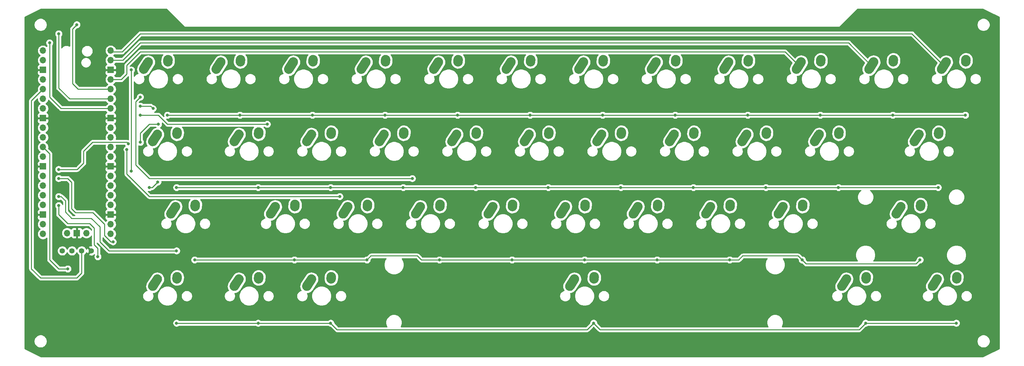
<source format=gtl>
%TF.GenerationSoftware,KiCad,Pcbnew,(5.1.10)-1*%
%TF.CreationDate,2022-03-22T21:52:08-04:00*%
%TF.ProjectId,Keeber40,4b656562-6572-4343-902e-6b696361645f,rev?*%
%TF.SameCoordinates,Original*%
%TF.FileFunction,Copper,L1,Top*%
%TF.FilePolarity,Positive*%
%FSLAX46Y46*%
G04 Gerber Fmt 4.6, Leading zero omitted, Abs format (unit mm)*
G04 Created by KiCad (PCBNEW (5.1.10)-1) date 2022-03-22 21:52:08*
%MOMM*%
%LPD*%
G01*
G04 APERTURE LIST*
%TA.AperFunction,ComponentPad*%
%ADD10O,1.700000X1.700000*%
%TD*%
%TA.AperFunction,ComponentPad*%
%ADD11R,1.700000X1.700000*%
%TD*%
%TA.AperFunction,ComponentPad*%
%ADD12C,1.397000*%
%TD*%
%TA.AperFunction,ViaPad*%
%ADD13C,0.800000*%
%TD*%
%TA.AperFunction,Conductor*%
%ADD14C,0.250000*%
%TD*%
%TA.AperFunction,Conductor*%
%ADD15C,0.254000*%
%TD*%
%TA.AperFunction,Conductor*%
%ADD16C,0.100000*%
%TD*%
G04 APERTURE END LIST*
%TO.P,K36,1*%
%TO.N,/col10*%
%TA.AperFunction,ComponentPad*%
G36*
G01*
X254615299Y-120569190D02*
X255824223Y-118671560D01*
G75*
G02*
X257550087Y-118288946I1054239J-671625D01*
G01*
X257550087Y-118288946D01*
G75*
G02*
X257932701Y-120014810I-671625J-1054239D01*
G01*
X256723777Y-121912440D01*
G75*
G02*
X254997913Y-122295054I-1054239J671625D01*
G01*
X254997913Y-122295054D01*
G75*
G02*
X254615299Y-120569190I671625J1054239D01*
G01*
G37*
%TD.AperFunction*%
%TO.P,K36,2*%
%TO.N,Net-(D36-Pad2)*%
%TA.AperFunction,ComponentPad*%
G36*
G01*
X260782171Y-119226309D02*
X260821619Y-118647653D01*
G75*
G02*
X262153743Y-117485567I1247105J-85019D01*
G01*
X262153743Y-117485567D01*
G75*
G02*
X263315829Y-118817691I-85019J-1247105D01*
G01*
X263276381Y-119396347D01*
G75*
G02*
X261944257Y-120558433I-1247105J85019D01*
G01*
X261944257Y-120558433D01*
G75*
G02*
X260782171Y-119226309I85019J1247105D01*
G01*
G37*
%TD.AperFunction*%
%TD*%
%TO.P,K21,2*%
%TO.N,Net-(D21-Pad2)*%
%TA.AperFunction,ComponentPad*%
G36*
G01*
X177447171Y-81130309D02*
X177486619Y-80551653D01*
G75*
G02*
X178818743Y-79389567I1247105J-85019D01*
G01*
X178818743Y-79389567D01*
G75*
G02*
X179980829Y-80721691I-85019J-1247105D01*
G01*
X179941381Y-81300347D01*
G75*
G02*
X178609257Y-82462433I-1247105J85019D01*
G01*
X178609257Y-82462433D01*
G75*
G02*
X177447171Y-81130309I85019J1247105D01*
G01*
G37*
%TD.AperFunction*%
%TO.P,K21,1*%
%TO.N,/col6*%
%TA.AperFunction,ComponentPad*%
G36*
G01*
X171280299Y-82473190D02*
X172489223Y-80575560D01*
G75*
G02*
X174215087Y-80192946I1054239J-671625D01*
G01*
X174215087Y-80192946D01*
G75*
G02*
X174597701Y-81918810I-671625J-1054239D01*
G01*
X173388777Y-83816440D01*
G75*
G02*
X171662913Y-84199054I-1054239J671625D01*
G01*
X171662913Y-84199054D01*
G75*
G02*
X171280299Y-82473190I671625J1054239D01*
G01*
G37*
%TD.AperFunction*%
%TD*%
D10*
%TO.P,PicOwo,1*%
%TO.N,/col11*%
X49367000Y-78253000D03*
%TO.P,PicOwo,2*%
%TO.N,/col10*%
X49367000Y-80793000D03*
D11*
%TO.P,PicOwo,3*%
%TO.N,GND*%
X49367000Y-83333000D03*
D10*
%TO.P,PicOwo,4*%
%TO.N,/col9*%
X49367000Y-85873000D03*
%TO.P,PicOwo,5*%
%TO.N,/col8*%
X49367000Y-88413000D03*
%TO.P,PicOwo,6*%
%TO.N,/col7*%
X49367000Y-90953000D03*
%TO.P,PicOwo,7*%
%TO.N,/col6*%
X49367000Y-93493000D03*
D11*
%TO.P,PicOwo,8*%
%TO.N,GND*%
X49367000Y-96033000D03*
D10*
%TO.P,PicOwo,9*%
%TO.N,/col5*%
X49367000Y-98573000D03*
%TO.P,PicOwo,10*%
%TO.N,/col4*%
X49367000Y-101113000D03*
%TO.P,PicOwo,11*%
%TO.N,/col3*%
X49367000Y-103653000D03*
%TO.P,PicOwo,12*%
%TO.N,/col2*%
X49367000Y-106193000D03*
D11*
%TO.P,PicOwo,13*%
%TO.N,GND*%
X49367000Y-108733000D03*
D10*
%TO.P,PicOwo,14*%
%TO.N,/col1*%
X49367000Y-111273000D03*
%TO.P,PicOwo,15*%
%TO.N,/col0*%
X49367000Y-113813000D03*
%TO.P,PicOwo,16*%
%TO.N,Net-(U1-Pad16)*%
X49367000Y-116353000D03*
%TO.P,PicOwo,17*%
%TO.N,Net-(U1-Pad17)*%
X49367000Y-118893000D03*
D11*
%TO.P,PicOwo,18*%
%TO.N,GND*%
X49367000Y-121433000D03*
D10*
%TO.P,PicOwo,19*%
%TO.N,Net-(U1-Pad19)*%
X49367000Y-123973000D03*
%TO.P,PicOwo,20*%
%TO.N,Net-(U1-Pad20)*%
X49367000Y-126513000D03*
%TO.P,PicOwo,21*%
%TO.N,Net-(OL1-Pad2)*%
X31587000Y-126513000D03*
%TO.P,PicOwo,22*%
%TO.N,Net-(OL1-Pad1)*%
X31587000Y-123973000D03*
D11*
%TO.P,PicOwo,23*%
%TO.N,GND*%
X31587000Y-121433000D03*
D10*
%TO.P,PicOwo,24*%
%TO.N,/row3*%
X31587000Y-118893000D03*
%TO.P,PicOwo,25*%
%TO.N,/row2*%
X31587000Y-116353000D03*
%TO.P,PicOwo,26*%
%TO.N,/row1*%
X31587000Y-113813000D03*
%TO.P,PicOwo,27*%
%TO.N,/row0*%
X31587000Y-111273000D03*
D11*
%TO.P,PicOwo,28*%
%TO.N,GND*%
X31587000Y-108733000D03*
D10*
%TO.P,PicOwo,29*%
%TO.N,Net-(U1-Pad29)*%
X31587000Y-106193000D03*
%TO.P,PicOwo,30*%
%TO.N,Net-(SW1-Pad1)*%
X31587000Y-103653000D03*
%TO.P,PicOwo,31*%
%TO.N,Net-(U1-Pad31)*%
X31587000Y-101113000D03*
%TO.P,PicOwo,32*%
%TO.N,Net-(U1-Pad32)*%
X31587000Y-98573000D03*
D11*
%TO.P,PicOwo,33*%
%TO.N,GND*%
X31587000Y-96033000D03*
D10*
%TO.P,PicOwo,34*%
%TO.N,Net-(U1-Pad34)*%
X31587000Y-93493000D03*
%TO.P,PicOwo,35*%
%TO.N,Net-(U1-Pad35)*%
X31587000Y-90953000D03*
%TO.P,PicOwo,36*%
%TO.N,VCC*%
X31587000Y-88413000D03*
%TO.P,PicOwo,37*%
%TO.N,Net-(U1-Pad37)*%
X31587000Y-85873000D03*
D11*
%TO.P,PicOwo,38*%
%TO.N,GND*%
X31587000Y-83333000D03*
D10*
%TO.P,PicOwo,39*%
%TO.N,Net-(U1-Pad39)*%
X31587000Y-80793000D03*
%TO.P,PicOwo,40*%
%TO.N,Net-(U1-Pad40)*%
X31587000Y-78253000D03*
%TO.P,PicOwo,41*%
%TO.N,Net-(U1-Pad41)*%
X43017000Y-126283000D03*
D11*
%TO.P,PicOwo,42*%
%TO.N,GND*%
X40477000Y-126283000D03*
D10*
%TO.P,PicOwo,43*%
%TO.N,Net-(U1-Pad43)*%
X37937000Y-126283000D03*
%TD*%
%TO.P,K24,1*%
%TO.N,/col6*%
%TA.AperFunction,ComponentPad*%
G36*
G01*
X168899299Y-139617190D02*
X170108223Y-137719560D01*
G75*
G02*
X171834087Y-137336946I1054239J-671625D01*
G01*
X171834087Y-137336946D01*
G75*
G02*
X172216701Y-139062810I-671625J-1054239D01*
G01*
X171007777Y-140960440D01*
G75*
G02*
X169281913Y-141343054I-1054239J671625D01*
G01*
X169281913Y-141343054D01*
G75*
G02*
X168899299Y-139617190I671625J1054239D01*
G01*
G37*
%TD.AperFunction*%
%TO.P,K24,2*%
%TO.N,Net-(D24-Pad2)*%
%TA.AperFunction,ComponentPad*%
G36*
G01*
X175066171Y-138274309D02*
X175105619Y-137695653D01*
G75*
G02*
X176437743Y-136533567I1247105J-85019D01*
G01*
X176437743Y-136533567D01*
G75*
G02*
X177599829Y-137865691I-85019J-1247105D01*
G01*
X177560381Y-138444347D01*
G75*
G02*
X176228257Y-139606433I-1247105J85019D01*
G01*
X176228257Y-139606433D01*
G75*
G02*
X175066171Y-138274309I85019J1247105D01*
G01*
G37*
%TD.AperFunction*%
%TD*%
%TO.P,K1,1*%
%TO.N,/col0*%
%TA.AperFunction,ComponentPad*%
G36*
G01*
X56992299Y-82473190D02*
X58201223Y-80575560D01*
G75*
G02*
X59927087Y-80192946I1054239J-671625D01*
G01*
X59927087Y-80192946D01*
G75*
G02*
X60309701Y-81918810I-671625J-1054239D01*
G01*
X59100777Y-83816440D01*
G75*
G02*
X57374913Y-84199054I-1054239J671625D01*
G01*
X57374913Y-84199054D01*
G75*
G02*
X56992299Y-82473190I671625J1054239D01*
G01*
G37*
%TD.AperFunction*%
%TO.P,K1,2*%
%TO.N,Net-(D1-Pad2)*%
%TA.AperFunction,ComponentPad*%
G36*
G01*
X63159171Y-81130309D02*
X63198619Y-80551653D01*
G75*
G02*
X64530743Y-79389567I1247105J-85019D01*
G01*
X64530743Y-79389567D01*
G75*
G02*
X65692829Y-80721691I-85019J-1247105D01*
G01*
X65653381Y-81300347D01*
G75*
G02*
X64321257Y-82462433I-1247105J85019D01*
G01*
X64321257Y-82462433D01*
G75*
G02*
X63159171Y-81130309I85019J1247105D01*
G01*
G37*
%TD.AperFunction*%
%TD*%
%TO.P,K2,2*%
%TO.N,Net-(D2-Pad2)*%
%TA.AperFunction,ComponentPad*%
G36*
G01*
X65540171Y-100178309D02*
X65579619Y-99599653D01*
G75*
G02*
X66911743Y-98437567I1247105J-85019D01*
G01*
X66911743Y-98437567D01*
G75*
G02*
X68073829Y-99769691I-85019J-1247105D01*
G01*
X68034381Y-100348347D01*
G75*
G02*
X66702257Y-101510433I-1247105J85019D01*
G01*
X66702257Y-101510433D01*
G75*
G02*
X65540171Y-100178309I85019J1247105D01*
G01*
G37*
%TD.AperFunction*%
%TO.P,K2,1*%
%TO.N,/col0*%
%TA.AperFunction,ComponentPad*%
G36*
G01*
X59373299Y-101521190D02*
X60582223Y-99623560D01*
G75*
G02*
X62308087Y-99240946I1054239J-671625D01*
G01*
X62308087Y-99240946D01*
G75*
G02*
X62690701Y-100966810I-671625J-1054239D01*
G01*
X61481777Y-102864440D01*
G75*
G02*
X59755913Y-103247054I-1054239J671625D01*
G01*
X59755913Y-103247054D01*
G75*
G02*
X59373299Y-101521190I671625J1054239D01*
G01*
G37*
%TD.AperFunction*%
%TD*%
%TO.P,K3,1*%
%TO.N,/col0*%
%TA.AperFunction,ComponentPad*%
G36*
G01*
X64135299Y-120569190D02*
X65344223Y-118671560D01*
G75*
G02*
X67070087Y-118288946I1054239J-671625D01*
G01*
X67070087Y-118288946D01*
G75*
G02*
X67452701Y-120014810I-671625J-1054239D01*
G01*
X66243777Y-121912440D01*
G75*
G02*
X64517913Y-122295054I-1054239J671625D01*
G01*
X64517913Y-122295054D01*
G75*
G02*
X64135299Y-120569190I671625J1054239D01*
G01*
G37*
%TD.AperFunction*%
%TO.P,K3,2*%
%TO.N,Net-(D3-Pad2)*%
%TA.AperFunction,ComponentPad*%
G36*
G01*
X70302171Y-119226309D02*
X70341619Y-118647653D01*
G75*
G02*
X71673743Y-117485567I1247105J-85019D01*
G01*
X71673743Y-117485567D01*
G75*
G02*
X72835829Y-118817691I-85019J-1247105D01*
G01*
X72796381Y-119396347D01*
G75*
G02*
X71464257Y-120558433I-1247105J85019D01*
G01*
X71464257Y-120558433D01*
G75*
G02*
X70302171Y-119226309I85019J1247105D01*
G01*
G37*
%TD.AperFunction*%
%TD*%
%TO.P,K4,1*%
%TO.N,/col0*%
%TA.AperFunction,ComponentPad*%
G36*
G01*
X59373299Y-139617190D02*
X60582223Y-137719560D01*
G75*
G02*
X62308087Y-137336946I1054239J-671625D01*
G01*
X62308087Y-137336946D01*
G75*
G02*
X62690701Y-139062810I-671625J-1054239D01*
G01*
X61481777Y-140960440D01*
G75*
G02*
X59755913Y-141343054I-1054239J671625D01*
G01*
X59755913Y-141343054D01*
G75*
G02*
X59373299Y-139617190I671625J1054239D01*
G01*
G37*
%TD.AperFunction*%
%TO.P,K4,2*%
%TO.N,Net-(D4-Pad2)*%
%TA.AperFunction,ComponentPad*%
G36*
G01*
X65540171Y-138274309D02*
X65579619Y-137695653D01*
G75*
G02*
X66911743Y-136533567I1247105J-85019D01*
G01*
X66911743Y-136533567D01*
G75*
G02*
X68073829Y-137865691I-85019J-1247105D01*
G01*
X68034381Y-138444347D01*
G75*
G02*
X66702257Y-139606433I-1247105J85019D01*
G01*
X66702257Y-139606433D01*
G75*
G02*
X65540171Y-138274309I85019J1247105D01*
G01*
G37*
%TD.AperFunction*%
%TD*%
%TO.P,K5,1*%
%TO.N,/col1*%
%TA.AperFunction,ComponentPad*%
G36*
G01*
X76040299Y-82473190D02*
X77249223Y-80575560D01*
G75*
G02*
X78975087Y-80192946I1054239J-671625D01*
G01*
X78975087Y-80192946D01*
G75*
G02*
X79357701Y-81918810I-671625J-1054239D01*
G01*
X78148777Y-83816440D01*
G75*
G02*
X76422913Y-84199054I-1054239J671625D01*
G01*
X76422913Y-84199054D01*
G75*
G02*
X76040299Y-82473190I671625J1054239D01*
G01*
G37*
%TD.AperFunction*%
%TO.P,K5,2*%
%TO.N,Net-(D5-Pad2)*%
%TA.AperFunction,ComponentPad*%
G36*
G01*
X82207171Y-81130309D02*
X82246619Y-80551653D01*
G75*
G02*
X83578743Y-79389567I1247105J-85019D01*
G01*
X83578743Y-79389567D01*
G75*
G02*
X84740829Y-80721691I-85019J-1247105D01*
G01*
X84701381Y-81300347D01*
G75*
G02*
X83369257Y-82462433I-1247105J85019D01*
G01*
X83369257Y-82462433D01*
G75*
G02*
X82207171Y-81130309I85019J1247105D01*
G01*
G37*
%TD.AperFunction*%
%TD*%
%TO.P,K6,1*%
%TO.N,/col1*%
%TA.AperFunction,ComponentPad*%
G36*
G01*
X80802299Y-101521190D02*
X82011223Y-99623560D01*
G75*
G02*
X83737087Y-99240946I1054239J-671625D01*
G01*
X83737087Y-99240946D01*
G75*
G02*
X84119701Y-100966810I-671625J-1054239D01*
G01*
X82910777Y-102864440D01*
G75*
G02*
X81184913Y-103247054I-1054239J671625D01*
G01*
X81184913Y-103247054D01*
G75*
G02*
X80802299Y-101521190I671625J1054239D01*
G01*
G37*
%TD.AperFunction*%
%TO.P,K6,2*%
%TO.N,Net-(D6-Pad2)*%
%TA.AperFunction,ComponentPad*%
G36*
G01*
X86969171Y-100178309D02*
X87008619Y-99599653D01*
G75*
G02*
X88340743Y-98437567I1247105J-85019D01*
G01*
X88340743Y-98437567D01*
G75*
G02*
X89502829Y-99769691I-85019J-1247105D01*
G01*
X89463381Y-100348347D01*
G75*
G02*
X88131257Y-101510433I-1247105J85019D01*
G01*
X88131257Y-101510433D01*
G75*
G02*
X86969171Y-100178309I85019J1247105D01*
G01*
G37*
%TD.AperFunction*%
%TD*%
%TO.P,K7,2*%
%TO.N,Net-(D7-Pad2)*%
%TA.AperFunction,ComponentPad*%
G36*
G01*
X86969171Y-138274309D02*
X87008619Y-137695653D01*
G75*
G02*
X88340743Y-136533567I1247105J-85019D01*
G01*
X88340743Y-136533567D01*
G75*
G02*
X89502829Y-137865691I-85019J-1247105D01*
G01*
X89463381Y-138444347D01*
G75*
G02*
X88131257Y-139606433I-1247105J85019D01*
G01*
X88131257Y-139606433D01*
G75*
G02*
X86969171Y-138274309I85019J1247105D01*
G01*
G37*
%TD.AperFunction*%
%TO.P,K7,1*%
%TO.N,/col1*%
%TA.AperFunction,ComponentPad*%
G36*
G01*
X80802299Y-139617190D02*
X82011223Y-137719560D01*
G75*
G02*
X83737087Y-137336946I1054239J-671625D01*
G01*
X83737087Y-137336946D01*
G75*
G02*
X84119701Y-139062810I-671625J-1054239D01*
G01*
X82910777Y-140960440D01*
G75*
G02*
X81184913Y-141343054I-1054239J671625D01*
G01*
X81184913Y-141343054D01*
G75*
G02*
X80802299Y-139617190I671625J1054239D01*
G01*
G37*
%TD.AperFunction*%
%TD*%
%TO.P,K8,2*%
%TO.N,Net-(D8-Pad2)*%
%TA.AperFunction,ComponentPad*%
G36*
G01*
X101255171Y-81130309D02*
X101294619Y-80551653D01*
G75*
G02*
X102626743Y-79389567I1247105J-85019D01*
G01*
X102626743Y-79389567D01*
G75*
G02*
X103788829Y-80721691I-85019J-1247105D01*
G01*
X103749381Y-81300347D01*
G75*
G02*
X102417257Y-82462433I-1247105J85019D01*
G01*
X102417257Y-82462433D01*
G75*
G02*
X101255171Y-81130309I85019J1247105D01*
G01*
G37*
%TD.AperFunction*%
%TO.P,K8,1*%
%TO.N,/col2*%
%TA.AperFunction,ComponentPad*%
G36*
G01*
X95088299Y-82473190D02*
X96297223Y-80575560D01*
G75*
G02*
X98023087Y-80192946I1054239J-671625D01*
G01*
X98023087Y-80192946D01*
G75*
G02*
X98405701Y-81918810I-671625J-1054239D01*
G01*
X97196777Y-83816440D01*
G75*
G02*
X95470913Y-84199054I-1054239J671625D01*
G01*
X95470913Y-84199054D01*
G75*
G02*
X95088299Y-82473190I671625J1054239D01*
G01*
G37*
%TD.AperFunction*%
%TD*%
%TO.P,K9,2*%
%TO.N,Net-(D9-Pad2)*%
%TA.AperFunction,ComponentPad*%
G36*
G01*
X106017171Y-100178309D02*
X106056619Y-99599653D01*
G75*
G02*
X107388743Y-98437567I1247105J-85019D01*
G01*
X107388743Y-98437567D01*
G75*
G02*
X108550829Y-99769691I-85019J-1247105D01*
G01*
X108511381Y-100348347D01*
G75*
G02*
X107179257Y-101510433I-1247105J85019D01*
G01*
X107179257Y-101510433D01*
G75*
G02*
X106017171Y-100178309I85019J1247105D01*
G01*
G37*
%TD.AperFunction*%
%TO.P,K9,1*%
%TO.N,/col2*%
%TA.AperFunction,ComponentPad*%
G36*
G01*
X99850299Y-101521190D02*
X101059223Y-99623560D01*
G75*
G02*
X102785087Y-99240946I1054239J-671625D01*
G01*
X102785087Y-99240946D01*
G75*
G02*
X103167701Y-100966810I-671625J-1054239D01*
G01*
X101958777Y-102864440D01*
G75*
G02*
X100232913Y-103247054I-1054239J671625D01*
G01*
X100232913Y-103247054D01*
G75*
G02*
X99850299Y-101521190I671625J1054239D01*
G01*
G37*
%TD.AperFunction*%
%TD*%
%TO.P,K10,2*%
%TO.N,Net-(D10-Pad2)*%
%TA.AperFunction,ComponentPad*%
G36*
G01*
X96493171Y-119226309D02*
X96532619Y-118647653D01*
G75*
G02*
X97864743Y-117485567I1247105J-85019D01*
G01*
X97864743Y-117485567D01*
G75*
G02*
X99026829Y-118817691I-85019J-1247105D01*
G01*
X98987381Y-119396347D01*
G75*
G02*
X97655257Y-120558433I-1247105J85019D01*
G01*
X97655257Y-120558433D01*
G75*
G02*
X96493171Y-119226309I85019J1247105D01*
G01*
G37*
%TD.AperFunction*%
%TO.P,K10,1*%
%TO.N,/col2*%
%TA.AperFunction,ComponentPad*%
G36*
G01*
X90326299Y-120569190D02*
X91535223Y-118671560D01*
G75*
G02*
X93261087Y-118288946I1054239J-671625D01*
G01*
X93261087Y-118288946D01*
G75*
G02*
X93643701Y-120014810I-671625J-1054239D01*
G01*
X92434777Y-121912440D01*
G75*
G02*
X90708913Y-122295054I-1054239J671625D01*
G01*
X90708913Y-122295054D01*
G75*
G02*
X90326299Y-120569190I671625J1054239D01*
G01*
G37*
%TD.AperFunction*%
%TD*%
%TO.P,K11,2*%
%TO.N,Net-(D11-Pad2)*%
%TA.AperFunction,ComponentPad*%
G36*
G01*
X106017171Y-138274309D02*
X106056619Y-137695653D01*
G75*
G02*
X107388743Y-136533567I1247105J-85019D01*
G01*
X107388743Y-136533567D01*
G75*
G02*
X108550829Y-137865691I-85019J-1247105D01*
G01*
X108511381Y-138444347D01*
G75*
G02*
X107179257Y-139606433I-1247105J85019D01*
G01*
X107179257Y-139606433D01*
G75*
G02*
X106017171Y-138274309I85019J1247105D01*
G01*
G37*
%TD.AperFunction*%
%TO.P,K11,1*%
%TO.N,/col2*%
%TA.AperFunction,ComponentPad*%
G36*
G01*
X99850299Y-139617190D02*
X101059223Y-137719560D01*
G75*
G02*
X102785087Y-137336946I1054239J-671625D01*
G01*
X102785087Y-137336946D01*
G75*
G02*
X103167701Y-139062810I-671625J-1054239D01*
G01*
X101958777Y-140960440D01*
G75*
G02*
X100232913Y-141343054I-1054239J671625D01*
G01*
X100232913Y-141343054D01*
G75*
G02*
X99850299Y-139617190I671625J1054239D01*
G01*
G37*
%TD.AperFunction*%
%TD*%
%TO.P,K12,1*%
%TO.N,/col3*%
%TA.AperFunction,ComponentPad*%
G36*
G01*
X114136299Y-82473190D02*
X115345223Y-80575560D01*
G75*
G02*
X117071087Y-80192946I1054239J-671625D01*
G01*
X117071087Y-80192946D01*
G75*
G02*
X117453701Y-81918810I-671625J-1054239D01*
G01*
X116244777Y-83816440D01*
G75*
G02*
X114518913Y-84199054I-1054239J671625D01*
G01*
X114518913Y-84199054D01*
G75*
G02*
X114136299Y-82473190I671625J1054239D01*
G01*
G37*
%TD.AperFunction*%
%TO.P,K12,2*%
%TO.N,Net-(D12-Pad2)*%
%TA.AperFunction,ComponentPad*%
G36*
G01*
X120303171Y-81130309D02*
X120342619Y-80551653D01*
G75*
G02*
X121674743Y-79389567I1247105J-85019D01*
G01*
X121674743Y-79389567D01*
G75*
G02*
X122836829Y-80721691I-85019J-1247105D01*
G01*
X122797381Y-81300347D01*
G75*
G02*
X121465257Y-82462433I-1247105J85019D01*
G01*
X121465257Y-82462433D01*
G75*
G02*
X120303171Y-81130309I85019J1247105D01*
G01*
G37*
%TD.AperFunction*%
%TD*%
%TO.P,K13,1*%
%TO.N,/col3*%
%TA.AperFunction,ComponentPad*%
G36*
G01*
X118898299Y-101521190D02*
X120107223Y-99623560D01*
G75*
G02*
X121833087Y-99240946I1054239J-671625D01*
G01*
X121833087Y-99240946D01*
G75*
G02*
X122215701Y-100966810I-671625J-1054239D01*
G01*
X121006777Y-102864440D01*
G75*
G02*
X119280913Y-103247054I-1054239J671625D01*
G01*
X119280913Y-103247054D01*
G75*
G02*
X118898299Y-101521190I671625J1054239D01*
G01*
G37*
%TD.AperFunction*%
%TO.P,K13,2*%
%TO.N,Net-(D13-Pad2)*%
%TA.AperFunction,ComponentPad*%
G36*
G01*
X125065171Y-100178309D02*
X125104619Y-99599653D01*
G75*
G02*
X126436743Y-98437567I1247105J-85019D01*
G01*
X126436743Y-98437567D01*
G75*
G02*
X127598829Y-99769691I-85019J-1247105D01*
G01*
X127559381Y-100348347D01*
G75*
G02*
X126227257Y-101510433I-1247105J85019D01*
G01*
X126227257Y-101510433D01*
G75*
G02*
X125065171Y-100178309I85019J1247105D01*
G01*
G37*
%TD.AperFunction*%
%TD*%
%TO.P,K14,1*%
%TO.N,/col3*%
%TA.AperFunction,ComponentPad*%
G36*
G01*
X109374299Y-120569190D02*
X110583223Y-118671560D01*
G75*
G02*
X112309087Y-118288946I1054239J-671625D01*
G01*
X112309087Y-118288946D01*
G75*
G02*
X112691701Y-120014810I-671625J-1054239D01*
G01*
X111482777Y-121912440D01*
G75*
G02*
X109756913Y-122295054I-1054239J671625D01*
G01*
X109756913Y-122295054D01*
G75*
G02*
X109374299Y-120569190I671625J1054239D01*
G01*
G37*
%TD.AperFunction*%
%TO.P,K14,2*%
%TO.N,Net-(D14-Pad2)*%
%TA.AperFunction,ComponentPad*%
G36*
G01*
X115541171Y-119226309D02*
X115580619Y-118647653D01*
G75*
G02*
X116912743Y-117485567I1247105J-85019D01*
G01*
X116912743Y-117485567D01*
G75*
G02*
X118074829Y-118817691I-85019J-1247105D01*
G01*
X118035381Y-119396347D01*
G75*
G02*
X116703257Y-120558433I-1247105J85019D01*
G01*
X116703257Y-120558433D01*
G75*
G02*
X115541171Y-119226309I85019J1247105D01*
G01*
G37*
%TD.AperFunction*%
%TD*%
%TO.P,K15,2*%
%TO.N,Net-(D15-Pad2)*%
%TA.AperFunction,ComponentPad*%
G36*
G01*
X139351171Y-81130309D02*
X139390619Y-80551653D01*
G75*
G02*
X140722743Y-79389567I1247105J-85019D01*
G01*
X140722743Y-79389567D01*
G75*
G02*
X141884829Y-80721691I-85019J-1247105D01*
G01*
X141845381Y-81300347D01*
G75*
G02*
X140513257Y-82462433I-1247105J85019D01*
G01*
X140513257Y-82462433D01*
G75*
G02*
X139351171Y-81130309I85019J1247105D01*
G01*
G37*
%TD.AperFunction*%
%TO.P,K15,1*%
%TO.N,/col4*%
%TA.AperFunction,ComponentPad*%
G36*
G01*
X133184299Y-82473190D02*
X134393223Y-80575560D01*
G75*
G02*
X136119087Y-80192946I1054239J-671625D01*
G01*
X136119087Y-80192946D01*
G75*
G02*
X136501701Y-81918810I-671625J-1054239D01*
G01*
X135292777Y-83816440D01*
G75*
G02*
X133566913Y-84199054I-1054239J671625D01*
G01*
X133566913Y-84199054D01*
G75*
G02*
X133184299Y-82473190I671625J1054239D01*
G01*
G37*
%TD.AperFunction*%
%TD*%
%TO.P,K16,2*%
%TO.N,Net-(D16-Pad2)*%
%TA.AperFunction,ComponentPad*%
G36*
G01*
X144113171Y-100178309D02*
X144152619Y-99599653D01*
G75*
G02*
X145484743Y-98437567I1247105J-85019D01*
G01*
X145484743Y-98437567D01*
G75*
G02*
X146646829Y-99769691I-85019J-1247105D01*
G01*
X146607381Y-100348347D01*
G75*
G02*
X145275257Y-101510433I-1247105J85019D01*
G01*
X145275257Y-101510433D01*
G75*
G02*
X144113171Y-100178309I85019J1247105D01*
G01*
G37*
%TD.AperFunction*%
%TO.P,K16,1*%
%TO.N,/col4*%
%TA.AperFunction,ComponentPad*%
G36*
G01*
X137946299Y-101521190D02*
X139155223Y-99623560D01*
G75*
G02*
X140881087Y-99240946I1054239J-671625D01*
G01*
X140881087Y-99240946D01*
G75*
G02*
X141263701Y-100966810I-671625J-1054239D01*
G01*
X140054777Y-102864440D01*
G75*
G02*
X138328913Y-103247054I-1054239J671625D01*
G01*
X138328913Y-103247054D01*
G75*
G02*
X137946299Y-101521190I671625J1054239D01*
G01*
G37*
%TD.AperFunction*%
%TD*%
%TO.P,K17,2*%
%TO.N,Net-(D17-Pad2)*%
%TA.AperFunction,ComponentPad*%
G36*
G01*
X134589171Y-119226309D02*
X134628619Y-118647653D01*
G75*
G02*
X135960743Y-117485567I1247105J-85019D01*
G01*
X135960743Y-117485567D01*
G75*
G02*
X137122829Y-118817691I-85019J-1247105D01*
G01*
X137083381Y-119396347D01*
G75*
G02*
X135751257Y-120558433I-1247105J85019D01*
G01*
X135751257Y-120558433D01*
G75*
G02*
X134589171Y-119226309I85019J1247105D01*
G01*
G37*
%TD.AperFunction*%
%TO.P,K17,1*%
%TO.N,/col4*%
%TA.AperFunction,ComponentPad*%
G36*
G01*
X128422299Y-120569190D02*
X129631223Y-118671560D01*
G75*
G02*
X131357087Y-118288946I1054239J-671625D01*
G01*
X131357087Y-118288946D01*
G75*
G02*
X131739701Y-120014810I-671625J-1054239D01*
G01*
X130530777Y-121912440D01*
G75*
G02*
X128804913Y-122295054I-1054239J671625D01*
G01*
X128804913Y-122295054D01*
G75*
G02*
X128422299Y-120569190I671625J1054239D01*
G01*
G37*
%TD.AperFunction*%
%TD*%
%TO.P,K18,1*%
%TO.N,/col5*%
%TA.AperFunction,ComponentPad*%
G36*
G01*
X152232299Y-82473190D02*
X153441223Y-80575560D01*
G75*
G02*
X155167087Y-80192946I1054239J-671625D01*
G01*
X155167087Y-80192946D01*
G75*
G02*
X155549701Y-81918810I-671625J-1054239D01*
G01*
X154340777Y-83816440D01*
G75*
G02*
X152614913Y-84199054I-1054239J671625D01*
G01*
X152614913Y-84199054D01*
G75*
G02*
X152232299Y-82473190I671625J1054239D01*
G01*
G37*
%TD.AperFunction*%
%TO.P,K18,2*%
%TO.N,Net-(D18-Pad2)*%
%TA.AperFunction,ComponentPad*%
G36*
G01*
X158399171Y-81130309D02*
X158438619Y-80551653D01*
G75*
G02*
X159770743Y-79389567I1247105J-85019D01*
G01*
X159770743Y-79389567D01*
G75*
G02*
X160932829Y-80721691I-85019J-1247105D01*
G01*
X160893381Y-81300347D01*
G75*
G02*
X159561257Y-82462433I-1247105J85019D01*
G01*
X159561257Y-82462433D01*
G75*
G02*
X158399171Y-81130309I85019J1247105D01*
G01*
G37*
%TD.AperFunction*%
%TD*%
%TO.P,K19,1*%
%TO.N,/col5*%
%TA.AperFunction,ComponentPad*%
G36*
G01*
X156994299Y-101521190D02*
X158203223Y-99623560D01*
G75*
G02*
X159929087Y-99240946I1054239J-671625D01*
G01*
X159929087Y-99240946D01*
G75*
G02*
X160311701Y-100966810I-671625J-1054239D01*
G01*
X159102777Y-102864440D01*
G75*
G02*
X157376913Y-103247054I-1054239J671625D01*
G01*
X157376913Y-103247054D01*
G75*
G02*
X156994299Y-101521190I671625J1054239D01*
G01*
G37*
%TD.AperFunction*%
%TO.P,K19,2*%
%TO.N,Net-(D19-Pad2)*%
%TA.AperFunction,ComponentPad*%
G36*
G01*
X163161171Y-100178309D02*
X163200619Y-99599653D01*
G75*
G02*
X164532743Y-98437567I1247105J-85019D01*
G01*
X164532743Y-98437567D01*
G75*
G02*
X165694829Y-99769691I-85019J-1247105D01*
G01*
X165655381Y-100348347D01*
G75*
G02*
X164323257Y-101510433I-1247105J85019D01*
G01*
X164323257Y-101510433D01*
G75*
G02*
X163161171Y-100178309I85019J1247105D01*
G01*
G37*
%TD.AperFunction*%
%TD*%
%TO.P,K20,1*%
%TO.N,/col5*%
%TA.AperFunction,ComponentPad*%
G36*
G01*
X147470299Y-120569190D02*
X148679223Y-118671560D01*
G75*
G02*
X150405087Y-118288946I1054239J-671625D01*
G01*
X150405087Y-118288946D01*
G75*
G02*
X150787701Y-120014810I-671625J-1054239D01*
G01*
X149578777Y-121912440D01*
G75*
G02*
X147852913Y-122295054I-1054239J671625D01*
G01*
X147852913Y-122295054D01*
G75*
G02*
X147470299Y-120569190I671625J1054239D01*
G01*
G37*
%TD.AperFunction*%
%TO.P,K20,2*%
%TO.N,Net-(D20-Pad2)*%
%TA.AperFunction,ComponentPad*%
G36*
G01*
X153637171Y-119226309D02*
X153676619Y-118647653D01*
G75*
G02*
X155008743Y-117485567I1247105J-85019D01*
G01*
X155008743Y-117485567D01*
G75*
G02*
X156170829Y-118817691I-85019J-1247105D01*
G01*
X156131381Y-119396347D01*
G75*
G02*
X154799257Y-120558433I-1247105J85019D01*
G01*
X154799257Y-120558433D01*
G75*
G02*
X153637171Y-119226309I85019J1247105D01*
G01*
G37*
%TD.AperFunction*%
%TD*%
%TO.P,K22,2*%
%TO.N,Net-(D22-Pad2)*%
%TA.AperFunction,ComponentPad*%
G36*
G01*
X182209171Y-100178309D02*
X182248619Y-99599653D01*
G75*
G02*
X183580743Y-98437567I1247105J-85019D01*
G01*
X183580743Y-98437567D01*
G75*
G02*
X184742829Y-99769691I-85019J-1247105D01*
G01*
X184703381Y-100348347D01*
G75*
G02*
X183371257Y-101510433I-1247105J85019D01*
G01*
X183371257Y-101510433D01*
G75*
G02*
X182209171Y-100178309I85019J1247105D01*
G01*
G37*
%TD.AperFunction*%
%TO.P,K22,1*%
%TO.N,/col6*%
%TA.AperFunction,ComponentPad*%
G36*
G01*
X176042299Y-101521190D02*
X177251223Y-99623560D01*
G75*
G02*
X178977087Y-99240946I1054239J-671625D01*
G01*
X178977087Y-99240946D01*
G75*
G02*
X179359701Y-100966810I-671625J-1054239D01*
G01*
X178150777Y-102864440D01*
G75*
G02*
X176424913Y-103247054I-1054239J671625D01*
G01*
X176424913Y-103247054D01*
G75*
G02*
X176042299Y-101521190I671625J1054239D01*
G01*
G37*
%TD.AperFunction*%
%TD*%
%TO.P,K23,1*%
%TO.N,/col6*%
%TA.AperFunction,ComponentPad*%
G36*
G01*
X166518299Y-120569190D02*
X167727223Y-118671560D01*
G75*
G02*
X169453087Y-118288946I1054239J-671625D01*
G01*
X169453087Y-118288946D01*
G75*
G02*
X169835701Y-120014810I-671625J-1054239D01*
G01*
X168626777Y-121912440D01*
G75*
G02*
X166900913Y-122295054I-1054239J671625D01*
G01*
X166900913Y-122295054D01*
G75*
G02*
X166518299Y-120569190I671625J1054239D01*
G01*
G37*
%TD.AperFunction*%
%TO.P,K23,2*%
%TO.N,Net-(D23-Pad2)*%
%TA.AperFunction,ComponentPad*%
G36*
G01*
X172685171Y-119226309D02*
X172724619Y-118647653D01*
G75*
G02*
X174056743Y-117485567I1247105J-85019D01*
G01*
X174056743Y-117485567D01*
G75*
G02*
X175218829Y-118817691I-85019J-1247105D01*
G01*
X175179381Y-119396347D01*
G75*
G02*
X173847257Y-120558433I-1247105J85019D01*
G01*
X173847257Y-120558433D01*
G75*
G02*
X172685171Y-119226309I85019J1247105D01*
G01*
G37*
%TD.AperFunction*%
%TD*%
%TO.P,K25,1*%
%TO.N,/col7*%
%TA.AperFunction,ComponentPad*%
G36*
G01*
X190328299Y-82473190D02*
X191537223Y-80575560D01*
G75*
G02*
X193263087Y-80192946I1054239J-671625D01*
G01*
X193263087Y-80192946D01*
G75*
G02*
X193645701Y-81918810I-671625J-1054239D01*
G01*
X192436777Y-83816440D01*
G75*
G02*
X190710913Y-84199054I-1054239J671625D01*
G01*
X190710913Y-84199054D01*
G75*
G02*
X190328299Y-82473190I671625J1054239D01*
G01*
G37*
%TD.AperFunction*%
%TO.P,K25,2*%
%TO.N,Net-(D25-Pad2)*%
%TA.AperFunction,ComponentPad*%
G36*
G01*
X196495171Y-81130309D02*
X196534619Y-80551653D01*
G75*
G02*
X197866743Y-79389567I1247105J-85019D01*
G01*
X197866743Y-79389567D01*
G75*
G02*
X199028829Y-80721691I-85019J-1247105D01*
G01*
X198989381Y-81300347D01*
G75*
G02*
X197657257Y-82462433I-1247105J85019D01*
G01*
X197657257Y-82462433D01*
G75*
G02*
X196495171Y-81130309I85019J1247105D01*
G01*
G37*
%TD.AperFunction*%
%TD*%
%TO.P,K26,1*%
%TO.N,/col7*%
%TA.AperFunction,ComponentPad*%
G36*
G01*
X195090299Y-101521190D02*
X196299223Y-99623560D01*
G75*
G02*
X198025087Y-99240946I1054239J-671625D01*
G01*
X198025087Y-99240946D01*
G75*
G02*
X198407701Y-100966810I-671625J-1054239D01*
G01*
X197198777Y-102864440D01*
G75*
G02*
X195472913Y-103247054I-1054239J671625D01*
G01*
X195472913Y-103247054D01*
G75*
G02*
X195090299Y-101521190I671625J1054239D01*
G01*
G37*
%TD.AperFunction*%
%TO.P,K26,2*%
%TO.N,Net-(D26-Pad2)*%
%TA.AperFunction,ComponentPad*%
G36*
G01*
X201257171Y-100178309D02*
X201296619Y-99599653D01*
G75*
G02*
X202628743Y-98437567I1247105J-85019D01*
G01*
X202628743Y-98437567D01*
G75*
G02*
X203790829Y-99769691I-85019J-1247105D01*
G01*
X203751381Y-100348347D01*
G75*
G02*
X202419257Y-101510433I-1247105J85019D01*
G01*
X202419257Y-101510433D01*
G75*
G02*
X201257171Y-100178309I85019J1247105D01*
G01*
G37*
%TD.AperFunction*%
%TD*%
%TO.P,K27,2*%
%TO.N,Net-(D27-Pad2)*%
%TA.AperFunction,ComponentPad*%
G36*
G01*
X191733171Y-119226309D02*
X191772619Y-118647653D01*
G75*
G02*
X193104743Y-117485567I1247105J-85019D01*
G01*
X193104743Y-117485567D01*
G75*
G02*
X194266829Y-118817691I-85019J-1247105D01*
G01*
X194227381Y-119396347D01*
G75*
G02*
X192895257Y-120558433I-1247105J85019D01*
G01*
X192895257Y-120558433D01*
G75*
G02*
X191733171Y-119226309I85019J1247105D01*
G01*
G37*
%TD.AperFunction*%
%TO.P,K27,1*%
%TO.N,/col7*%
%TA.AperFunction,ComponentPad*%
G36*
G01*
X185566299Y-120569190D02*
X186775223Y-118671560D01*
G75*
G02*
X188501087Y-118288946I1054239J-671625D01*
G01*
X188501087Y-118288946D01*
G75*
G02*
X188883701Y-120014810I-671625J-1054239D01*
G01*
X187674777Y-121912440D01*
G75*
G02*
X185948913Y-122295054I-1054239J671625D01*
G01*
X185948913Y-122295054D01*
G75*
G02*
X185566299Y-120569190I671625J1054239D01*
G01*
G37*
%TD.AperFunction*%
%TD*%
%TO.P,K28,2*%
%TO.N,Net-(D28-Pad2)*%
%TA.AperFunction,ComponentPad*%
G36*
G01*
X215543171Y-81130309D02*
X215582619Y-80551653D01*
G75*
G02*
X216914743Y-79389567I1247105J-85019D01*
G01*
X216914743Y-79389567D01*
G75*
G02*
X218076829Y-80721691I-85019J-1247105D01*
G01*
X218037381Y-81300347D01*
G75*
G02*
X216705257Y-82462433I-1247105J85019D01*
G01*
X216705257Y-82462433D01*
G75*
G02*
X215543171Y-81130309I85019J1247105D01*
G01*
G37*
%TD.AperFunction*%
%TO.P,K28,1*%
%TO.N,/col8*%
%TA.AperFunction,ComponentPad*%
G36*
G01*
X209376299Y-82473190D02*
X210585223Y-80575560D01*
G75*
G02*
X212311087Y-80192946I1054239J-671625D01*
G01*
X212311087Y-80192946D01*
G75*
G02*
X212693701Y-81918810I-671625J-1054239D01*
G01*
X211484777Y-83816440D01*
G75*
G02*
X209758913Y-84199054I-1054239J671625D01*
G01*
X209758913Y-84199054D01*
G75*
G02*
X209376299Y-82473190I671625J1054239D01*
G01*
G37*
%TD.AperFunction*%
%TD*%
%TO.P,K29,2*%
%TO.N,Net-(D29-Pad2)*%
%TA.AperFunction,ComponentPad*%
G36*
G01*
X220305171Y-100178309D02*
X220344619Y-99599653D01*
G75*
G02*
X221676743Y-98437567I1247105J-85019D01*
G01*
X221676743Y-98437567D01*
G75*
G02*
X222838829Y-99769691I-85019J-1247105D01*
G01*
X222799381Y-100348347D01*
G75*
G02*
X221467257Y-101510433I-1247105J85019D01*
G01*
X221467257Y-101510433D01*
G75*
G02*
X220305171Y-100178309I85019J1247105D01*
G01*
G37*
%TD.AperFunction*%
%TO.P,K29,1*%
%TO.N,/col8*%
%TA.AperFunction,ComponentPad*%
G36*
G01*
X214138299Y-101521190D02*
X215347223Y-99623560D01*
G75*
G02*
X217073087Y-99240946I1054239J-671625D01*
G01*
X217073087Y-99240946D01*
G75*
G02*
X217455701Y-100966810I-671625J-1054239D01*
G01*
X216246777Y-102864440D01*
G75*
G02*
X214520913Y-103247054I-1054239J671625D01*
G01*
X214520913Y-103247054D01*
G75*
G02*
X214138299Y-101521190I671625J1054239D01*
G01*
G37*
%TD.AperFunction*%
%TD*%
%TO.P,K30,1*%
%TO.N,/col8*%
%TA.AperFunction,ComponentPad*%
G36*
G01*
X204614299Y-120569190D02*
X205823223Y-118671560D01*
G75*
G02*
X207549087Y-118288946I1054239J-671625D01*
G01*
X207549087Y-118288946D01*
G75*
G02*
X207931701Y-120014810I-671625J-1054239D01*
G01*
X206722777Y-121912440D01*
G75*
G02*
X204996913Y-122295054I-1054239J671625D01*
G01*
X204996913Y-122295054D01*
G75*
G02*
X204614299Y-120569190I671625J1054239D01*
G01*
G37*
%TD.AperFunction*%
%TO.P,K30,2*%
%TO.N,Net-(D30-Pad2)*%
%TA.AperFunction,ComponentPad*%
G36*
G01*
X210781171Y-119226309D02*
X210820619Y-118647653D01*
G75*
G02*
X212152743Y-117485567I1247105J-85019D01*
G01*
X212152743Y-117485567D01*
G75*
G02*
X213314829Y-118817691I-85019J-1247105D01*
G01*
X213275381Y-119396347D01*
G75*
G02*
X211943257Y-120558433I-1247105J85019D01*
G01*
X211943257Y-120558433D01*
G75*
G02*
X210781171Y-119226309I85019J1247105D01*
G01*
G37*
%TD.AperFunction*%
%TD*%
%TO.P,K31,1*%
%TO.N,/col9*%
%TA.AperFunction,ComponentPad*%
G36*
G01*
X228424299Y-82473190D02*
X229633223Y-80575560D01*
G75*
G02*
X231359087Y-80192946I1054239J-671625D01*
G01*
X231359087Y-80192946D01*
G75*
G02*
X231741701Y-81918810I-671625J-1054239D01*
G01*
X230532777Y-83816440D01*
G75*
G02*
X228806913Y-84199054I-1054239J671625D01*
G01*
X228806913Y-84199054D01*
G75*
G02*
X228424299Y-82473190I671625J1054239D01*
G01*
G37*
%TD.AperFunction*%
%TO.P,K31,2*%
%TO.N,Net-(D31-Pad2)*%
%TA.AperFunction,ComponentPad*%
G36*
G01*
X234591171Y-81130309D02*
X234630619Y-80551653D01*
G75*
G02*
X235962743Y-79389567I1247105J-85019D01*
G01*
X235962743Y-79389567D01*
G75*
G02*
X237124829Y-80721691I-85019J-1247105D01*
G01*
X237085381Y-81300347D01*
G75*
G02*
X235753257Y-82462433I-1247105J85019D01*
G01*
X235753257Y-82462433D01*
G75*
G02*
X234591171Y-81130309I85019J1247105D01*
G01*
G37*
%TD.AperFunction*%
%TD*%
%TO.P,K32,1*%
%TO.N,/col9*%
%TA.AperFunction,ComponentPad*%
G36*
G01*
X233186299Y-101521190D02*
X234395223Y-99623560D01*
G75*
G02*
X236121087Y-99240946I1054239J-671625D01*
G01*
X236121087Y-99240946D01*
G75*
G02*
X236503701Y-100966810I-671625J-1054239D01*
G01*
X235294777Y-102864440D01*
G75*
G02*
X233568913Y-103247054I-1054239J671625D01*
G01*
X233568913Y-103247054D01*
G75*
G02*
X233186299Y-101521190I671625J1054239D01*
G01*
G37*
%TD.AperFunction*%
%TO.P,K32,2*%
%TO.N,Net-(D32-Pad2)*%
%TA.AperFunction,ComponentPad*%
G36*
G01*
X239353171Y-100178309D02*
X239392619Y-99599653D01*
G75*
G02*
X240724743Y-98437567I1247105J-85019D01*
G01*
X240724743Y-98437567D01*
G75*
G02*
X241886829Y-99769691I-85019J-1247105D01*
G01*
X241847381Y-100348347D01*
G75*
G02*
X240515257Y-101510433I-1247105J85019D01*
G01*
X240515257Y-101510433D01*
G75*
G02*
X239353171Y-100178309I85019J1247105D01*
G01*
G37*
%TD.AperFunction*%
%TD*%
%TO.P,K33,2*%
%TO.N,Net-(D33-Pad2)*%
%TA.AperFunction,ComponentPad*%
G36*
G01*
X229829171Y-119226309D02*
X229868619Y-118647653D01*
G75*
G02*
X231200743Y-117485567I1247105J-85019D01*
G01*
X231200743Y-117485567D01*
G75*
G02*
X232362829Y-118817691I-85019J-1247105D01*
G01*
X232323381Y-119396347D01*
G75*
G02*
X230991257Y-120558433I-1247105J85019D01*
G01*
X230991257Y-120558433D01*
G75*
G02*
X229829171Y-119226309I85019J1247105D01*
G01*
G37*
%TD.AperFunction*%
%TO.P,K33,1*%
%TO.N,/col9*%
%TA.AperFunction,ComponentPad*%
G36*
G01*
X223662299Y-120569190D02*
X224871223Y-118671560D01*
G75*
G02*
X226597087Y-118288946I1054239J-671625D01*
G01*
X226597087Y-118288946D01*
G75*
G02*
X226979701Y-120014810I-671625J-1054239D01*
G01*
X225770777Y-121912440D01*
G75*
G02*
X224044913Y-122295054I-1054239J671625D01*
G01*
X224044913Y-122295054D01*
G75*
G02*
X223662299Y-120569190I671625J1054239D01*
G01*
G37*
%TD.AperFunction*%
%TD*%
%TO.P,K34,2*%
%TO.N,Net-(D34-Pad2)*%
%TA.AperFunction,ComponentPad*%
G36*
G01*
X253639171Y-81130309D02*
X253678619Y-80551653D01*
G75*
G02*
X255010743Y-79389567I1247105J-85019D01*
G01*
X255010743Y-79389567D01*
G75*
G02*
X256172829Y-80721691I-85019J-1247105D01*
G01*
X256133381Y-81300347D01*
G75*
G02*
X254801257Y-82462433I-1247105J85019D01*
G01*
X254801257Y-82462433D01*
G75*
G02*
X253639171Y-81130309I85019J1247105D01*
G01*
G37*
%TD.AperFunction*%
%TO.P,K34,1*%
%TO.N,/col10*%
%TA.AperFunction,ComponentPad*%
G36*
G01*
X247472299Y-82473190D02*
X248681223Y-80575560D01*
G75*
G02*
X250407087Y-80192946I1054239J-671625D01*
G01*
X250407087Y-80192946D01*
G75*
G02*
X250789701Y-81918810I-671625J-1054239D01*
G01*
X249580777Y-83816440D01*
G75*
G02*
X247854913Y-84199054I-1054239J671625D01*
G01*
X247854913Y-84199054D01*
G75*
G02*
X247472299Y-82473190I671625J1054239D01*
G01*
G37*
%TD.AperFunction*%
%TD*%
%TO.P,K35,2*%
%TO.N,Net-(D35-Pad2)*%
%TA.AperFunction,ComponentPad*%
G36*
G01*
X265544171Y-100178309D02*
X265583619Y-99599653D01*
G75*
G02*
X266915743Y-98437567I1247105J-85019D01*
G01*
X266915743Y-98437567D01*
G75*
G02*
X268077829Y-99769691I-85019J-1247105D01*
G01*
X268038381Y-100348347D01*
G75*
G02*
X266706257Y-101510433I-1247105J85019D01*
G01*
X266706257Y-101510433D01*
G75*
G02*
X265544171Y-100178309I85019J1247105D01*
G01*
G37*
%TD.AperFunction*%
%TO.P,K35,1*%
%TO.N,/col10*%
%TA.AperFunction,ComponentPad*%
G36*
G01*
X259377299Y-101521190D02*
X260586223Y-99623560D01*
G75*
G02*
X262312087Y-99240946I1054239J-671625D01*
G01*
X262312087Y-99240946D01*
G75*
G02*
X262694701Y-100966810I-671625J-1054239D01*
G01*
X261485777Y-102864440D01*
G75*
G02*
X259759913Y-103247054I-1054239J671625D01*
G01*
X259759913Y-103247054D01*
G75*
G02*
X259377299Y-101521190I671625J1054239D01*
G01*
G37*
%TD.AperFunction*%
%TD*%
%TO.P,K37,2*%
%TO.N,Net-(D37-Pad2)*%
%TA.AperFunction,ComponentPad*%
G36*
G01*
X246496171Y-138274309D02*
X246535619Y-137695653D01*
G75*
G02*
X247867743Y-136533567I1247105J-85019D01*
G01*
X247867743Y-136533567D01*
G75*
G02*
X249029829Y-137865691I-85019J-1247105D01*
G01*
X248990381Y-138444347D01*
G75*
G02*
X247658257Y-139606433I-1247105J85019D01*
G01*
X247658257Y-139606433D01*
G75*
G02*
X246496171Y-138274309I85019J1247105D01*
G01*
G37*
%TD.AperFunction*%
%TO.P,K37,1*%
%TO.N,/col10*%
%TA.AperFunction,ComponentPad*%
G36*
G01*
X240329299Y-139617190D02*
X241538223Y-137719560D01*
G75*
G02*
X243264087Y-137336946I1054239J-671625D01*
G01*
X243264087Y-137336946D01*
G75*
G02*
X243646701Y-139062810I-671625J-1054239D01*
G01*
X242437777Y-140960440D01*
G75*
G02*
X240711913Y-141343054I-1054239J671625D01*
G01*
X240711913Y-141343054D01*
G75*
G02*
X240329299Y-139617190I671625J1054239D01*
G01*
G37*
%TD.AperFunction*%
%TD*%
%TO.P,K38,1*%
%TO.N,/col11*%
%TA.AperFunction,ComponentPad*%
G36*
G01*
X266520299Y-82473190D02*
X267729223Y-80575560D01*
G75*
G02*
X269455087Y-80192946I1054239J-671625D01*
G01*
X269455087Y-80192946D01*
G75*
G02*
X269837701Y-81918810I-671625J-1054239D01*
G01*
X268628777Y-83816440D01*
G75*
G02*
X266902913Y-84199054I-1054239J671625D01*
G01*
X266902913Y-84199054D01*
G75*
G02*
X266520299Y-82473190I671625J1054239D01*
G01*
G37*
%TD.AperFunction*%
%TO.P,K38,2*%
%TO.N,Net-(D38-Pad2)*%
%TA.AperFunction,ComponentPad*%
G36*
G01*
X272687171Y-81130309D02*
X272726619Y-80551653D01*
G75*
G02*
X274058743Y-79389567I1247105J-85019D01*
G01*
X274058743Y-79389567D01*
G75*
G02*
X275220829Y-80721691I-85019J-1247105D01*
G01*
X275181381Y-81300347D01*
G75*
G02*
X273849257Y-82462433I-1247105J85019D01*
G01*
X273849257Y-82462433D01*
G75*
G02*
X272687171Y-81130309I85019J1247105D01*
G01*
G37*
%TD.AperFunction*%
%TD*%
%TO.P,K39,1*%
%TO.N,/col11*%
%TA.AperFunction,ComponentPad*%
G36*
G01*
X264139299Y-139617190D02*
X265348223Y-137719560D01*
G75*
G02*
X267074087Y-137336946I1054239J-671625D01*
G01*
X267074087Y-137336946D01*
G75*
G02*
X267456701Y-139062810I-671625J-1054239D01*
G01*
X266247777Y-140960440D01*
G75*
G02*
X264521913Y-141343054I-1054239J671625D01*
G01*
X264521913Y-141343054D01*
G75*
G02*
X264139299Y-139617190I671625J1054239D01*
G01*
G37*
%TD.AperFunction*%
%TO.P,K39,2*%
%TO.N,Net-(D39-Pad2)*%
%TA.AperFunction,ComponentPad*%
G36*
G01*
X270306171Y-138274309D02*
X270345619Y-137695653D01*
G75*
G02*
X271677743Y-136533567I1247105J-85019D01*
G01*
X271677743Y-136533567D01*
G75*
G02*
X272839829Y-137865691I-85019J-1247105D01*
G01*
X272800381Y-138444347D01*
G75*
G02*
X271468257Y-139606433I-1247105J85019D01*
G01*
X271468257Y-139606433D01*
G75*
G02*
X270306171Y-138274309I85019J1247105D01*
G01*
G37*
%TD.AperFunction*%
%TD*%
D12*
%TO.P,OL1,1*%
%TO.N,Net-(OL1-Pad1)*%
X36667000Y-130955000D03*
%TO.P,OL1,2*%
%TO.N,Net-(OL1-Pad2)*%
X39207000Y-130955000D03*
%TO.P,OL1,3*%
%TO.N,VCC*%
X41747000Y-130955000D03*
%TO.P,OL1,4*%
%TO.N,GND*%
X44287000Y-130955000D03*
%TD*%
D13*
%TO.N,/row0*%
X64287000Y-95240000D03*
X83335000Y-95240000D03*
X102383000Y-95240000D03*
X121431000Y-95240000D03*
X140479000Y-95240000D03*
X159527000Y-95240000D03*
X178575000Y-95240000D03*
X197623000Y-95240000D03*
X216671000Y-95240000D03*
X235719000Y-95240000D03*
X254767000Y-95240000D03*
X273815000Y-95240000D03*
X35715000Y-109526000D03*
X60508215Y-93502600D03*
X57144000Y-92859000D03*
X54038000Y-102782923D03*
%TO.N,/row1*%
X66668000Y-114288000D03*
X88097000Y-114288000D03*
X107145000Y-114288000D03*
X126193000Y-114288000D03*
X145241000Y-114288000D03*
X164289000Y-114288000D03*
X183337000Y-114288000D03*
X202385000Y-114288000D03*
X221433000Y-114288000D03*
X240481000Y-114288000D03*
X266672000Y-114288000D03*
X35715000Y-111907000D03*
X61757000Y-112833574D03*
X59525000Y-114288000D03*
X50001000Y-128574000D03*
%TO.N,/row2*%
X71430000Y-133336000D03*
X97621000Y-133336000D03*
X116669000Y-133336000D03*
X135717000Y-133336000D03*
X154765000Y-133336000D03*
X173813000Y-133336000D03*
X192861000Y-133336000D03*
X211909000Y-133336000D03*
X230957000Y-133336000D03*
X261910000Y-133336000D03*
X35715000Y-116669000D03*
X66668000Y-130955000D03*
%TO.N,/row3*%
X66668000Y-150003000D03*
X88097000Y-150003000D03*
X107145000Y-150003000D03*
X176194000Y-150003000D03*
X247624000Y-150003000D03*
X271434000Y-150003000D03*
X35715000Y-119050000D03*
X45997733Y-132496384D03*
%TO.N,/col0*%
X54763000Y-83335000D03*
X54763000Y-109962002D03*
%TO.N,/col1*%
X61906000Y-97621000D03*
X57144000Y-102383000D03*
%TO.N,/col2*%
X90478000Y-97621000D03*
X57144000Y-95240000D03*
%TO.N,/col3*%
X109526000Y-116669000D03*
X53627604Y-104279103D03*
%TO.N,/col4*%
X128574000Y-111907000D03*
X57144000Y-90478000D03*
%TO.N,/col6*%
X33334000Y-76192000D03*
%TO.N,/col7*%
X35715000Y-73811000D03*
%TO.N,/col8*%
X40477000Y-71430000D03*
%TO.N,Net-(SW1-Pad1)*%
X38096000Y-135717000D03*
%TD*%
D14*
%TO.N,/row0*%
X64287000Y-95240000D02*
X83335000Y-95240000D01*
X83335000Y-95240000D02*
X102383000Y-95240000D01*
X102383000Y-95240000D02*
X121431000Y-95240000D01*
X121431000Y-95240000D02*
X140479000Y-95240000D01*
X140479000Y-95240000D02*
X159527000Y-95240000D01*
X159527000Y-95240000D02*
X178575000Y-95240000D01*
X178575000Y-95240000D02*
X197623000Y-95240000D01*
X197623000Y-95240000D02*
X216671000Y-95240000D01*
X216671000Y-95240000D02*
X235719000Y-95240000D01*
X235719000Y-95240000D02*
X254767000Y-95240000D01*
X254767000Y-95240000D02*
X273815000Y-95240000D01*
X59864615Y-92859000D02*
X57144000Y-92859000D01*
X60508215Y-93502600D02*
X59864615Y-92859000D01*
X53638001Y-102382924D02*
X44613893Y-102382924D01*
X54038000Y-102782923D02*
X53638001Y-102382924D01*
X44613893Y-102382924D02*
X42290116Y-104706701D01*
X42290116Y-104706701D02*
X42290116Y-107823556D01*
X40587672Y-109526000D02*
X35715000Y-109526000D01*
X42290116Y-107823556D02*
X40587672Y-109526000D01*
%TO.N,/row1*%
X66668000Y-114288000D02*
X88097000Y-114288000D01*
X88097000Y-114288000D02*
X107145000Y-114288000D01*
X107145000Y-114288000D02*
X126193000Y-114288000D01*
X126193000Y-114288000D02*
X145241000Y-114288000D01*
X145241000Y-114288000D02*
X164289000Y-114288000D01*
X164289000Y-114288000D02*
X183337000Y-114288000D01*
X183337000Y-114288000D02*
X202385000Y-114288000D01*
X202385000Y-114288000D02*
X221433000Y-114288000D01*
X221433000Y-114288000D02*
X240481000Y-114288000D01*
X240481000Y-114288000D02*
X266672000Y-114288000D01*
X60302574Y-114288000D02*
X59525000Y-114288000D01*
X61757000Y-112833574D02*
X60302574Y-114288000D01*
X39121650Y-112943827D02*
X38084823Y-111907000D01*
X39121650Y-119879699D02*
X39121650Y-112943827D01*
X44697592Y-120889592D02*
X40131543Y-120889592D01*
X40131543Y-120889592D02*
X39121650Y-119879699D01*
X47746604Y-123938604D02*
X44697592Y-120889592D01*
X47746604Y-126885289D02*
X47746604Y-123938604D01*
X49435315Y-128574000D02*
X47746604Y-126885289D01*
X38084823Y-111907000D02*
X35715000Y-111907000D01*
X50001000Y-128574000D02*
X49435315Y-128574000D01*
%TO.N,/row2*%
X71430000Y-133336000D02*
X97621000Y-133336000D01*
X97621000Y-133336000D02*
X116669000Y-133336000D01*
X117718901Y-132286099D02*
X129905099Y-132286099D01*
X116669000Y-133336000D02*
X117718901Y-132286099D01*
X130955000Y-133336000D02*
X135717000Y-133336000D01*
X129905099Y-132286099D02*
X130955000Y-133336000D01*
X135717000Y-133336000D02*
X154765000Y-133336000D01*
X154765000Y-133336000D02*
X173813000Y-133336000D01*
X173813000Y-133336000D02*
X192861000Y-133336000D01*
X192861000Y-133336000D02*
X211909000Y-133336000D01*
X211909000Y-133336000D02*
X214290000Y-133336000D01*
X229907099Y-132286099D02*
X230957000Y-133336000D01*
X215339901Y-132286099D02*
X229907099Y-132286099D01*
X214290000Y-133336000D02*
X215339901Y-132286099D01*
X260860099Y-134385901D02*
X261910000Y-133336000D01*
X232006901Y-134385901D02*
X260860099Y-134385901D01*
X230957000Y-133336000D02*
X232006901Y-134385901D01*
X66668000Y-130955000D02*
X48918696Y-130955000D01*
X35715000Y-116669000D02*
X36363332Y-116669000D01*
X36363332Y-116669000D02*
X37471268Y-117776936D01*
X37471268Y-117776936D02*
X37471268Y-120721135D01*
X37471268Y-120721135D02*
X39136341Y-122386208D01*
X39136341Y-122386208D02*
X44252853Y-122386208D01*
X44252853Y-122386208D02*
X46535434Y-124668789D01*
X46535434Y-128571738D02*
X48918696Y-130955000D01*
X46535434Y-124668789D02*
X46535434Y-128571738D01*
%TO.N,/row3*%
X66668000Y-150003000D02*
X88097000Y-150003000D01*
X88097000Y-150003000D02*
X107145000Y-150003000D01*
X174502999Y-151694001D02*
X176194000Y-150003000D01*
X108836001Y-151694001D02*
X174502999Y-151694001D01*
X107145000Y-150003000D02*
X108836001Y-151694001D01*
X245932999Y-151694001D02*
X247624000Y-150003000D01*
X177885001Y-151694001D02*
X245932999Y-151694001D01*
X176194000Y-150003000D02*
X177885001Y-151694001D01*
X247624000Y-150003000D02*
X271434000Y-150003000D01*
X45997733Y-130278348D02*
X45997733Y-132496384D01*
X45063508Y-129344123D02*
X45997733Y-130278348D01*
X45063508Y-124993323D02*
X45063508Y-129344123D01*
X43882185Y-123812000D02*
X45063508Y-124993323D01*
X38096000Y-123812000D02*
X43882185Y-123812000D01*
X35715000Y-121431000D02*
X38096000Y-123812000D01*
X35715000Y-119050000D02*
X35715000Y-121431000D01*
%TO.N,/col0*%
X54763000Y-83335000D02*
X54763000Y-109962002D01*
%TO.N,/col1*%
X61906000Y-97621000D02*
X59525000Y-97621000D01*
X57144000Y-100002000D02*
X57144000Y-102383000D01*
X59525000Y-97621000D02*
X57144000Y-100002000D01*
%TO.N,/col2*%
X90478000Y-97621000D02*
X64287000Y-97621000D01*
X61906000Y-95240000D02*
X57144000Y-95240000D01*
X64287000Y-97621000D02*
X61906000Y-95240000D01*
%TO.N,/col3*%
X109526000Y-116669000D02*
X67975998Y-116669000D01*
X67975998Y-116669000D02*
X61906000Y-116669000D01*
X61906000Y-116669000D02*
X59525000Y-116669000D01*
X59525000Y-116669000D02*
X57144000Y-114288000D01*
X57144000Y-114288000D02*
X54763000Y-111907000D01*
X53627604Y-110771604D02*
X53627604Y-104279103D01*
X54763000Y-111907000D02*
X53627604Y-110771604D01*
%TO.N,/col4*%
X128574000Y-111907000D02*
X59525000Y-111907000D01*
X59525000Y-111907000D02*
X57144000Y-109526000D01*
X57144000Y-109526000D02*
X55960880Y-108342880D01*
X55960880Y-95350118D02*
X55960880Y-93882039D01*
X55960880Y-108342880D02*
X55960880Y-95350118D01*
X55960880Y-91661120D02*
X57144000Y-90478000D01*
X55960880Y-93882039D02*
X55960880Y-91661120D01*
%TO.N,/col6*%
X33334000Y-90478000D02*
X36349000Y-93493000D01*
X33334000Y-76192000D02*
X33334000Y-90478000D01*
X36349000Y-93493000D02*
X49367000Y-93493000D01*
%TO.N,/col7*%
X35715000Y-76192000D02*
X35715000Y-88097000D01*
X35715000Y-88097000D02*
X38571000Y-90953000D01*
X35715000Y-76192000D02*
X35715000Y-73811000D01*
X38571000Y-90953000D02*
X49367000Y-90953000D01*
%TO.N,/col8*%
X40477000Y-71430000D02*
X39336967Y-72570033D01*
X39336967Y-72570033D02*
X39336967Y-86956967D01*
X40793000Y-88413000D02*
X49367000Y-88413000D01*
X39336967Y-86956967D02*
X40793000Y-88413000D01*
%TO.N,/col9*%
X230083000Y-82196000D02*
X226460000Y-78573000D01*
X226460000Y-78573000D02*
X57144000Y-78573000D01*
X57144000Y-78573000D02*
X53608353Y-82108647D01*
X53608353Y-82108647D02*
X53608353Y-84408628D01*
X52143981Y-85873000D02*
X49367000Y-85873000D01*
X53608353Y-84408628D02*
X52143981Y-85873000D01*
%TO.N,/col10*%
X249131000Y-82196000D02*
X243127000Y-76192000D01*
X243127000Y-76192000D02*
X57144000Y-76192000D01*
X52543000Y-80793000D02*
X49367000Y-80793000D01*
X57144000Y-76192000D02*
X52543000Y-80793000D01*
%TO.N,/col11*%
X268179000Y-82196000D02*
X259794000Y-73811000D01*
X259794000Y-73811000D02*
X57144000Y-73811000D01*
X57144000Y-73811000D02*
X52382000Y-78573000D01*
X49687000Y-78573000D02*
X49367000Y-78253000D01*
X52382000Y-78573000D02*
X49687000Y-78573000D01*
%TO.N,VCC*%
X28572000Y-91428000D02*
X31587000Y-88413000D01*
X28572000Y-135717000D02*
X28572000Y-91428000D01*
X30953000Y-138098000D02*
X28572000Y-135717000D01*
X40477000Y-138098000D02*
X30953000Y-138098000D01*
X41747000Y-136828000D02*
X40477000Y-138098000D01*
X41747000Y-130955000D02*
X41747000Y-136828000D01*
%TO.N,Net-(SW1-Pad1)*%
X33334000Y-105400000D02*
X31587000Y-103653000D01*
X33334000Y-133336000D02*
X33334000Y-105400000D01*
X35715000Y-135717000D02*
X33334000Y-133336000D01*
X38096000Y-135717000D02*
X35715000Y-135717000D01*
%TD*%
D15*
%TO.N,GND*%
X68559388Y-71873769D02*
X68580052Y-71898948D01*
X68605231Y-71919612D01*
X68605233Y-71919614D01*
X68624053Y-71935059D01*
X68680550Y-71981425D01*
X68795207Y-72042710D01*
X68919617Y-72080450D01*
X69016581Y-72090000D01*
X69016591Y-72090000D01*
X69049000Y-72093192D01*
X69081409Y-72090000D01*
X240448591Y-72090000D01*
X240481000Y-72093192D01*
X240513409Y-72090000D01*
X240513419Y-72090000D01*
X240610383Y-72080450D01*
X240734793Y-72042710D01*
X240849450Y-71981425D01*
X240949948Y-71898948D01*
X240970616Y-71873764D01*
X241585263Y-71259117D01*
X276842000Y-71259117D01*
X276842000Y-71600883D01*
X276908675Y-71936081D01*
X277039463Y-72251831D01*
X277229337Y-72535998D01*
X277471002Y-72777663D01*
X277755169Y-72967537D01*
X278070919Y-73098325D01*
X278406117Y-73165000D01*
X278747883Y-73165000D01*
X279083081Y-73098325D01*
X279398831Y-72967537D01*
X279682998Y-72777663D01*
X279924663Y-72535998D01*
X280114537Y-72251831D01*
X280245325Y-71936081D01*
X280312000Y-71600883D01*
X280312000Y-71259117D01*
X280245325Y-70923919D01*
X280114537Y-70608169D01*
X279924663Y-70324002D01*
X279682998Y-70082337D01*
X279398831Y-69892463D01*
X279083081Y-69761675D01*
X278747883Y-69695000D01*
X278406117Y-69695000D01*
X278070919Y-69761675D01*
X277755169Y-69892463D01*
X277471002Y-70082337D01*
X277229337Y-70324002D01*
X277039463Y-70608169D01*
X276908675Y-70923919D01*
X276842000Y-71259117D01*
X241585263Y-71259117D01*
X245516381Y-67328000D01*
X278421197Y-67328000D01*
X282679000Y-69456902D01*
X282679001Y-156738097D01*
X278421197Y-158867000D01*
X31108805Y-158867000D01*
X26851000Y-156738098D01*
X26851000Y-154594117D01*
X29218000Y-154594117D01*
X29218000Y-154935883D01*
X29284675Y-155271081D01*
X29415463Y-155586831D01*
X29605337Y-155870998D01*
X29847002Y-156112663D01*
X30131169Y-156302537D01*
X30446919Y-156433325D01*
X30782117Y-156500000D01*
X31123883Y-156500000D01*
X31459081Y-156433325D01*
X31774831Y-156302537D01*
X32058998Y-156112663D01*
X32300663Y-155870998D01*
X32490537Y-155586831D01*
X32621325Y-155271081D01*
X32688000Y-154935883D01*
X32688000Y-154594117D01*
X276842000Y-154594117D01*
X276842000Y-154935883D01*
X276908675Y-155271081D01*
X277039463Y-155586831D01*
X277229337Y-155870998D01*
X277471002Y-156112663D01*
X277755169Y-156302537D01*
X278070919Y-156433325D01*
X278406117Y-156500000D01*
X278747883Y-156500000D01*
X279083081Y-156433325D01*
X279398831Y-156302537D01*
X279682998Y-156112663D01*
X279924663Y-155870998D01*
X280114537Y-155586831D01*
X280245325Y-155271081D01*
X280312000Y-154935883D01*
X280312000Y-154594117D01*
X280245325Y-154258919D01*
X280114537Y-153943169D01*
X279924663Y-153659002D01*
X279682998Y-153417337D01*
X279398831Y-153227463D01*
X279083081Y-153096675D01*
X278747883Y-153030000D01*
X278406117Y-153030000D01*
X278070919Y-153096675D01*
X277755169Y-153227463D01*
X277471002Y-153417337D01*
X277229337Y-153659002D01*
X277039463Y-153943169D01*
X276908675Y-154258919D01*
X276842000Y-154594117D01*
X32688000Y-154594117D01*
X32621325Y-154258919D01*
X32490537Y-153943169D01*
X32300663Y-153659002D01*
X32058998Y-153417337D01*
X31774831Y-153227463D01*
X31459081Y-153096675D01*
X31123883Y-153030000D01*
X30782117Y-153030000D01*
X30446919Y-153096675D01*
X30131169Y-153227463D01*
X29847002Y-153417337D01*
X29605337Y-153659002D01*
X29415463Y-153943169D01*
X29284675Y-154258919D01*
X29218000Y-154594117D01*
X26851000Y-154594117D01*
X26851000Y-149901061D01*
X65633000Y-149901061D01*
X65633000Y-150104939D01*
X65672774Y-150304898D01*
X65750795Y-150493256D01*
X65864063Y-150662774D01*
X66008226Y-150806937D01*
X66177744Y-150920205D01*
X66366102Y-150998226D01*
X66566061Y-151038000D01*
X66769939Y-151038000D01*
X66969898Y-150998226D01*
X67158256Y-150920205D01*
X67327774Y-150806937D01*
X67371711Y-150763000D01*
X87393289Y-150763000D01*
X87437226Y-150806937D01*
X87606744Y-150920205D01*
X87795102Y-150998226D01*
X87995061Y-151038000D01*
X88198939Y-151038000D01*
X88398898Y-150998226D01*
X88587256Y-150920205D01*
X88756774Y-150806937D01*
X88800711Y-150763000D01*
X106441289Y-150763000D01*
X106485226Y-150806937D01*
X106654744Y-150920205D01*
X106843102Y-150998226D01*
X107043061Y-151038000D01*
X107105199Y-151038000D01*
X108272202Y-152205004D01*
X108296000Y-152234002D01*
X108324998Y-152257800D01*
X108411725Y-152328975D01*
X108543754Y-152399547D01*
X108687015Y-152443004D01*
X108836001Y-152457678D01*
X108873334Y-152454001D01*
X174465677Y-152454001D01*
X174502999Y-152457677D01*
X174540321Y-152454001D01*
X174540332Y-152454001D01*
X174651985Y-152443004D01*
X174795246Y-152399547D01*
X174927275Y-152328975D01*
X175043000Y-152234002D01*
X175066803Y-152204998D01*
X176194000Y-151077802D01*
X177321202Y-152205004D01*
X177345000Y-152234002D01*
X177373998Y-152257800D01*
X177460725Y-152328975D01*
X177592754Y-152399547D01*
X177736015Y-152443004D01*
X177885001Y-152457678D01*
X177922334Y-152454001D01*
X245895677Y-152454001D01*
X245932999Y-152457677D01*
X245970321Y-152454001D01*
X245970332Y-152454001D01*
X246081985Y-152443004D01*
X246225246Y-152399547D01*
X246357275Y-152328975D01*
X246473000Y-152234002D01*
X246496803Y-152204998D01*
X247663802Y-151038000D01*
X247725939Y-151038000D01*
X247925898Y-150998226D01*
X248114256Y-150920205D01*
X248283774Y-150806937D01*
X248327711Y-150763000D01*
X270730289Y-150763000D01*
X270774226Y-150806937D01*
X270943744Y-150920205D01*
X271132102Y-150998226D01*
X271332061Y-151038000D01*
X271535939Y-151038000D01*
X271735898Y-150998226D01*
X271924256Y-150920205D01*
X272093774Y-150806937D01*
X272237937Y-150662774D01*
X272351205Y-150493256D01*
X272429226Y-150304898D01*
X272469000Y-150104939D01*
X272469000Y-149901061D01*
X272429226Y-149701102D01*
X272351205Y-149512744D01*
X272237937Y-149343226D01*
X272093774Y-149199063D01*
X271924256Y-149085795D01*
X271735898Y-149007774D01*
X271535939Y-148968000D01*
X271332061Y-148968000D01*
X271132102Y-149007774D01*
X270943744Y-149085795D01*
X270774226Y-149199063D01*
X270730289Y-149243000D01*
X248327711Y-149243000D01*
X248283774Y-149199063D01*
X248114256Y-149085795D01*
X247925898Y-149007774D01*
X247725939Y-148968000D01*
X247522061Y-148968000D01*
X247322102Y-149007774D01*
X247133744Y-149085795D01*
X246964226Y-149199063D01*
X246820063Y-149343226D01*
X246706795Y-149512744D01*
X246628774Y-149701102D01*
X246589000Y-149901061D01*
X246589000Y-149963198D01*
X245618198Y-150934001D01*
X225719960Y-150934001D01*
X225764281Y-150867670D01*
X225927030Y-150474757D01*
X226010000Y-150057643D01*
X226010000Y-149632357D01*
X225927030Y-149215243D01*
X225764281Y-148822330D01*
X225528004Y-148468718D01*
X225227282Y-148167996D01*
X224873670Y-147931719D01*
X224480757Y-147768970D01*
X224063643Y-147686000D01*
X223638357Y-147686000D01*
X223221243Y-147768970D01*
X222828330Y-147931719D01*
X222474718Y-148167996D01*
X222173996Y-148468718D01*
X221937719Y-148822330D01*
X221774970Y-149215243D01*
X221692000Y-149632357D01*
X221692000Y-150057643D01*
X221774970Y-150474757D01*
X221937719Y-150867670D01*
X221982040Y-150934001D01*
X178199803Y-150934001D01*
X177229000Y-149963199D01*
X177229000Y-149901061D01*
X177189226Y-149701102D01*
X177111205Y-149512744D01*
X176997937Y-149343226D01*
X176853774Y-149199063D01*
X176684256Y-149085795D01*
X176495898Y-149007774D01*
X176295939Y-148968000D01*
X176092061Y-148968000D01*
X175892102Y-149007774D01*
X175703744Y-149085795D01*
X175534226Y-149199063D01*
X175390063Y-149343226D01*
X175276795Y-149512744D01*
X175198774Y-149701102D01*
X175159000Y-149901061D01*
X175159000Y-149963198D01*
X174188198Y-150934001D01*
X125643960Y-150934001D01*
X125688281Y-150867670D01*
X125851030Y-150474757D01*
X125934000Y-150057643D01*
X125934000Y-149632357D01*
X125851030Y-149215243D01*
X125688281Y-148822330D01*
X125452004Y-148468718D01*
X125151282Y-148167996D01*
X124797670Y-147931719D01*
X124404757Y-147768970D01*
X123987643Y-147686000D01*
X123562357Y-147686000D01*
X123145243Y-147768970D01*
X122752330Y-147931719D01*
X122398718Y-148167996D01*
X122097996Y-148468718D01*
X121861719Y-148822330D01*
X121698970Y-149215243D01*
X121616000Y-149632357D01*
X121616000Y-150057643D01*
X121698970Y-150474757D01*
X121861719Y-150867670D01*
X121906040Y-150934001D01*
X109150803Y-150934001D01*
X108180000Y-149963199D01*
X108180000Y-149901061D01*
X108140226Y-149701102D01*
X108062205Y-149512744D01*
X107948937Y-149343226D01*
X107804774Y-149199063D01*
X107635256Y-149085795D01*
X107446898Y-149007774D01*
X107246939Y-148968000D01*
X107043061Y-148968000D01*
X106843102Y-149007774D01*
X106654744Y-149085795D01*
X106485226Y-149199063D01*
X106441289Y-149243000D01*
X88800711Y-149243000D01*
X88756774Y-149199063D01*
X88587256Y-149085795D01*
X88398898Y-149007774D01*
X88198939Y-148968000D01*
X87995061Y-148968000D01*
X87795102Y-149007774D01*
X87606744Y-149085795D01*
X87437226Y-149199063D01*
X87393289Y-149243000D01*
X67371711Y-149243000D01*
X67327774Y-149199063D01*
X67158256Y-149085795D01*
X66969898Y-149007774D01*
X66769939Y-148968000D01*
X66566061Y-148968000D01*
X66366102Y-149007774D01*
X66177744Y-149085795D01*
X66008226Y-149199063D01*
X65864063Y-149343226D01*
X65750795Y-149512744D01*
X65672774Y-149701102D01*
X65633000Y-149901061D01*
X26851000Y-149901061D01*
X26851000Y-142713652D01*
X57721100Y-142713652D01*
X57721100Y-143006348D01*
X57778202Y-143293421D01*
X57890212Y-143563838D01*
X58052826Y-143807206D01*
X58259794Y-144014174D01*
X58503162Y-144176788D01*
X58773579Y-144288798D01*
X59060652Y-144345900D01*
X59353348Y-144345900D01*
X59640421Y-144288798D01*
X59910838Y-144176788D01*
X60154206Y-144014174D01*
X60361174Y-143807206D01*
X60523788Y-143563838D01*
X60635798Y-143293421D01*
X60692900Y-143006348D01*
X60692900Y-142713652D01*
X60670508Y-142601076D01*
X61658100Y-142601076D01*
X61658100Y-143118924D01*
X61759127Y-143626822D01*
X61957299Y-144105251D01*
X62245000Y-144535826D01*
X62611174Y-144902000D01*
X63041749Y-145189701D01*
X63520178Y-145387873D01*
X64028076Y-145488900D01*
X64545924Y-145488900D01*
X65053822Y-145387873D01*
X65532251Y-145189701D01*
X65962826Y-144902000D01*
X66329000Y-144535826D01*
X66616701Y-144105251D01*
X66814873Y-143626822D01*
X66915900Y-143118924D01*
X66915900Y-142713652D01*
X67881100Y-142713652D01*
X67881100Y-143006348D01*
X67938202Y-143293421D01*
X68050212Y-143563838D01*
X68212826Y-143807206D01*
X68419794Y-144014174D01*
X68663162Y-144176788D01*
X68933579Y-144288798D01*
X69220652Y-144345900D01*
X69513348Y-144345900D01*
X69800421Y-144288798D01*
X70070838Y-144176788D01*
X70314206Y-144014174D01*
X70521174Y-143807206D01*
X70683788Y-143563838D01*
X70795798Y-143293421D01*
X70852900Y-143006348D01*
X70852900Y-142713652D01*
X79150100Y-142713652D01*
X79150100Y-143006348D01*
X79207202Y-143293421D01*
X79319212Y-143563838D01*
X79481826Y-143807206D01*
X79688794Y-144014174D01*
X79932162Y-144176788D01*
X80202579Y-144288798D01*
X80489652Y-144345900D01*
X80782348Y-144345900D01*
X81069421Y-144288798D01*
X81339838Y-144176788D01*
X81583206Y-144014174D01*
X81790174Y-143807206D01*
X81952788Y-143563838D01*
X82064798Y-143293421D01*
X82121900Y-143006348D01*
X82121900Y-142713652D01*
X82099508Y-142601076D01*
X83087100Y-142601076D01*
X83087100Y-143118924D01*
X83188127Y-143626822D01*
X83386299Y-144105251D01*
X83674000Y-144535826D01*
X84040174Y-144902000D01*
X84470749Y-145189701D01*
X84949178Y-145387873D01*
X85457076Y-145488900D01*
X85974924Y-145488900D01*
X86482822Y-145387873D01*
X86961251Y-145189701D01*
X87391826Y-144902000D01*
X87758000Y-144535826D01*
X88045701Y-144105251D01*
X88243873Y-143626822D01*
X88344900Y-143118924D01*
X88344900Y-142713652D01*
X89310100Y-142713652D01*
X89310100Y-143006348D01*
X89367202Y-143293421D01*
X89479212Y-143563838D01*
X89641826Y-143807206D01*
X89848794Y-144014174D01*
X90092162Y-144176788D01*
X90362579Y-144288798D01*
X90649652Y-144345900D01*
X90942348Y-144345900D01*
X91229421Y-144288798D01*
X91499838Y-144176788D01*
X91743206Y-144014174D01*
X91950174Y-143807206D01*
X92112788Y-143563838D01*
X92224798Y-143293421D01*
X92281900Y-143006348D01*
X92281900Y-142713652D01*
X98198100Y-142713652D01*
X98198100Y-143006348D01*
X98255202Y-143293421D01*
X98367212Y-143563838D01*
X98529826Y-143807206D01*
X98736794Y-144014174D01*
X98980162Y-144176788D01*
X99250579Y-144288798D01*
X99537652Y-144345900D01*
X99830348Y-144345900D01*
X100117421Y-144288798D01*
X100387838Y-144176788D01*
X100631206Y-144014174D01*
X100838174Y-143807206D01*
X101000788Y-143563838D01*
X101112798Y-143293421D01*
X101169900Y-143006348D01*
X101169900Y-142713652D01*
X101147508Y-142601076D01*
X102135100Y-142601076D01*
X102135100Y-143118924D01*
X102236127Y-143626822D01*
X102434299Y-144105251D01*
X102722000Y-144535826D01*
X103088174Y-144902000D01*
X103518749Y-145189701D01*
X103997178Y-145387873D01*
X104505076Y-145488900D01*
X105022924Y-145488900D01*
X105530822Y-145387873D01*
X106009251Y-145189701D01*
X106439826Y-144902000D01*
X106806000Y-144535826D01*
X107093701Y-144105251D01*
X107291873Y-143626822D01*
X107392900Y-143118924D01*
X107392900Y-142713652D01*
X108358100Y-142713652D01*
X108358100Y-143006348D01*
X108415202Y-143293421D01*
X108527212Y-143563838D01*
X108689826Y-143807206D01*
X108896794Y-144014174D01*
X109140162Y-144176788D01*
X109410579Y-144288798D01*
X109697652Y-144345900D01*
X109990348Y-144345900D01*
X110277421Y-144288798D01*
X110547838Y-144176788D01*
X110791206Y-144014174D01*
X110998174Y-143807206D01*
X111160788Y-143563838D01*
X111272798Y-143293421D01*
X111329900Y-143006348D01*
X111329900Y-142713652D01*
X167247100Y-142713652D01*
X167247100Y-143006348D01*
X167304202Y-143293421D01*
X167416212Y-143563838D01*
X167578826Y-143807206D01*
X167785794Y-144014174D01*
X168029162Y-144176788D01*
X168299579Y-144288798D01*
X168586652Y-144345900D01*
X168879348Y-144345900D01*
X169166421Y-144288798D01*
X169436838Y-144176788D01*
X169680206Y-144014174D01*
X169887174Y-143807206D01*
X170049788Y-143563838D01*
X170161798Y-143293421D01*
X170218900Y-143006348D01*
X170218900Y-142713652D01*
X170196508Y-142601076D01*
X171184100Y-142601076D01*
X171184100Y-143118924D01*
X171285127Y-143626822D01*
X171483299Y-144105251D01*
X171771000Y-144535826D01*
X172137174Y-144902000D01*
X172567749Y-145189701D01*
X173046178Y-145387873D01*
X173554076Y-145488900D01*
X174071924Y-145488900D01*
X174579822Y-145387873D01*
X175058251Y-145189701D01*
X175488826Y-144902000D01*
X175855000Y-144535826D01*
X176142701Y-144105251D01*
X176340873Y-143626822D01*
X176441900Y-143118924D01*
X176441900Y-142713652D01*
X177407100Y-142713652D01*
X177407100Y-143006348D01*
X177464202Y-143293421D01*
X177576212Y-143563838D01*
X177738826Y-143807206D01*
X177945794Y-144014174D01*
X178189162Y-144176788D01*
X178459579Y-144288798D01*
X178746652Y-144345900D01*
X179039348Y-144345900D01*
X179326421Y-144288798D01*
X179596838Y-144176788D01*
X179840206Y-144014174D01*
X180047174Y-143807206D01*
X180209788Y-143563838D01*
X180321798Y-143293421D01*
X180378900Y-143006348D01*
X180378900Y-142713652D01*
X238677100Y-142713652D01*
X238677100Y-143006348D01*
X238734202Y-143293421D01*
X238846212Y-143563838D01*
X239008826Y-143807206D01*
X239215794Y-144014174D01*
X239459162Y-144176788D01*
X239729579Y-144288798D01*
X240016652Y-144345900D01*
X240309348Y-144345900D01*
X240596421Y-144288798D01*
X240866838Y-144176788D01*
X241110206Y-144014174D01*
X241317174Y-143807206D01*
X241479788Y-143563838D01*
X241591798Y-143293421D01*
X241648900Y-143006348D01*
X241648900Y-142713652D01*
X241626508Y-142601076D01*
X242614100Y-142601076D01*
X242614100Y-143118924D01*
X242715127Y-143626822D01*
X242913299Y-144105251D01*
X243201000Y-144535826D01*
X243567174Y-144902000D01*
X243997749Y-145189701D01*
X244476178Y-145387873D01*
X244984076Y-145488900D01*
X245501924Y-145488900D01*
X246009822Y-145387873D01*
X246488251Y-145189701D01*
X246918826Y-144902000D01*
X247285000Y-144535826D01*
X247572701Y-144105251D01*
X247770873Y-143626822D01*
X247871900Y-143118924D01*
X247871900Y-142713652D01*
X248837100Y-142713652D01*
X248837100Y-143006348D01*
X248894202Y-143293421D01*
X249006212Y-143563838D01*
X249168826Y-143807206D01*
X249375794Y-144014174D01*
X249619162Y-144176788D01*
X249889579Y-144288798D01*
X250176652Y-144345900D01*
X250469348Y-144345900D01*
X250756421Y-144288798D01*
X251026838Y-144176788D01*
X251270206Y-144014174D01*
X251477174Y-143807206D01*
X251639788Y-143563838D01*
X251751798Y-143293421D01*
X251808900Y-143006348D01*
X251808900Y-142713652D01*
X262487100Y-142713652D01*
X262487100Y-143006348D01*
X262544202Y-143293421D01*
X262656212Y-143563838D01*
X262818826Y-143807206D01*
X263025794Y-144014174D01*
X263269162Y-144176788D01*
X263539579Y-144288798D01*
X263826652Y-144345900D01*
X264119348Y-144345900D01*
X264406421Y-144288798D01*
X264676838Y-144176788D01*
X264920206Y-144014174D01*
X265127174Y-143807206D01*
X265289788Y-143563838D01*
X265401798Y-143293421D01*
X265458900Y-143006348D01*
X265458900Y-142713652D01*
X265436508Y-142601076D01*
X266424100Y-142601076D01*
X266424100Y-143118924D01*
X266525127Y-143626822D01*
X266723299Y-144105251D01*
X267011000Y-144535826D01*
X267377174Y-144902000D01*
X267807749Y-145189701D01*
X268286178Y-145387873D01*
X268794076Y-145488900D01*
X269311924Y-145488900D01*
X269819822Y-145387873D01*
X270298251Y-145189701D01*
X270728826Y-144902000D01*
X271095000Y-144535826D01*
X271382701Y-144105251D01*
X271580873Y-143626822D01*
X271681900Y-143118924D01*
X271681900Y-142713652D01*
X272647100Y-142713652D01*
X272647100Y-143006348D01*
X272704202Y-143293421D01*
X272816212Y-143563838D01*
X272978826Y-143807206D01*
X273185794Y-144014174D01*
X273429162Y-144176788D01*
X273699579Y-144288798D01*
X273986652Y-144345900D01*
X274279348Y-144345900D01*
X274566421Y-144288798D01*
X274836838Y-144176788D01*
X275080206Y-144014174D01*
X275287174Y-143807206D01*
X275449788Y-143563838D01*
X275561798Y-143293421D01*
X275618900Y-143006348D01*
X275618900Y-142713652D01*
X275561798Y-142426579D01*
X275449788Y-142156162D01*
X275287174Y-141912794D01*
X275080206Y-141705826D01*
X274836838Y-141543212D01*
X274566421Y-141431202D01*
X274279348Y-141374100D01*
X273986652Y-141374100D01*
X273699579Y-141431202D01*
X273429162Y-141543212D01*
X273185794Y-141705826D01*
X272978826Y-141912794D01*
X272816212Y-142156162D01*
X272704202Y-142426579D01*
X272647100Y-142713652D01*
X271681900Y-142713652D01*
X271681900Y-142601076D01*
X271580873Y-142093178D01*
X271382701Y-141614749D01*
X271095000Y-141184174D01*
X270728826Y-140818000D01*
X270298251Y-140530299D01*
X269819822Y-140332127D01*
X269311924Y-140231100D01*
X268794076Y-140231100D01*
X268286178Y-140332127D01*
X267807749Y-140530299D01*
X267377174Y-140818000D01*
X267011000Y-141184174D01*
X266723299Y-141614749D01*
X266525127Y-142093178D01*
X266424100Y-142601076D01*
X265436508Y-142601076D01*
X265401798Y-142426579D01*
X265297559Y-142174924D01*
X265603500Y-142138036D01*
X265956387Y-142022525D01*
X266279960Y-141840387D01*
X266561782Y-141598623D01*
X266733578Y-141379720D01*
X268042006Y-139325900D01*
X268167796Y-139077688D01*
X268267805Y-138720097D01*
X268296131Y-138349866D01*
X268292953Y-138323505D01*
X269666344Y-138323505D01*
X269674721Y-138601645D01*
X269758090Y-138963477D01*
X269910448Y-139302092D01*
X270125939Y-139604477D01*
X270396281Y-139859011D01*
X270711087Y-140055915D01*
X271058257Y-140187618D01*
X271424450Y-140249061D01*
X271795593Y-140237883D01*
X272157425Y-140154514D01*
X272496040Y-140002156D01*
X272798425Y-139786665D01*
X273052959Y-139516323D01*
X273249863Y-139201517D01*
X273381566Y-138854347D01*
X273427613Y-138579916D01*
X273479656Y-137816496D01*
X273471279Y-137538355D01*
X273387910Y-137176523D01*
X273235552Y-136837908D01*
X273020061Y-136535523D01*
X272749719Y-136280989D01*
X272434913Y-136084086D01*
X272087743Y-135952382D01*
X271721550Y-135890939D01*
X271350407Y-135902117D01*
X270988575Y-135985486D01*
X270649960Y-136137844D01*
X270347575Y-136353335D01*
X270093041Y-136623677D01*
X269896137Y-136938483D01*
X269764434Y-137285653D01*
X269718387Y-137560084D01*
X269666344Y-138323505D01*
X268292953Y-138323505D01*
X268251683Y-137981223D01*
X268136171Y-137628336D01*
X267954034Y-137304763D01*
X267712270Y-137022942D01*
X267420171Y-136793701D01*
X267088963Y-136625851D01*
X266731373Y-136525842D01*
X266361141Y-136497517D01*
X265992499Y-136541964D01*
X265639611Y-136657476D01*
X265316039Y-136839613D01*
X265034218Y-137081377D01*
X264862422Y-137300280D01*
X263553993Y-139354101D01*
X263428204Y-139602314D01*
X263328194Y-139959904D01*
X263299869Y-140330135D01*
X263344317Y-140698777D01*
X263459828Y-141051664D01*
X263641966Y-141375237D01*
X263668054Y-141405647D01*
X263539579Y-141431202D01*
X263269162Y-141543212D01*
X263025794Y-141705826D01*
X262818826Y-141912794D01*
X262656212Y-142156162D01*
X262544202Y-142426579D01*
X262487100Y-142713652D01*
X251808900Y-142713652D01*
X251751798Y-142426579D01*
X251639788Y-142156162D01*
X251477174Y-141912794D01*
X251270206Y-141705826D01*
X251026838Y-141543212D01*
X250756421Y-141431202D01*
X250469348Y-141374100D01*
X250176652Y-141374100D01*
X249889579Y-141431202D01*
X249619162Y-141543212D01*
X249375794Y-141705826D01*
X249168826Y-141912794D01*
X249006212Y-142156162D01*
X248894202Y-142426579D01*
X248837100Y-142713652D01*
X247871900Y-142713652D01*
X247871900Y-142601076D01*
X247770873Y-142093178D01*
X247572701Y-141614749D01*
X247285000Y-141184174D01*
X246918826Y-140818000D01*
X246488251Y-140530299D01*
X246009822Y-140332127D01*
X245501924Y-140231100D01*
X244984076Y-140231100D01*
X244476178Y-140332127D01*
X243997749Y-140530299D01*
X243567174Y-140818000D01*
X243201000Y-141184174D01*
X242913299Y-141614749D01*
X242715127Y-142093178D01*
X242614100Y-142601076D01*
X241626508Y-142601076D01*
X241591798Y-142426579D01*
X241487559Y-142174924D01*
X241793500Y-142138036D01*
X242146387Y-142022525D01*
X242469960Y-141840387D01*
X242751782Y-141598623D01*
X242923578Y-141379720D01*
X244232006Y-139325900D01*
X244357796Y-139077688D01*
X244457805Y-138720097D01*
X244486131Y-138349866D01*
X244482953Y-138323505D01*
X245856344Y-138323505D01*
X245864721Y-138601645D01*
X245948090Y-138963477D01*
X246100448Y-139302092D01*
X246315939Y-139604477D01*
X246586281Y-139859011D01*
X246901087Y-140055915D01*
X247248257Y-140187618D01*
X247614450Y-140249061D01*
X247985593Y-140237883D01*
X248347425Y-140154514D01*
X248686040Y-140002156D01*
X248988425Y-139786665D01*
X249242959Y-139516323D01*
X249439863Y-139201517D01*
X249571566Y-138854347D01*
X249617613Y-138579916D01*
X249669656Y-137816496D01*
X249661279Y-137538355D01*
X249577910Y-137176523D01*
X249425552Y-136837908D01*
X249210061Y-136535523D01*
X248939719Y-136280989D01*
X248624913Y-136084086D01*
X248277743Y-135952382D01*
X247911550Y-135890939D01*
X247540407Y-135902117D01*
X247178575Y-135985486D01*
X246839960Y-136137844D01*
X246537575Y-136353335D01*
X246283041Y-136623677D01*
X246086137Y-136938483D01*
X245954434Y-137285653D01*
X245908387Y-137560084D01*
X245856344Y-138323505D01*
X244482953Y-138323505D01*
X244441683Y-137981223D01*
X244326171Y-137628336D01*
X244144034Y-137304763D01*
X243902270Y-137022942D01*
X243610171Y-136793701D01*
X243278963Y-136625851D01*
X242921373Y-136525842D01*
X242551141Y-136497517D01*
X242182499Y-136541964D01*
X241829611Y-136657476D01*
X241506039Y-136839613D01*
X241224218Y-137081377D01*
X241052422Y-137300280D01*
X239743993Y-139354101D01*
X239618204Y-139602314D01*
X239518194Y-139959904D01*
X239489869Y-140330135D01*
X239534317Y-140698777D01*
X239649828Y-141051664D01*
X239831966Y-141375237D01*
X239858054Y-141405647D01*
X239729579Y-141431202D01*
X239459162Y-141543212D01*
X239215794Y-141705826D01*
X239008826Y-141912794D01*
X238846212Y-142156162D01*
X238734202Y-142426579D01*
X238677100Y-142713652D01*
X180378900Y-142713652D01*
X180321798Y-142426579D01*
X180209788Y-142156162D01*
X180047174Y-141912794D01*
X179840206Y-141705826D01*
X179596838Y-141543212D01*
X179326421Y-141431202D01*
X179039348Y-141374100D01*
X178746652Y-141374100D01*
X178459579Y-141431202D01*
X178189162Y-141543212D01*
X177945794Y-141705826D01*
X177738826Y-141912794D01*
X177576212Y-142156162D01*
X177464202Y-142426579D01*
X177407100Y-142713652D01*
X176441900Y-142713652D01*
X176441900Y-142601076D01*
X176340873Y-142093178D01*
X176142701Y-141614749D01*
X175855000Y-141184174D01*
X175488826Y-140818000D01*
X175058251Y-140530299D01*
X174579822Y-140332127D01*
X174071924Y-140231100D01*
X173554076Y-140231100D01*
X173046178Y-140332127D01*
X172567749Y-140530299D01*
X172137174Y-140818000D01*
X171771000Y-141184174D01*
X171483299Y-141614749D01*
X171285127Y-142093178D01*
X171184100Y-142601076D01*
X170196508Y-142601076D01*
X170161798Y-142426579D01*
X170057559Y-142174924D01*
X170363500Y-142138036D01*
X170716387Y-142022525D01*
X171039960Y-141840387D01*
X171321782Y-141598623D01*
X171493578Y-141379720D01*
X172802006Y-139325900D01*
X172927796Y-139077688D01*
X173027805Y-138720097D01*
X173056131Y-138349866D01*
X173052953Y-138323505D01*
X174426344Y-138323505D01*
X174434721Y-138601645D01*
X174518090Y-138963477D01*
X174670448Y-139302092D01*
X174885939Y-139604477D01*
X175156281Y-139859011D01*
X175471087Y-140055915D01*
X175818257Y-140187618D01*
X176184450Y-140249061D01*
X176555593Y-140237883D01*
X176917425Y-140154514D01*
X177256040Y-140002156D01*
X177558425Y-139786665D01*
X177812959Y-139516323D01*
X178009863Y-139201517D01*
X178141566Y-138854347D01*
X178187613Y-138579916D01*
X178239656Y-137816496D01*
X178231279Y-137538355D01*
X178147910Y-137176523D01*
X177995552Y-136837908D01*
X177780061Y-136535523D01*
X177509719Y-136280989D01*
X177194913Y-136084086D01*
X176847743Y-135952382D01*
X176481550Y-135890939D01*
X176110407Y-135902117D01*
X175748575Y-135985486D01*
X175409960Y-136137844D01*
X175107575Y-136353335D01*
X174853041Y-136623677D01*
X174656137Y-136938483D01*
X174524434Y-137285653D01*
X174478387Y-137560084D01*
X174426344Y-138323505D01*
X173052953Y-138323505D01*
X173011683Y-137981223D01*
X172896171Y-137628336D01*
X172714034Y-137304763D01*
X172472270Y-137022942D01*
X172180171Y-136793701D01*
X171848963Y-136625851D01*
X171491373Y-136525842D01*
X171121141Y-136497517D01*
X170752499Y-136541964D01*
X170399611Y-136657476D01*
X170076039Y-136839613D01*
X169794218Y-137081377D01*
X169622422Y-137300280D01*
X168313993Y-139354101D01*
X168188204Y-139602314D01*
X168088194Y-139959904D01*
X168059869Y-140330135D01*
X168104317Y-140698777D01*
X168219828Y-141051664D01*
X168401966Y-141375237D01*
X168428054Y-141405647D01*
X168299579Y-141431202D01*
X168029162Y-141543212D01*
X167785794Y-141705826D01*
X167578826Y-141912794D01*
X167416212Y-142156162D01*
X167304202Y-142426579D01*
X167247100Y-142713652D01*
X111329900Y-142713652D01*
X111272798Y-142426579D01*
X111160788Y-142156162D01*
X110998174Y-141912794D01*
X110791206Y-141705826D01*
X110547838Y-141543212D01*
X110277421Y-141431202D01*
X109990348Y-141374100D01*
X109697652Y-141374100D01*
X109410579Y-141431202D01*
X109140162Y-141543212D01*
X108896794Y-141705826D01*
X108689826Y-141912794D01*
X108527212Y-142156162D01*
X108415202Y-142426579D01*
X108358100Y-142713652D01*
X107392900Y-142713652D01*
X107392900Y-142601076D01*
X107291873Y-142093178D01*
X107093701Y-141614749D01*
X106806000Y-141184174D01*
X106439826Y-140818000D01*
X106009251Y-140530299D01*
X105530822Y-140332127D01*
X105022924Y-140231100D01*
X104505076Y-140231100D01*
X103997178Y-140332127D01*
X103518749Y-140530299D01*
X103088174Y-140818000D01*
X102722000Y-141184174D01*
X102434299Y-141614749D01*
X102236127Y-142093178D01*
X102135100Y-142601076D01*
X101147508Y-142601076D01*
X101112798Y-142426579D01*
X101008559Y-142174924D01*
X101314500Y-142138036D01*
X101667387Y-142022525D01*
X101990960Y-141840387D01*
X102272782Y-141598623D01*
X102444578Y-141379720D01*
X103753006Y-139325900D01*
X103878796Y-139077688D01*
X103978805Y-138720097D01*
X104007131Y-138349866D01*
X104003953Y-138323505D01*
X105377344Y-138323505D01*
X105385721Y-138601645D01*
X105469090Y-138963477D01*
X105621448Y-139302092D01*
X105836939Y-139604477D01*
X106107281Y-139859011D01*
X106422087Y-140055915D01*
X106769257Y-140187618D01*
X107135450Y-140249061D01*
X107506593Y-140237883D01*
X107868425Y-140154514D01*
X108207040Y-140002156D01*
X108509425Y-139786665D01*
X108763959Y-139516323D01*
X108960863Y-139201517D01*
X109092566Y-138854347D01*
X109138613Y-138579916D01*
X109190656Y-137816496D01*
X109182279Y-137538355D01*
X109098910Y-137176523D01*
X108946552Y-136837908D01*
X108731061Y-136535523D01*
X108460719Y-136280989D01*
X108145913Y-136084086D01*
X107798743Y-135952382D01*
X107432550Y-135890939D01*
X107061407Y-135902117D01*
X106699575Y-135985486D01*
X106360960Y-136137844D01*
X106058575Y-136353335D01*
X105804041Y-136623677D01*
X105607137Y-136938483D01*
X105475434Y-137285653D01*
X105429387Y-137560084D01*
X105377344Y-138323505D01*
X104003953Y-138323505D01*
X103962683Y-137981223D01*
X103847171Y-137628336D01*
X103665034Y-137304763D01*
X103423270Y-137022942D01*
X103131171Y-136793701D01*
X102799963Y-136625851D01*
X102442373Y-136525842D01*
X102072141Y-136497517D01*
X101703499Y-136541964D01*
X101350611Y-136657476D01*
X101027039Y-136839613D01*
X100745218Y-137081377D01*
X100573422Y-137300280D01*
X99264993Y-139354101D01*
X99139204Y-139602314D01*
X99039194Y-139959904D01*
X99010869Y-140330135D01*
X99055317Y-140698777D01*
X99170828Y-141051664D01*
X99352966Y-141375237D01*
X99379054Y-141405647D01*
X99250579Y-141431202D01*
X98980162Y-141543212D01*
X98736794Y-141705826D01*
X98529826Y-141912794D01*
X98367212Y-142156162D01*
X98255202Y-142426579D01*
X98198100Y-142713652D01*
X92281900Y-142713652D01*
X92224798Y-142426579D01*
X92112788Y-142156162D01*
X91950174Y-141912794D01*
X91743206Y-141705826D01*
X91499838Y-141543212D01*
X91229421Y-141431202D01*
X90942348Y-141374100D01*
X90649652Y-141374100D01*
X90362579Y-141431202D01*
X90092162Y-141543212D01*
X89848794Y-141705826D01*
X89641826Y-141912794D01*
X89479212Y-142156162D01*
X89367202Y-142426579D01*
X89310100Y-142713652D01*
X88344900Y-142713652D01*
X88344900Y-142601076D01*
X88243873Y-142093178D01*
X88045701Y-141614749D01*
X87758000Y-141184174D01*
X87391826Y-140818000D01*
X86961251Y-140530299D01*
X86482822Y-140332127D01*
X85974924Y-140231100D01*
X85457076Y-140231100D01*
X84949178Y-140332127D01*
X84470749Y-140530299D01*
X84040174Y-140818000D01*
X83674000Y-141184174D01*
X83386299Y-141614749D01*
X83188127Y-142093178D01*
X83087100Y-142601076D01*
X82099508Y-142601076D01*
X82064798Y-142426579D01*
X81960559Y-142174924D01*
X82266500Y-142138036D01*
X82619387Y-142022525D01*
X82942960Y-141840387D01*
X83224782Y-141598623D01*
X83396578Y-141379720D01*
X84705006Y-139325900D01*
X84830796Y-139077688D01*
X84930805Y-138720097D01*
X84959131Y-138349866D01*
X84955953Y-138323505D01*
X86329344Y-138323505D01*
X86337721Y-138601645D01*
X86421090Y-138963477D01*
X86573448Y-139302092D01*
X86788939Y-139604477D01*
X87059281Y-139859011D01*
X87374087Y-140055915D01*
X87721257Y-140187618D01*
X88087450Y-140249061D01*
X88458593Y-140237883D01*
X88820425Y-140154514D01*
X89159040Y-140002156D01*
X89461425Y-139786665D01*
X89715959Y-139516323D01*
X89912863Y-139201517D01*
X90044566Y-138854347D01*
X90090613Y-138579916D01*
X90142656Y-137816496D01*
X90134279Y-137538355D01*
X90050910Y-137176523D01*
X89898552Y-136837908D01*
X89683061Y-136535523D01*
X89412719Y-136280989D01*
X89097913Y-136084086D01*
X88750743Y-135952382D01*
X88384550Y-135890939D01*
X88013407Y-135902117D01*
X87651575Y-135985486D01*
X87312960Y-136137844D01*
X87010575Y-136353335D01*
X86756041Y-136623677D01*
X86559137Y-136938483D01*
X86427434Y-137285653D01*
X86381387Y-137560084D01*
X86329344Y-138323505D01*
X84955953Y-138323505D01*
X84914683Y-137981223D01*
X84799171Y-137628336D01*
X84617034Y-137304763D01*
X84375270Y-137022942D01*
X84083171Y-136793701D01*
X83751963Y-136625851D01*
X83394373Y-136525842D01*
X83024141Y-136497517D01*
X82655499Y-136541964D01*
X82302611Y-136657476D01*
X81979039Y-136839613D01*
X81697218Y-137081377D01*
X81525422Y-137300280D01*
X80216993Y-139354101D01*
X80091204Y-139602314D01*
X79991194Y-139959904D01*
X79962869Y-140330135D01*
X80007317Y-140698777D01*
X80122828Y-141051664D01*
X80304966Y-141375237D01*
X80331054Y-141405647D01*
X80202579Y-141431202D01*
X79932162Y-141543212D01*
X79688794Y-141705826D01*
X79481826Y-141912794D01*
X79319212Y-142156162D01*
X79207202Y-142426579D01*
X79150100Y-142713652D01*
X70852900Y-142713652D01*
X70795798Y-142426579D01*
X70683788Y-142156162D01*
X70521174Y-141912794D01*
X70314206Y-141705826D01*
X70070838Y-141543212D01*
X69800421Y-141431202D01*
X69513348Y-141374100D01*
X69220652Y-141374100D01*
X68933579Y-141431202D01*
X68663162Y-141543212D01*
X68419794Y-141705826D01*
X68212826Y-141912794D01*
X68050212Y-142156162D01*
X67938202Y-142426579D01*
X67881100Y-142713652D01*
X66915900Y-142713652D01*
X66915900Y-142601076D01*
X66814873Y-142093178D01*
X66616701Y-141614749D01*
X66329000Y-141184174D01*
X65962826Y-140818000D01*
X65532251Y-140530299D01*
X65053822Y-140332127D01*
X64545924Y-140231100D01*
X64028076Y-140231100D01*
X63520178Y-140332127D01*
X63041749Y-140530299D01*
X62611174Y-140818000D01*
X62245000Y-141184174D01*
X61957299Y-141614749D01*
X61759127Y-142093178D01*
X61658100Y-142601076D01*
X60670508Y-142601076D01*
X60635798Y-142426579D01*
X60531559Y-142174924D01*
X60837500Y-142138036D01*
X61190387Y-142022525D01*
X61513960Y-141840387D01*
X61795782Y-141598623D01*
X61967578Y-141379720D01*
X63276006Y-139325900D01*
X63401796Y-139077688D01*
X63501805Y-138720097D01*
X63530131Y-138349866D01*
X63526953Y-138323505D01*
X64900344Y-138323505D01*
X64908721Y-138601645D01*
X64992090Y-138963477D01*
X65144448Y-139302092D01*
X65359939Y-139604477D01*
X65630281Y-139859011D01*
X65945087Y-140055915D01*
X66292257Y-140187618D01*
X66658450Y-140249061D01*
X67029593Y-140237883D01*
X67391425Y-140154514D01*
X67730040Y-140002156D01*
X68032425Y-139786665D01*
X68286959Y-139516323D01*
X68483863Y-139201517D01*
X68615566Y-138854347D01*
X68661613Y-138579916D01*
X68713656Y-137816496D01*
X68705279Y-137538355D01*
X68621910Y-137176523D01*
X68469552Y-136837908D01*
X68254061Y-136535523D01*
X67983719Y-136280989D01*
X67668913Y-136084086D01*
X67321743Y-135952382D01*
X66955550Y-135890939D01*
X66584407Y-135902117D01*
X66222575Y-135985486D01*
X65883960Y-136137844D01*
X65581575Y-136353335D01*
X65327041Y-136623677D01*
X65130137Y-136938483D01*
X64998434Y-137285653D01*
X64952387Y-137560084D01*
X64900344Y-138323505D01*
X63526953Y-138323505D01*
X63485683Y-137981223D01*
X63370171Y-137628336D01*
X63188034Y-137304763D01*
X62946270Y-137022942D01*
X62654171Y-136793701D01*
X62322963Y-136625851D01*
X61965373Y-136525842D01*
X61595141Y-136497517D01*
X61226499Y-136541964D01*
X60873611Y-136657476D01*
X60550039Y-136839613D01*
X60268218Y-137081377D01*
X60096422Y-137300280D01*
X58787993Y-139354101D01*
X58662204Y-139602314D01*
X58562194Y-139959904D01*
X58533869Y-140330135D01*
X58578317Y-140698777D01*
X58693828Y-141051664D01*
X58875966Y-141375237D01*
X58902054Y-141405647D01*
X58773579Y-141431202D01*
X58503162Y-141543212D01*
X58259794Y-141705826D01*
X58052826Y-141912794D01*
X57890212Y-142156162D01*
X57778202Y-142426579D01*
X57721100Y-142713652D01*
X26851000Y-142713652D01*
X26851000Y-91428000D01*
X27808324Y-91428000D01*
X27812001Y-91465333D01*
X27812000Y-135679678D01*
X27808324Y-135717000D01*
X27812000Y-135754322D01*
X27812000Y-135754332D01*
X27822997Y-135865985D01*
X27849205Y-135952382D01*
X27866454Y-136009246D01*
X27937026Y-136141276D01*
X27976871Y-136189826D01*
X28031999Y-136257001D01*
X28061003Y-136280804D01*
X30389205Y-138609008D01*
X30412999Y-138638001D01*
X30441992Y-138661795D01*
X30441996Y-138661799D01*
X30512685Y-138719811D01*
X30528724Y-138732974D01*
X30660753Y-138803546D01*
X30804014Y-138847003D01*
X30915667Y-138858000D01*
X30915676Y-138858000D01*
X30952999Y-138861676D01*
X30990322Y-138858000D01*
X40439678Y-138858000D01*
X40477000Y-138861676D01*
X40514322Y-138858000D01*
X40514333Y-138858000D01*
X40625986Y-138847003D01*
X40769247Y-138803546D01*
X40901276Y-138732974D01*
X41017001Y-138638001D01*
X41040804Y-138608997D01*
X42258003Y-137391799D01*
X42287001Y-137368001D01*
X42381974Y-137252276D01*
X42452546Y-137120247D01*
X42496003Y-136976986D01*
X42507000Y-136865333D01*
X42507000Y-136865324D01*
X42510676Y-136828001D01*
X42507000Y-136790678D01*
X42507000Y-132050971D01*
X42597057Y-131990797D01*
X42782797Y-131805057D01*
X42928732Y-131586649D01*
X43018707Y-131369430D01*
X43079486Y-131535842D01*
X43133188Y-131636314D01*
X43366803Y-131695592D01*
X44107395Y-130955000D01*
X43366803Y-130214408D01*
X43133188Y-130273686D01*
X43022441Y-130511875D01*
X43016658Y-130535622D01*
X42928732Y-130323351D01*
X42782797Y-130104943D01*
X42597057Y-129919203D01*
X42378649Y-129773268D01*
X42135968Y-129672746D01*
X41878338Y-129621500D01*
X41615662Y-129621500D01*
X41358032Y-129672746D01*
X41115351Y-129773268D01*
X40896943Y-129919203D01*
X40711203Y-130104943D01*
X40565268Y-130323351D01*
X40477000Y-130536448D01*
X40388732Y-130323351D01*
X40242797Y-130104943D01*
X40057057Y-129919203D01*
X39838649Y-129773268D01*
X39595968Y-129672746D01*
X39338338Y-129621500D01*
X39075662Y-129621500D01*
X38818032Y-129672746D01*
X38575351Y-129773268D01*
X38356943Y-129919203D01*
X38171203Y-130104943D01*
X38025268Y-130323351D01*
X37937000Y-130536448D01*
X37848732Y-130323351D01*
X37702797Y-130104943D01*
X37517057Y-129919203D01*
X37298649Y-129773268D01*
X37055968Y-129672746D01*
X36798338Y-129621500D01*
X36535662Y-129621500D01*
X36278032Y-129672746D01*
X36035351Y-129773268D01*
X35816943Y-129919203D01*
X35631203Y-130104943D01*
X35485268Y-130323351D01*
X35384746Y-130566032D01*
X35333500Y-130823662D01*
X35333500Y-131086338D01*
X35384746Y-131343968D01*
X35485268Y-131586649D01*
X35631203Y-131805057D01*
X35816943Y-131990797D01*
X36035351Y-132136732D01*
X36278032Y-132237254D01*
X36535662Y-132288500D01*
X36798338Y-132288500D01*
X37055968Y-132237254D01*
X37298649Y-132136732D01*
X37517057Y-131990797D01*
X37702797Y-131805057D01*
X37848732Y-131586649D01*
X37937000Y-131373552D01*
X38025268Y-131586649D01*
X38171203Y-131805057D01*
X38356943Y-131990797D01*
X38575351Y-132136732D01*
X38818032Y-132237254D01*
X39075662Y-132288500D01*
X39338338Y-132288500D01*
X39595968Y-132237254D01*
X39838649Y-132136732D01*
X40057057Y-131990797D01*
X40242797Y-131805057D01*
X40388732Y-131586649D01*
X40477000Y-131373552D01*
X40565268Y-131586649D01*
X40711203Y-131805057D01*
X40896943Y-131990797D01*
X40987000Y-132050971D01*
X40987001Y-136513197D01*
X40162199Y-137338000D01*
X31267803Y-137338000D01*
X29332000Y-135402199D01*
X29332000Y-96883000D01*
X30098928Y-96883000D01*
X30111188Y-97007482D01*
X30147498Y-97127180D01*
X30206463Y-97237494D01*
X30285815Y-97334185D01*
X30382506Y-97413537D01*
X30492820Y-97472502D01*
X30565380Y-97494513D01*
X30433525Y-97626368D01*
X30271010Y-97869589D01*
X30159068Y-98139842D01*
X30102000Y-98426740D01*
X30102000Y-98719260D01*
X30159068Y-99006158D01*
X30271010Y-99276411D01*
X30433525Y-99519632D01*
X30640368Y-99726475D01*
X30814760Y-99843000D01*
X30640368Y-99959525D01*
X30433525Y-100166368D01*
X30271010Y-100409589D01*
X30159068Y-100679842D01*
X30102000Y-100966740D01*
X30102000Y-101259260D01*
X30159068Y-101546158D01*
X30271010Y-101816411D01*
X30433525Y-102059632D01*
X30640368Y-102266475D01*
X30814760Y-102383000D01*
X30640368Y-102499525D01*
X30433525Y-102706368D01*
X30271010Y-102949589D01*
X30159068Y-103219842D01*
X30102000Y-103506740D01*
X30102000Y-103799260D01*
X30159068Y-104086158D01*
X30271010Y-104356411D01*
X30433525Y-104599632D01*
X30640368Y-104806475D01*
X30814760Y-104923000D01*
X30640368Y-105039525D01*
X30433525Y-105246368D01*
X30271010Y-105489589D01*
X30159068Y-105759842D01*
X30102000Y-106046740D01*
X30102000Y-106339260D01*
X30159068Y-106626158D01*
X30271010Y-106896411D01*
X30433525Y-107139632D01*
X30565380Y-107271487D01*
X30492820Y-107293498D01*
X30382506Y-107352463D01*
X30285815Y-107431815D01*
X30206463Y-107528506D01*
X30147498Y-107638820D01*
X30111188Y-107758518D01*
X30098928Y-107883000D01*
X30102000Y-108447250D01*
X30260750Y-108606000D01*
X31460000Y-108606000D01*
X31460000Y-108586000D01*
X31714000Y-108586000D01*
X31714000Y-108606000D01*
X31734000Y-108606000D01*
X31734000Y-108860000D01*
X31714000Y-108860000D01*
X31714000Y-108880000D01*
X31460000Y-108880000D01*
X31460000Y-108860000D01*
X30260750Y-108860000D01*
X30102000Y-109018750D01*
X30098928Y-109583000D01*
X30111188Y-109707482D01*
X30147498Y-109827180D01*
X30206463Y-109937494D01*
X30285815Y-110034185D01*
X30382506Y-110113537D01*
X30492820Y-110172502D01*
X30565380Y-110194513D01*
X30433525Y-110326368D01*
X30271010Y-110569589D01*
X30159068Y-110839842D01*
X30102000Y-111126740D01*
X30102000Y-111419260D01*
X30159068Y-111706158D01*
X30271010Y-111976411D01*
X30433525Y-112219632D01*
X30640368Y-112426475D01*
X30814760Y-112543000D01*
X30640368Y-112659525D01*
X30433525Y-112866368D01*
X30271010Y-113109589D01*
X30159068Y-113379842D01*
X30102000Y-113666740D01*
X30102000Y-113959260D01*
X30159068Y-114246158D01*
X30271010Y-114516411D01*
X30433525Y-114759632D01*
X30640368Y-114966475D01*
X30814760Y-115083000D01*
X30640368Y-115199525D01*
X30433525Y-115406368D01*
X30271010Y-115649589D01*
X30159068Y-115919842D01*
X30102000Y-116206740D01*
X30102000Y-116499260D01*
X30159068Y-116786158D01*
X30271010Y-117056411D01*
X30433525Y-117299632D01*
X30640368Y-117506475D01*
X30814760Y-117623000D01*
X30640368Y-117739525D01*
X30433525Y-117946368D01*
X30271010Y-118189589D01*
X30159068Y-118459842D01*
X30102000Y-118746740D01*
X30102000Y-119039260D01*
X30159068Y-119326158D01*
X30271010Y-119596411D01*
X30433525Y-119839632D01*
X30565380Y-119971487D01*
X30492820Y-119993498D01*
X30382506Y-120052463D01*
X30285815Y-120131815D01*
X30206463Y-120228506D01*
X30147498Y-120338820D01*
X30111188Y-120458518D01*
X30098928Y-120583000D01*
X30102000Y-121147250D01*
X30260750Y-121306000D01*
X31460000Y-121306000D01*
X31460000Y-121286000D01*
X31714000Y-121286000D01*
X31714000Y-121306000D01*
X31734000Y-121306000D01*
X31734000Y-121560000D01*
X31714000Y-121560000D01*
X31714000Y-121580000D01*
X31460000Y-121580000D01*
X31460000Y-121560000D01*
X30260750Y-121560000D01*
X30102000Y-121718750D01*
X30098928Y-122283000D01*
X30111188Y-122407482D01*
X30147498Y-122527180D01*
X30206463Y-122637494D01*
X30285815Y-122734185D01*
X30382506Y-122813537D01*
X30492820Y-122872502D01*
X30565380Y-122894513D01*
X30433525Y-123026368D01*
X30271010Y-123269589D01*
X30159068Y-123539842D01*
X30102000Y-123826740D01*
X30102000Y-124119260D01*
X30159068Y-124406158D01*
X30271010Y-124676411D01*
X30433525Y-124919632D01*
X30640368Y-125126475D01*
X30814760Y-125243000D01*
X30640368Y-125359525D01*
X30433525Y-125566368D01*
X30271010Y-125809589D01*
X30159068Y-126079842D01*
X30102000Y-126366740D01*
X30102000Y-126659260D01*
X30159068Y-126946158D01*
X30271010Y-127216411D01*
X30433525Y-127459632D01*
X30640368Y-127666475D01*
X30883589Y-127828990D01*
X31153842Y-127940932D01*
X31440740Y-127998000D01*
X31733260Y-127998000D01*
X32020158Y-127940932D01*
X32290411Y-127828990D01*
X32533632Y-127666475D01*
X32574000Y-127626107D01*
X32574000Y-133298678D01*
X32570324Y-133336000D01*
X32574000Y-133373322D01*
X32574000Y-133373332D01*
X32584997Y-133484985D01*
X32599072Y-133531384D01*
X32628454Y-133628246D01*
X32699026Y-133760276D01*
X32738871Y-133808826D01*
X32793999Y-133876001D01*
X32823003Y-133899804D01*
X35151205Y-136228008D01*
X35174999Y-136257001D01*
X35203992Y-136280795D01*
X35203996Y-136280799D01*
X35274685Y-136338811D01*
X35290724Y-136351974D01*
X35422753Y-136422546D01*
X35566014Y-136466003D01*
X35677667Y-136477000D01*
X35677676Y-136477000D01*
X35714999Y-136480676D01*
X35752322Y-136477000D01*
X37392289Y-136477000D01*
X37436226Y-136520937D01*
X37605744Y-136634205D01*
X37794102Y-136712226D01*
X37994061Y-136752000D01*
X38197939Y-136752000D01*
X38397898Y-136712226D01*
X38586256Y-136634205D01*
X38755774Y-136520937D01*
X38899937Y-136376774D01*
X39013205Y-136207256D01*
X39091226Y-136018898D01*
X39131000Y-135818939D01*
X39131000Y-135615061D01*
X39091226Y-135415102D01*
X39013205Y-135226744D01*
X38899937Y-135057226D01*
X38755774Y-134913063D01*
X38586256Y-134799795D01*
X38397898Y-134721774D01*
X38197939Y-134682000D01*
X37994061Y-134682000D01*
X37794102Y-134721774D01*
X37605744Y-134799795D01*
X37436226Y-134913063D01*
X37392289Y-134957000D01*
X36029803Y-134957000D01*
X34094000Y-133021199D01*
X34094000Y-126136740D01*
X36452000Y-126136740D01*
X36452000Y-126429260D01*
X36509068Y-126716158D01*
X36621010Y-126986411D01*
X36783525Y-127229632D01*
X36990368Y-127436475D01*
X37233589Y-127598990D01*
X37503842Y-127710932D01*
X37790740Y-127768000D01*
X38083260Y-127768000D01*
X38370158Y-127710932D01*
X38640411Y-127598990D01*
X38883632Y-127436475D01*
X39015487Y-127304620D01*
X39037498Y-127377180D01*
X39096463Y-127487494D01*
X39175815Y-127584185D01*
X39272506Y-127663537D01*
X39382820Y-127722502D01*
X39502518Y-127758812D01*
X39627000Y-127771072D01*
X40191250Y-127768000D01*
X40350000Y-127609250D01*
X40350000Y-126410000D01*
X40330000Y-126410000D01*
X40330000Y-126156000D01*
X40350000Y-126156000D01*
X40350000Y-124956750D01*
X40191250Y-124798000D01*
X39627000Y-124794928D01*
X39502518Y-124807188D01*
X39382820Y-124843498D01*
X39272506Y-124902463D01*
X39175815Y-124981815D01*
X39096463Y-125078506D01*
X39037498Y-125188820D01*
X39015487Y-125261380D01*
X38883632Y-125129525D01*
X38640411Y-124967010D01*
X38370158Y-124855068D01*
X38083260Y-124798000D01*
X37790740Y-124798000D01*
X37503842Y-124855068D01*
X37233589Y-124967010D01*
X36990368Y-125129525D01*
X36783525Y-125336368D01*
X36621010Y-125579589D01*
X36509068Y-125849842D01*
X36452000Y-126136740D01*
X34094000Y-126136740D01*
X34094000Y-111805061D01*
X34680000Y-111805061D01*
X34680000Y-112008939D01*
X34719774Y-112208898D01*
X34797795Y-112397256D01*
X34911063Y-112566774D01*
X35055226Y-112710937D01*
X35224744Y-112824205D01*
X35413102Y-112902226D01*
X35613061Y-112942000D01*
X35816939Y-112942000D01*
X36016898Y-112902226D01*
X36205256Y-112824205D01*
X36374774Y-112710937D01*
X36418711Y-112667000D01*
X37770022Y-112667000D01*
X38361651Y-113258630D01*
X38361650Y-119842376D01*
X38357974Y-119879699D01*
X38361650Y-119917021D01*
X38361650Y-119917031D01*
X38372647Y-120028684D01*
X38416104Y-120171945D01*
X38486676Y-120303975D01*
X38504582Y-120325793D01*
X38581649Y-120419700D01*
X38610652Y-120443502D01*
X39567748Y-121400600D01*
X39591542Y-121429593D01*
X39620535Y-121453387D01*
X39620539Y-121453391D01*
X39691228Y-121511403D01*
X39707267Y-121524566D01*
X39839296Y-121595138D01*
X39941722Y-121626208D01*
X39451143Y-121626208D01*
X38231268Y-120406334D01*
X38231268Y-117814258D01*
X38234944Y-117776935D01*
X38231268Y-117739612D01*
X38231268Y-117739603D01*
X38220271Y-117627950D01*
X38176814Y-117484689D01*
X38141169Y-117418002D01*
X38106242Y-117352659D01*
X38035067Y-117265933D01*
X38011269Y-117236935D01*
X37982272Y-117213138D01*
X36927136Y-116158002D01*
X36903333Y-116128999D01*
X36787608Y-116034026D01*
X36655579Y-115963454D01*
X36512318Y-115919997D01*
X36420683Y-115910972D01*
X36374774Y-115865063D01*
X36205256Y-115751795D01*
X36016898Y-115673774D01*
X35816939Y-115634000D01*
X35613061Y-115634000D01*
X35413102Y-115673774D01*
X35224744Y-115751795D01*
X35055226Y-115865063D01*
X34911063Y-116009226D01*
X34797795Y-116178744D01*
X34719774Y-116367102D01*
X34680000Y-116567061D01*
X34680000Y-116770939D01*
X34719774Y-116970898D01*
X34797795Y-117159256D01*
X34911063Y-117328774D01*
X35055226Y-117472937D01*
X35224744Y-117586205D01*
X35413102Y-117664226D01*
X35613061Y-117704000D01*
X35816939Y-117704000D01*
X36016898Y-117664226D01*
X36205256Y-117586205D01*
X36205544Y-117586013D01*
X36711268Y-118091738D01*
X36711268Y-118753342D01*
X36710226Y-118748102D01*
X36632205Y-118559744D01*
X36518937Y-118390226D01*
X36374774Y-118246063D01*
X36205256Y-118132795D01*
X36016898Y-118054774D01*
X35816939Y-118015000D01*
X35613061Y-118015000D01*
X35413102Y-118054774D01*
X35224744Y-118132795D01*
X35055226Y-118246063D01*
X34911063Y-118390226D01*
X34797795Y-118559744D01*
X34719774Y-118748102D01*
X34680000Y-118948061D01*
X34680000Y-119151939D01*
X34719774Y-119351898D01*
X34797795Y-119540256D01*
X34911063Y-119709774D01*
X34955000Y-119753711D01*
X34955001Y-121393668D01*
X34951324Y-121431000D01*
X34955001Y-121468333D01*
X34960540Y-121524565D01*
X34965998Y-121579985D01*
X35009454Y-121723246D01*
X35080026Y-121855276D01*
X35151201Y-121942002D01*
X35175000Y-121971001D01*
X35203998Y-121994799D01*
X37532205Y-124323008D01*
X37555999Y-124352001D01*
X37584992Y-124375795D01*
X37584996Y-124375799D01*
X37655685Y-124433811D01*
X37671724Y-124446974D01*
X37803753Y-124517546D01*
X37947014Y-124561003D01*
X38058667Y-124572000D01*
X38058676Y-124572000D01*
X38095999Y-124575676D01*
X38133322Y-124572000D01*
X43567384Y-124572000D01*
X44303508Y-125308125D01*
X44303508Y-125535466D01*
X44170475Y-125336368D01*
X43963632Y-125129525D01*
X43720411Y-124967010D01*
X43450158Y-124855068D01*
X43163260Y-124798000D01*
X42870740Y-124798000D01*
X42583842Y-124855068D01*
X42313589Y-124967010D01*
X42070368Y-125129525D01*
X41938513Y-125261380D01*
X41916502Y-125188820D01*
X41857537Y-125078506D01*
X41778185Y-124981815D01*
X41681494Y-124902463D01*
X41571180Y-124843498D01*
X41451482Y-124807188D01*
X41327000Y-124794928D01*
X40762750Y-124798000D01*
X40604000Y-124956750D01*
X40604000Y-126156000D01*
X40624000Y-126156000D01*
X40624000Y-126410000D01*
X40604000Y-126410000D01*
X40604000Y-127609250D01*
X40762750Y-127768000D01*
X41327000Y-127771072D01*
X41451482Y-127758812D01*
X41571180Y-127722502D01*
X41681494Y-127663537D01*
X41778185Y-127584185D01*
X41857537Y-127487494D01*
X41916502Y-127377180D01*
X41938513Y-127304620D01*
X42070368Y-127436475D01*
X42313589Y-127598990D01*
X42583842Y-127710932D01*
X42870740Y-127768000D01*
X43163260Y-127768000D01*
X43450158Y-127710932D01*
X43720411Y-127598990D01*
X43963632Y-127436475D01*
X44170475Y-127229632D01*
X44303508Y-127030533D01*
X44303509Y-129306791D01*
X44299832Y-129344123D01*
X44303509Y-129381456D01*
X44314319Y-129491205D01*
X44314506Y-129493108D01*
X44353950Y-129623143D01*
X44212467Y-129617124D01*
X43952893Y-129657371D01*
X43706158Y-129747486D01*
X43605686Y-129801188D01*
X43546408Y-130034803D01*
X44287000Y-130775395D01*
X44301143Y-130761253D01*
X44480748Y-130940858D01*
X44466605Y-130955000D01*
X44480748Y-130969143D01*
X44301143Y-131148748D01*
X44287000Y-131134605D01*
X43546408Y-131875197D01*
X43605686Y-132108812D01*
X43843875Y-132219559D01*
X44099093Y-132281711D01*
X44361533Y-132292876D01*
X44621107Y-132252629D01*
X44867842Y-132162514D01*
X44968314Y-132108812D01*
X45027591Y-131875199D01*
X45111767Y-131959375D01*
X45080528Y-132006128D01*
X45002507Y-132194486D01*
X44962733Y-132394445D01*
X44962733Y-132598323D01*
X45002507Y-132798282D01*
X45080528Y-132986640D01*
X45193796Y-133156158D01*
X45337959Y-133300321D01*
X45507477Y-133413589D01*
X45695835Y-133491610D01*
X45895794Y-133531384D01*
X46099672Y-133531384D01*
X46299631Y-133491610D01*
X46487989Y-133413589D01*
X46657507Y-133300321D01*
X46723767Y-133234061D01*
X70395000Y-133234061D01*
X70395000Y-133437939D01*
X70434774Y-133637898D01*
X70512795Y-133826256D01*
X70626063Y-133995774D01*
X70770226Y-134139937D01*
X70939744Y-134253205D01*
X71128102Y-134331226D01*
X71328061Y-134371000D01*
X71531939Y-134371000D01*
X71731898Y-134331226D01*
X71920256Y-134253205D01*
X72089774Y-134139937D01*
X72133711Y-134096000D01*
X96917289Y-134096000D01*
X96961226Y-134139937D01*
X97130744Y-134253205D01*
X97319102Y-134331226D01*
X97519061Y-134371000D01*
X97722939Y-134371000D01*
X97922898Y-134331226D01*
X98111256Y-134253205D01*
X98280774Y-134139937D01*
X98324711Y-134096000D01*
X115965289Y-134096000D01*
X116009226Y-134139937D01*
X116178744Y-134253205D01*
X116367102Y-134331226D01*
X116567061Y-134371000D01*
X116770939Y-134371000D01*
X116970898Y-134331226D01*
X117159256Y-134253205D01*
X117328774Y-134139937D01*
X117472937Y-133995774D01*
X117586205Y-133826256D01*
X117664226Y-133637898D01*
X117704000Y-133437939D01*
X117704000Y-133375801D01*
X118033703Y-133046099D01*
X121654873Y-133046099D01*
X121445299Y-133359749D01*
X121247127Y-133838178D01*
X121146100Y-134346076D01*
X121146100Y-134863924D01*
X121247127Y-135371822D01*
X121445299Y-135850251D01*
X121733000Y-136280826D01*
X122099174Y-136647000D01*
X122529749Y-136934701D01*
X123008178Y-137132873D01*
X123516076Y-137233900D01*
X124033924Y-137233900D01*
X124541822Y-137132873D01*
X125020251Y-136934701D01*
X125450826Y-136647000D01*
X125817000Y-136280826D01*
X126104701Y-135850251D01*
X126302873Y-135371822D01*
X126403900Y-134863924D01*
X126403900Y-134346076D01*
X126302873Y-133838178D01*
X126104701Y-133359749D01*
X125895127Y-133046099D01*
X129590298Y-133046099D01*
X130391200Y-133847002D01*
X130414999Y-133876001D01*
X130530724Y-133970974D01*
X130662753Y-134041546D01*
X130806014Y-134085003D01*
X130917667Y-134096000D01*
X130917676Y-134096000D01*
X130954999Y-134099676D01*
X130992322Y-134096000D01*
X135013289Y-134096000D01*
X135057226Y-134139937D01*
X135226744Y-134253205D01*
X135415102Y-134331226D01*
X135615061Y-134371000D01*
X135818939Y-134371000D01*
X136018898Y-134331226D01*
X136207256Y-134253205D01*
X136376774Y-134139937D01*
X136420711Y-134096000D01*
X154061289Y-134096000D01*
X154105226Y-134139937D01*
X154274744Y-134253205D01*
X154463102Y-134331226D01*
X154663061Y-134371000D01*
X154866939Y-134371000D01*
X155066898Y-134331226D01*
X155255256Y-134253205D01*
X155424774Y-134139937D01*
X155468711Y-134096000D01*
X173109289Y-134096000D01*
X173153226Y-134139937D01*
X173322744Y-134253205D01*
X173511102Y-134331226D01*
X173711061Y-134371000D01*
X173914939Y-134371000D01*
X174114898Y-134331226D01*
X174303256Y-134253205D01*
X174472774Y-134139937D01*
X174516711Y-134096000D01*
X192157289Y-134096000D01*
X192201226Y-134139937D01*
X192370744Y-134253205D01*
X192559102Y-134331226D01*
X192759061Y-134371000D01*
X192962939Y-134371000D01*
X193162898Y-134331226D01*
X193351256Y-134253205D01*
X193520774Y-134139937D01*
X193564711Y-134096000D01*
X211205289Y-134096000D01*
X211249226Y-134139937D01*
X211418744Y-134253205D01*
X211607102Y-134331226D01*
X211807061Y-134371000D01*
X212010939Y-134371000D01*
X212210898Y-134331226D01*
X212399256Y-134253205D01*
X212568774Y-134139937D01*
X212612711Y-134096000D01*
X214252678Y-134096000D01*
X214290000Y-134099676D01*
X214327322Y-134096000D01*
X214327333Y-134096000D01*
X214438986Y-134085003D01*
X214582247Y-134041546D01*
X214714276Y-133970974D01*
X214830001Y-133876001D01*
X214853804Y-133846998D01*
X215654703Y-133046099D01*
X221730873Y-133046099D01*
X221521299Y-133359749D01*
X221323127Y-133838178D01*
X221222100Y-134346076D01*
X221222100Y-134863924D01*
X221323127Y-135371822D01*
X221521299Y-135850251D01*
X221809000Y-136280826D01*
X222175174Y-136647000D01*
X222605749Y-136934701D01*
X223084178Y-137132873D01*
X223592076Y-137233900D01*
X224109924Y-137233900D01*
X224617822Y-137132873D01*
X225096251Y-136934701D01*
X225526826Y-136647000D01*
X225893000Y-136280826D01*
X226180701Y-135850251D01*
X226378873Y-135371822D01*
X226479900Y-134863924D01*
X226479900Y-134346076D01*
X226378873Y-133838178D01*
X226180701Y-133359749D01*
X225971127Y-133046099D01*
X229592298Y-133046099D01*
X229922000Y-133375802D01*
X229922000Y-133437939D01*
X229961774Y-133637898D01*
X230039795Y-133826256D01*
X230153063Y-133995774D01*
X230297226Y-134139937D01*
X230466744Y-134253205D01*
X230655102Y-134331226D01*
X230855061Y-134371000D01*
X230917199Y-134371000D01*
X231443102Y-134896904D01*
X231466900Y-134925902D01*
X231582625Y-135020875D01*
X231714654Y-135091447D01*
X231857915Y-135134904D01*
X231969568Y-135145901D01*
X231969577Y-135145901D01*
X232006900Y-135149577D01*
X232044223Y-135145901D01*
X260822777Y-135145901D01*
X260860099Y-135149577D01*
X260897421Y-135145901D01*
X260897432Y-135145901D01*
X261009085Y-135134904D01*
X261152346Y-135091447D01*
X261284375Y-135020875D01*
X261400100Y-134925902D01*
X261423903Y-134896899D01*
X261949802Y-134371000D01*
X262011939Y-134371000D01*
X262211898Y-134331226D01*
X262400256Y-134253205D01*
X262569774Y-134139937D01*
X262713937Y-133995774D01*
X262827205Y-133826256D01*
X262905226Y-133637898D01*
X262945000Y-133437939D01*
X262945000Y-133234061D01*
X262905226Y-133034102D01*
X262827205Y-132845744D01*
X262713937Y-132676226D01*
X262569774Y-132532063D01*
X262400256Y-132418795D01*
X262211898Y-132340774D01*
X262011939Y-132301000D01*
X261808061Y-132301000D01*
X261608102Y-132340774D01*
X261419744Y-132418795D01*
X261250226Y-132532063D01*
X261106063Y-132676226D01*
X260992795Y-132845744D01*
X260914774Y-133034102D01*
X260875000Y-133234061D01*
X260875000Y-133296198D01*
X260545298Y-133625901D01*
X249711127Y-133625901D01*
X249920701Y-133312251D01*
X250118873Y-132833822D01*
X250219900Y-132325924D01*
X250219900Y-131808076D01*
X268838100Y-131808076D01*
X268838100Y-132325924D01*
X268939127Y-132833822D01*
X269137299Y-133312251D01*
X269425000Y-133742826D01*
X269791174Y-134109000D01*
X270221749Y-134396701D01*
X270700178Y-134594873D01*
X271208076Y-134695900D01*
X271725924Y-134695900D01*
X272233822Y-134594873D01*
X272712251Y-134396701D01*
X273142826Y-134109000D01*
X273509000Y-133742826D01*
X273796701Y-133312251D01*
X273994873Y-132833822D01*
X274095900Y-132325924D01*
X274095900Y-131808076D01*
X273994873Y-131300178D01*
X273796701Y-130821749D01*
X273509000Y-130391174D01*
X273142826Y-130025000D01*
X272712251Y-129737299D01*
X272233822Y-129539127D01*
X271725924Y-129438100D01*
X271208076Y-129438100D01*
X270700178Y-129539127D01*
X270221749Y-129737299D01*
X269791174Y-130025000D01*
X269425000Y-130391174D01*
X269137299Y-130821749D01*
X268939127Y-131300178D01*
X268838100Y-131808076D01*
X250219900Y-131808076D01*
X250118873Y-131300178D01*
X249920701Y-130821749D01*
X249633000Y-130391174D01*
X249266826Y-130025000D01*
X248836251Y-129737299D01*
X248357822Y-129539127D01*
X247849924Y-129438100D01*
X247332076Y-129438100D01*
X246824178Y-129539127D01*
X246345749Y-129737299D01*
X245915174Y-130025000D01*
X245549000Y-130391174D01*
X245261299Y-130821749D01*
X245063127Y-131300178D01*
X244962100Y-131808076D01*
X244962100Y-132325924D01*
X245063127Y-132833822D01*
X245261299Y-133312251D01*
X245470873Y-133625901D01*
X232321703Y-133625901D01*
X231992000Y-133296199D01*
X231992000Y-133234061D01*
X231952226Y-133034102D01*
X231874205Y-132845744D01*
X231760937Y-132676226D01*
X231616774Y-132532063D01*
X231447256Y-132418795D01*
X231258898Y-132340774D01*
X231058939Y-132301000D01*
X230996802Y-132301000D01*
X230470903Y-131775101D01*
X230447100Y-131746098D01*
X230331375Y-131651125D01*
X230199346Y-131580553D01*
X230056085Y-131537096D01*
X229944432Y-131526099D01*
X229944421Y-131526099D01*
X229907099Y-131522423D01*
X229869777Y-131526099D01*
X215377223Y-131526099D01*
X215339900Y-131522423D01*
X215302577Y-131526099D01*
X215302568Y-131526099D01*
X215190915Y-131537096D01*
X215047654Y-131580553D01*
X214915625Y-131651125D01*
X214799900Y-131746098D01*
X214776102Y-131775096D01*
X213975199Y-132576000D01*
X212612711Y-132576000D01*
X212568774Y-132532063D01*
X212399256Y-132418795D01*
X212210898Y-132340774D01*
X212010939Y-132301000D01*
X211807061Y-132301000D01*
X211607102Y-132340774D01*
X211418744Y-132418795D01*
X211249226Y-132532063D01*
X211205289Y-132576000D01*
X193564711Y-132576000D01*
X193520774Y-132532063D01*
X193351256Y-132418795D01*
X193162898Y-132340774D01*
X192962939Y-132301000D01*
X192759061Y-132301000D01*
X192559102Y-132340774D01*
X192370744Y-132418795D01*
X192201226Y-132532063D01*
X192157289Y-132576000D01*
X174516711Y-132576000D01*
X174472774Y-132532063D01*
X174303256Y-132418795D01*
X174114898Y-132340774D01*
X173914939Y-132301000D01*
X173711061Y-132301000D01*
X173511102Y-132340774D01*
X173322744Y-132418795D01*
X173153226Y-132532063D01*
X173109289Y-132576000D01*
X155468711Y-132576000D01*
X155424774Y-132532063D01*
X155255256Y-132418795D01*
X155066898Y-132340774D01*
X154866939Y-132301000D01*
X154663061Y-132301000D01*
X154463102Y-132340774D01*
X154274744Y-132418795D01*
X154105226Y-132532063D01*
X154061289Y-132576000D01*
X136420711Y-132576000D01*
X136376774Y-132532063D01*
X136207256Y-132418795D01*
X136018898Y-132340774D01*
X135818939Y-132301000D01*
X135615061Y-132301000D01*
X135415102Y-132340774D01*
X135226744Y-132418795D01*
X135057226Y-132532063D01*
X135013289Y-132576000D01*
X131269802Y-132576000D01*
X130468903Y-131775101D01*
X130445100Y-131746098D01*
X130329375Y-131651125D01*
X130197346Y-131580553D01*
X130054085Y-131537096D01*
X129942432Y-131526099D01*
X129942421Y-131526099D01*
X129905099Y-131522423D01*
X129867777Y-131526099D01*
X117756223Y-131526099D01*
X117718900Y-131522423D01*
X117681577Y-131526099D01*
X117681568Y-131526099D01*
X117569915Y-131537096D01*
X117426654Y-131580553D01*
X117294625Y-131651125D01*
X117178900Y-131746098D01*
X117155102Y-131775096D01*
X116629199Y-132301000D01*
X116567061Y-132301000D01*
X116367102Y-132340774D01*
X116178744Y-132418795D01*
X116009226Y-132532063D01*
X115965289Y-132576000D01*
X98324711Y-132576000D01*
X98280774Y-132532063D01*
X98111256Y-132418795D01*
X97922898Y-132340774D01*
X97722939Y-132301000D01*
X97519061Y-132301000D01*
X97319102Y-132340774D01*
X97130744Y-132418795D01*
X96961226Y-132532063D01*
X96917289Y-132576000D01*
X72133711Y-132576000D01*
X72089774Y-132532063D01*
X71920256Y-132418795D01*
X71731898Y-132340774D01*
X71531939Y-132301000D01*
X71328061Y-132301000D01*
X71128102Y-132340774D01*
X70939744Y-132418795D01*
X70770226Y-132532063D01*
X70626063Y-132676226D01*
X70512795Y-132845744D01*
X70434774Y-133034102D01*
X70395000Y-133234061D01*
X46723767Y-133234061D01*
X46801670Y-133156158D01*
X46914938Y-132986640D01*
X46992959Y-132798282D01*
X47032733Y-132598323D01*
X47032733Y-132394445D01*
X46992959Y-132194486D01*
X46914938Y-132006128D01*
X46801670Y-131836610D01*
X46757733Y-131792673D01*
X46757733Y-130315673D01*
X46761409Y-130278348D01*
X46757733Y-130241023D01*
X46757733Y-130241015D01*
X46746736Y-130129362D01*
X46703279Y-129986101D01*
X46632707Y-129854072D01*
X46537734Y-129738347D01*
X46508737Y-129714550D01*
X45823508Y-129029322D01*
X45823508Y-128842951D01*
X45829888Y-128863984D01*
X45900460Y-128996014D01*
X45971635Y-129082740D01*
X45995434Y-129111739D01*
X46024432Y-129135537D01*
X48354901Y-131466008D01*
X48378695Y-131495001D01*
X48407688Y-131518795D01*
X48407692Y-131518799D01*
X48478381Y-131576811D01*
X48494420Y-131589974D01*
X48626449Y-131660546D01*
X48769710Y-131704003D01*
X48881363Y-131715000D01*
X48881372Y-131715000D01*
X48918695Y-131718676D01*
X48956018Y-131715000D01*
X65964289Y-131715000D01*
X66008226Y-131758937D01*
X66177744Y-131872205D01*
X66366102Y-131950226D01*
X66566061Y-131990000D01*
X66769939Y-131990000D01*
X66969898Y-131950226D01*
X67158256Y-131872205D01*
X67327774Y-131758937D01*
X67471937Y-131614774D01*
X67585205Y-131445256D01*
X67663226Y-131256898D01*
X67703000Y-131056939D01*
X67703000Y-130853061D01*
X67663226Y-130653102D01*
X67585205Y-130464744D01*
X67471937Y-130295226D01*
X67327774Y-130151063D01*
X67158256Y-130037795D01*
X66969898Y-129959774D01*
X66769939Y-129920000D01*
X66566061Y-129920000D01*
X66366102Y-129959774D01*
X66177744Y-130037795D01*
X66008226Y-130151063D01*
X65964289Y-130195000D01*
X49233499Y-130195000D01*
X47295434Y-128256937D01*
X47295434Y-127508920D01*
X48871516Y-129085003D01*
X48895314Y-129114001D01*
X48924312Y-129137799D01*
X49011038Y-129208974D01*
X49138836Y-129277284D01*
X49143068Y-129279546D01*
X49286276Y-129322987D01*
X49341226Y-129377937D01*
X49510744Y-129491205D01*
X49699102Y-129569226D01*
X49899061Y-129609000D01*
X50102939Y-129609000D01*
X50302898Y-129569226D01*
X50491256Y-129491205D01*
X50660774Y-129377937D01*
X50804937Y-129233774D01*
X50918205Y-129064256D01*
X50996226Y-128875898D01*
X51036000Y-128675939D01*
X51036000Y-128472061D01*
X50996226Y-128272102D01*
X50918205Y-128083744D01*
X50804937Y-127914226D01*
X50660774Y-127770063D01*
X50491256Y-127656795D01*
X50372502Y-127607605D01*
X50520475Y-127459632D01*
X50682990Y-127216411D01*
X50794932Y-126946158D01*
X50852000Y-126659260D01*
X50852000Y-126366740D01*
X50794932Y-126079842D01*
X50682990Y-125809589D01*
X50520475Y-125566368D01*
X50313632Y-125359525D01*
X50139240Y-125243000D01*
X50313632Y-125126475D01*
X50520475Y-124919632D01*
X50682990Y-124676411D01*
X50794932Y-124406158D01*
X50852000Y-124119260D01*
X50852000Y-123826740D01*
X50819958Y-123665652D01*
X62483100Y-123665652D01*
X62483100Y-123958348D01*
X62540202Y-124245421D01*
X62652212Y-124515838D01*
X62814826Y-124759206D01*
X63021794Y-124966174D01*
X63265162Y-125128788D01*
X63535579Y-125240798D01*
X63822652Y-125297900D01*
X64115348Y-125297900D01*
X64402421Y-125240798D01*
X64672838Y-125128788D01*
X64916206Y-124966174D01*
X65123174Y-124759206D01*
X65285788Y-124515838D01*
X65397798Y-124245421D01*
X65454900Y-123958348D01*
X65454900Y-123665652D01*
X65432508Y-123553076D01*
X66420100Y-123553076D01*
X66420100Y-124070924D01*
X66521127Y-124578822D01*
X66719299Y-125057251D01*
X67007000Y-125487826D01*
X67373174Y-125854000D01*
X67803749Y-126141701D01*
X68282178Y-126339873D01*
X68790076Y-126440900D01*
X69307924Y-126440900D01*
X69815822Y-126339873D01*
X70294251Y-126141701D01*
X70724826Y-125854000D01*
X71091000Y-125487826D01*
X71378701Y-125057251D01*
X71576873Y-124578822D01*
X71677900Y-124070924D01*
X71677900Y-123665652D01*
X72643100Y-123665652D01*
X72643100Y-123958348D01*
X72700202Y-124245421D01*
X72812212Y-124515838D01*
X72974826Y-124759206D01*
X73181794Y-124966174D01*
X73425162Y-125128788D01*
X73695579Y-125240798D01*
X73982652Y-125297900D01*
X74275348Y-125297900D01*
X74562421Y-125240798D01*
X74832838Y-125128788D01*
X75076206Y-124966174D01*
X75283174Y-124759206D01*
X75445788Y-124515838D01*
X75557798Y-124245421D01*
X75614900Y-123958348D01*
X75614900Y-123665652D01*
X88674100Y-123665652D01*
X88674100Y-123958348D01*
X88731202Y-124245421D01*
X88843212Y-124515838D01*
X89005826Y-124759206D01*
X89212794Y-124966174D01*
X89456162Y-125128788D01*
X89726579Y-125240798D01*
X90013652Y-125297900D01*
X90306348Y-125297900D01*
X90593421Y-125240798D01*
X90863838Y-125128788D01*
X91107206Y-124966174D01*
X91314174Y-124759206D01*
X91476788Y-124515838D01*
X91588798Y-124245421D01*
X91645900Y-123958348D01*
X91645900Y-123665652D01*
X91623508Y-123553076D01*
X92611100Y-123553076D01*
X92611100Y-124070924D01*
X92712127Y-124578822D01*
X92910299Y-125057251D01*
X93198000Y-125487826D01*
X93564174Y-125854000D01*
X93994749Y-126141701D01*
X94473178Y-126339873D01*
X94981076Y-126440900D01*
X95498924Y-126440900D01*
X96006822Y-126339873D01*
X96485251Y-126141701D01*
X96915826Y-125854000D01*
X97282000Y-125487826D01*
X97569701Y-125057251D01*
X97767873Y-124578822D01*
X97868900Y-124070924D01*
X97868900Y-123665652D01*
X98834100Y-123665652D01*
X98834100Y-123958348D01*
X98891202Y-124245421D01*
X99003212Y-124515838D01*
X99165826Y-124759206D01*
X99372794Y-124966174D01*
X99616162Y-125128788D01*
X99886579Y-125240798D01*
X100173652Y-125297900D01*
X100466348Y-125297900D01*
X100753421Y-125240798D01*
X101023838Y-125128788D01*
X101267206Y-124966174D01*
X101474174Y-124759206D01*
X101636788Y-124515838D01*
X101748798Y-124245421D01*
X101805900Y-123958348D01*
X101805900Y-123665652D01*
X107722100Y-123665652D01*
X107722100Y-123958348D01*
X107779202Y-124245421D01*
X107891212Y-124515838D01*
X108053826Y-124759206D01*
X108260794Y-124966174D01*
X108504162Y-125128788D01*
X108774579Y-125240798D01*
X109061652Y-125297900D01*
X109354348Y-125297900D01*
X109641421Y-125240798D01*
X109911838Y-125128788D01*
X110155206Y-124966174D01*
X110362174Y-124759206D01*
X110524788Y-124515838D01*
X110636798Y-124245421D01*
X110693900Y-123958348D01*
X110693900Y-123665652D01*
X110671508Y-123553076D01*
X111659100Y-123553076D01*
X111659100Y-124070924D01*
X111760127Y-124578822D01*
X111958299Y-125057251D01*
X112246000Y-125487826D01*
X112612174Y-125854000D01*
X113042749Y-126141701D01*
X113521178Y-126339873D01*
X114029076Y-126440900D01*
X114546924Y-126440900D01*
X115054822Y-126339873D01*
X115533251Y-126141701D01*
X115963826Y-125854000D01*
X116330000Y-125487826D01*
X116617701Y-125057251D01*
X116815873Y-124578822D01*
X116916900Y-124070924D01*
X116916900Y-123665652D01*
X117882100Y-123665652D01*
X117882100Y-123958348D01*
X117939202Y-124245421D01*
X118051212Y-124515838D01*
X118213826Y-124759206D01*
X118420794Y-124966174D01*
X118664162Y-125128788D01*
X118934579Y-125240798D01*
X119221652Y-125297900D01*
X119514348Y-125297900D01*
X119801421Y-125240798D01*
X120071838Y-125128788D01*
X120315206Y-124966174D01*
X120522174Y-124759206D01*
X120684788Y-124515838D01*
X120796798Y-124245421D01*
X120853900Y-123958348D01*
X120853900Y-123665652D01*
X126770100Y-123665652D01*
X126770100Y-123958348D01*
X126827202Y-124245421D01*
X126939212Y-124515838D01*
X127101826Y-124759206D01*
X127308794Y-124966174D01*
X127552162Y-125128788D01*
X127822579Y-125240798D01*
X128109652Y-125297900D01*
X128402348Y-125297900D01*
X128689421Y-125240798D01*
X128959838Y-125128788D01*
X129203206Y-124966174D01*
X129410174Y-124759206D01*
X129572788Y-124515838D01*
X129684798Y-124245421D01*
X129741900Y-123958348D01*
X129741900Y-123665652D01*
X129719508Y-123553076D01*
X130707100Y-123553076D01*
X130707100Y-124070924D01*
X130808127Y-124578822D01*
X131006299Y-125057251D01*
X131294000Y-125487826D01*
X131660174Y-125854000D01*
X132090749Y-126141701D01*
X132569178Y-126339873D01*
X133077076Y-126440900D01*
X133594924Y-126440900D01*
X134102822Y-126339873D01*
X134581251Y-126141701D01*
X135011826Y-125854000D01*
X135378000Y-125487826D01*
X135665701Y-125057251D01*
X135863873Y-124578822D01*
X135964900Y-124070924D01*
X135964900Y-123665652D01*
X136930100Y-123665652D01*
X136930100Y-123958348D01*
X136987202Y-124245421D01*
X137099212Y-124515838D01*
X137261826Y-124759206D01*
X137468794Y-124966174D01*
X137712162Y-125128788D01*
X137982579Y-125240798D01*
X138269652Y-125297900D01*
X138562348Y-125297900D01*
X138849421Y-125240798D01*
X139119838Y-125128788D01*
X139363206Y-124966174D01*
X139570174Y-124759206D01*
X139732788Y-124515838D01*
X139844798Y-124245421D01*
X139901900Y-123958348D01*
X139901900Y-123665652D01*
X145818100Y-123665652D01*
X145818100Y-123958348D01*
X145875202Y-124245421D01*
X145987212Y-124515838D01*
X146149826Y-124759206D01*
X146356794Y-124966174D01*
X146600162Y-125128788D01*
X146870579Y-125240798D01*
X147157652Y-125297900D01*
X147450348Y-125297900D01*
X147737421Y-125240798D01*
X148007838Y-125128788D01*
X148251206Y-124966174D01*
X148458174Y-124759206D01*
X148620788Y-124515838D01*
X148732798Y-124245421D01*
X148789900Y-123958348D01*
X148789900Y-123665652D01*
X148767508Y-123553076D01*
X149755100Y-123553076D01*
X149755100Y-124070924D01*
X149856127Y-124578822D01*
X150054299Y-125057251D01*
X150342000Y-125487826D01*
X150708174Y-125854000D01*
X151138749Y-126141701D01*
X151617178Y-126339873D01*
X152125076Y-126440900D01*
X152642924Y-126440900D01*
X153150822Y-126339873D01*
X153629251Y-126141701D01*
X154059826Y-125854000D01*
X154426000Y-125487826D01*
X154713701Y-125057251D01*
X154911873Y-124578822D01*
X155012900Y-124070924D01*
X155012900Y-123665652D01*
X155978100Y-123665652D01*
X155978100Y-123958348D01*
X156035202Y-124245421D01*
X156147212Y-124515838D01*
X156309826Y-124759206D01*
X156516794Y-124966174D01*
X156760162Y-125128788D01*
X157030579Y-125240798D01*
X157317652Y-125297900D01*
X157610348Y-125297900D01*
X157897421Y-125240798D01*
X158167838Y-125128788D01*
X158411206Y-124966174D01*
X158618174Y-124759206D01*
X158780788Y-124515838D01*
X158892798Y-124245421D01*
X158949900Y-123958348D01*
X158949900Y-123665652D01*
X164866100Y-123665652D01*
X164866100Y-123958348D01*
X164923202Y-124245421D01*
X165035212Y-124515838D01*
X165197826Y-124759206D01*
X165404794Y-124966174D01*
X165648162Y-125128788D01*
X165918579Y-125240798D01*
X166205652Y-125297900D01*
X166498348Y-125297900D01*
X166785421Y-125240798D01*
X167055838Y-125128788D01*
X167299206Y-124966174D01*
X167506174Y-124759206D01*
X167668788Y-124515838D01*
X167780798Y-124245421D01*
X167837900Y-123958348D01*
X167837900Y-123665652D01*
X167815508Y-123553076D01*
X168803100Y-123553076D01*
X168803100Y-124070924D01*
X168904127Y-124578822D01*
X169102299Y-125057251D01*
X169390000Y-125487826D01*
X169756174Y-125854000D01*
X170186749Y-126141701D01*
X170665178Y-126339873D01*
X171173076Y-126440900D01*
X171690924Y-126440900D01*
X172198822Y-126339873D01*
X172677251Y-126141701D01*
X173107826Y-125854000D01*
X173474000Y-125487826D01*
X173761701Y-125057251D01*
X173959873Y-124578822D01*
X174060900Y-124070924D01*
X174060900Y-123665652D01*
X175026100Y-123665652D01*
X175026100Y-123958348D01*
X175083202Y-124245421D01*
X175195212Y-124515838D01*
X175357826Y-124759206D01*
X175564794Y-124966174D01*
X175808162Y-125128788D01*
X176078579Y-125240798D01*
X176365652Y-125297900D01*
X176658348Y-125297900D01*
X176945421Y-125240798D01*
X177215838Y-125128788D01*
X177459206Y-124966174D01*
X177666174Y-124759206D01*
X177828788Y-124515838D01*
X177940798Y-124245421D01*
X177997900Y-123958348D01*
X177997900Y-123665652D01*
X183914100Y-123665652D01*
X183914100Y-123958348D01*
X183971202Y-124245421D01*
X184083212Y-124515838D01*
X184245826Y-124759206D01*
X184452794Y-124966174D01*
X184696162Y-125128788D01*
X184966579Y-125240798D01*
X185253652Y-125297900D01*
X185546348Y-125297900D01*
X185833421Y-125240798D01*
X186103838Y-125128788D01*
X186347206Y-124966174D01*
X186554174Y-124759206D01*
X186716788Y-124515838D01*
X186828798Y-124245421D01*
X186885900Y-123958348D01*
X186885900Y-123665652D01*
X186863508Y-123553076D01*
X187851100Y-123553076D01*
X187851100Y-124070924D01*
X187952127Y-124578822D01*
X188150299Y-125057251D01*
X188438000Y-125487826D01*
X188804174Y-125854000D01*
X189234749Y-126141701D01*
X189713178Y-126339873D01*
X190221076Y-126440900D01*
X190738924Y-126440900D01*
X191246822Y-126339873D01*
X191725251Y-126141701D01*
X192155826Y-125854000D01*
X192522000Y-125487826D01*
X192809701Y-125057251D01*
X193007873Y-124578822D01*
X193108900Y-124070924D01*
X193108900Y-123665652D01*
X194074100Y-123665652D01*
X194074100Y-123958348D01*
X194131202Y-124245421D01*
X194243212Y-124515838D01*
X194405826Y-124759206D01*
X194612794Y-124966174D01*
X194856162Y-125128788D01*
X195126579Y-125240798D01*
X195413652Y-125297900D01*
X195706348Y-125297900D01*
X195993421Y-125240798D01*
X196263838Y-125128788D01*
X196507206Y-124966174D01*
X196714174Y-124759206D01*
X196876788Y-124515838D01*
X196988798Y-124245421D01*
X197045900Y-123958348D01*
X197045900Y-123665652D01*
X202962100Y-123665652D01*
X202962100Y-123958348D01*
X203019202Y-124245421D01*
X203131212Y-124515838D01*
X203293826Y-124759206D01*
X203500794Y-124966174D01*
X203744162Y-125128788D01*
X204014579Y-125240798D01*
X204301652Y-125297900D01*
X204594348Y-125297900D01*
X204881421Y-125240798D01*
X205151838Y-125128788D01*
X205395206Y-124966174D01*
X205602174Y-124759206D01*
X205764788Y-124515838D01*
X205876798Y-124245421D01*
X205933900Y-123958348D01*
X205933900Y-123665652D01*
X205911508Y-123553076D01*
X206899100Y-123553076D01*
X206899100Y-124070924D01*
X207000127Y-124578822D01*
X207198299Y-125057251D01*
X207486000Y-125487826D01*
X207852174Y-125854000D01*
X208282749Y-126141701D01*
X208761178Y-126339873D01*
X209269076Y-126440900D01*
X209786924Y-126440900D01*
X210294822Y-126339873D01*
X210773251Y-126141701D01*
X211203826Y-125854000D01*
X211570000Y-125487826D01*
X211857701Y-125057251D01*
X212055873Y-124578822D01*
X212156900Y-124070924D01*
X212156900Y-123665652D01*
X213122100Y-123665652D01*
X213122100Y-123958348D01*
X213179202Y-124245421D01*
X213291212Y-124515838D01*
X213453826Y-124759206D01*
X213660794Y-124966174D01*
X213904162Y-125128788D01*
X214174579Y-125240798D01*
X214461652Y-125297900D01*
X214754348Y-125297900D01*
X215041421Y-125240798D01*
X215311838Y-125128788D01*
X215555206Y-124966174D01*
X215762174Y-124759206D01*
X215924788Y-124515838D01*
X216036798Y-124245421D01*
X216093900Y-123958348D01*
X216093900Y-123665652D01*
X222010100Y-123665652D01*
X222010100Y-123958348D01*
X222067202Y-124245421D01*
X222179212Y-124515838D01*
X222341826Y-124759206D01*
X222548794Y-124966174D01*
X222792162Y-125128788D01*
X223062579Y-125240798D01*
X223349652Y-125297900D01*
X223642348Y-125297900D01*
X223929421Y-125240798D01*
X224199838Y-125128788D01*
X224443206Y-124966174D01*
X224650174Y-124759206D01*
X224812788Y-124515838D01*
X224924798Y-124245421D01*
X224981900Y-123958348D01*
X224981900Y-123665652D01*
X224959508Y-123553076D01*
X225947100Y-123553076D01*
X225947100Y-124070924D01*
X226048127Y-124578822D01*
X226246299Y-125057251D01*
X226534000Y-125487826D01*
X226900174Y-125854000D01*
X227330749Y-126141701D01*
X227809178Y-126339873D01*
X228317076Y-126440900D01*
X228834924Y-126440900D01*
X229342822Y-126339873D01*
X229821251Y-126141701D01*
X230251826Y-125854000D01*
X230618000Y-125487826D01*
X230905701Y-125057251D01*
X231103873Y-124578822D01*
X231204900Y-124070924D01*
X231204900Y-123665652D01*
X232170100Y-123665652D01*
X232170100Y-123958348D01*
X232227202Y-124245421D01*
X232339212Y-124515838D01*
X232501826Y-124759206D01*
X232708794Y-124966174D01*
X232952162Y-125128788D01*
X233222579Y-125240798D01*
X233509652Y-125297900D01*
X233802348Y-125297900D01*
X234089421Y-125240798D01*
X234359838Y-125128788D01*
X234603206Y-124966174D01*
X234810174Y-124759206D01*
X234972788Y-124515838D01*
X235084798Y-124245421D01*
X235141900Y-123958348D01*
X235141900Y-123665652D01*
X252963100Y-123665652D01*
X252963100Y-123958348D01*
X253020202Y-124245421D01*
X253132212Y-124515838D01*
X253294826Y-124759206D01*
X253501794Y-124966174D01*
X253745162Y-125128788D01*
X254015579Y-125240798D01*
X254302652Y-125297900D01*
X254595348Y-125297900D01*
X254882421Y-125240798D01*
X255152838Y-125128788D01*
X255396206Y-124966174D01*
X255603174Y-124759206D01*
X255765788Y-124515838D01*
X255877798Y-124245421D01*
X255934900Y-123958348D01*
X255934900Y-123665652D01*
X255912508Y-123553076D01*
X256900100Y-123553076D01*
X256900100Y-124070924D01*
X257001127Y-124578822D01*
X257199299Y-125057251D01*
X257487000Y-125487826D01*
X257853174Y-125854000D01*
X258283749Y-126141701D01*
X258762178Y-126339873D01*
X259270076Y-126440900D01*
X259787924Y-126440900D01*
X260295822Y-126339873D01*
X260774251Y-126141701D01*
X261204826Y-125854000D01*
X261571000Y-125487826D01*
X261858701Y-125057251D01*
X262056873Y-124578822D01*
X262157900Y-124070924D01*
X262157900Y-123665652D01*
X263123100Y-123665652D01*
X263123100Y-123958348D01*
X263180202Y-124245421D01*
X263292212Y-124515838D01*
X263454826Y-124759206D01*
X263661794Y-124966174D01*
X263905162Y-125128788D01*
X264175579Y-125240798D01*
X264462652Y-125297900D01*
X264755348Y-125297900D01*
X265042421Y-125240798D01*
X265312838Y-125128788D01*
X265556206Y-124966174D01*
X265763174Y-124759206D01*
X265925788Y-124515838D01*
X266037798Y-124245421D01*
X266094900Y-123958348D01*
X266094900Y-123665652D01*
X266037798Y-123378579D01*
X265925788Y-123108162D01*
X265763174Y-122864794D01*
X265556206Y-122657826D01*
X265312838Y-122495212D01*
X265042421Y-122383202D01*
X264755348Y-122326100D01*
X264462652Y-122326100D01*
X264175579Y-122383202D01*
X263905162Y-122495212D01*
X263661794Y-122657826D01*
X263454826Y-122864794D01*
X263292212Y-123108162D01*
X263180202Y-123378579D01*
X263123100Y-123665652D01*
X262157900Y-123665652D01*
X262157900Y-123553076D01*
X262056873Y-123045178D01*
X261858701Y-122566749D01*
X261571000Y-122136174D01*
X261204826Y-121770000D01*
X260774251Y-121482299D01*
X260295822Y-121284127D01*
X259787924Y-121183100D01*
X259270076Y-121183100D01*
X258762178Y-121284127D01*
X258283749Y-121482299D01*
X257853174Y-121770000D01*
X257487000Y-122136174D01*
X257199299Y-122566749D01*
X257001127Y-123045178D01*
X256900100Y-123553076D01*
X255912508Y-123553076D01*
X255877798Y-123378579D01*
X255773559Y-123126924D01*
X256079500Y-123090036D01*
X256432387Y-122974525D01*
X256755960Y-122792387D01*
X257037782Y-122550623D01*
X257209578Y-122331720D01*
X258518006Y-120277900D01*
X258643796Y-120029688D01*
X258743805Y-119672097D01*
X258772131Y-119301866D01*
X258768953Y-119275505D01*
X260142344Y-119275505D01*
X260150721Y-119553645D01*
X260234090Y-119915477D01*
X260386448Y-120254092D01*
X260601939Y-120556477D01*
X260872281Y-120811011D01*
X261187087Y-121007915D01*
X261534257Y-121139618D01*
X261900450Y-121201061D01*
X262271593Y-121189883D01*
X262633425Y-121106514D01*
X262972040Y-120954156D01*
X263274425Y-120738665D01*
X263528959Y-120468323D01*
X263725863Y-120153517D01*
X263857566Y-119806347D01*
X263903613Y-119531916D01*
X263955656Y-118768496D01*
X263947279Y-118490355D01*
X263863910Y-118128523D01*
X263711552Y-117789908D01*
X263496061Y-117487523D01*
X263225719Y-117232989D01*
X262910913Y-117036086D01*
X262563743Y-116904382D01*
X262197550Y-116842939D01*
X261826407Y-116854117D01*
X261464575Y-116937486D01*
X261125960Y-117089844D01*
X260823575Y-117305335D01*
X260569041Y-117575677D01*
X260372137Y-117890483D01*
X260240434Y-118237653D01*
X260194387Y-118512084D01*
X260142344Y-119275505D01*
X258768953Y-119275505D01*
X258727683Y-118933223D01*
X258612171Y-118580336D01*
X258430034Y-118256763D01*
X258188270Y-117974942D01*
X257896171Y-117745701D01*
X257564963Y-117577851D01*
X257207373Y-117477842D01*
X256837141Y-117449517D01*
X256468499Y-117493964D01*
X256115611Y-117609476D01*
X255792039Y-117791613D01*
X255510218Y-118033377D01*
X255338422Y-118252280D01*
X254029993Y-120306101D01*
X253904204Y-120554314D01*
X253804194Y-120911904D01*
X253775869Y-121282135D01*
X253820317Y-121650777D01*
X253935828Y-122003664D01*
X254117966Y-122327237D01*
X254144054Y-122357647D01*
X254015579Y-122383202D01*
X253745162Y-122495212D01*
X253501794Y-122657826D01*
X253294826Y-122864794D01*
X253132212Y-123108162D01*
X253020202Y-123378579D01*
X252963100Y-123665652D01*
X235141900Y-123665652D01*
X235084798Y-123378579D01*
X234972788Y-123108162D01*
X234810174Y-122864794D01*
X234603206Y-122657826D01*
X234359838Y-122495212D01*
X234089421Y-122383202D01*
X233802348Y-122326100D01*
X233509652Y-122326100D01*
X233222579Y-122383202D01*
X232952162Y-122495212D01*
X232708794Y-122657826D01*
X232501826Y-122864794D01*
X232339212Y-123108162D01*
X232227202Y-123378579D01*
X232170100Y-123665652D01*
X231204900Y-123665652D01*
X231204900Y-123553076D01*
X231103873Y-123045178D01*
X230905701Y-122566749D01*
X230618000Y-122136174D01*
X230251826Y-121770000D01*
X229821251Y-121482299D01*
X229342822Y-121284127D01*
X228834924Y-121183100D01*
X228317076Y-121183100D01*
X227809178Y-121284127D01*
X227330749Y-121482299D01*
X226900174Y-121770000D01*
X226534000Y-122136174D01*
X226246299Y-122566749D01*
X226048127Y-123045178D01*
X225947100Y-123553076D01*
X224959508Y-123553076D01*
X224924798Y-123378579D01*
X224820559Y-123126924D01*
X225126500Y-123090036D01*
X225479387Y-122974525D01*
X225802960Y-122792387D01*
X226084782Y-122550623D01*
X226256578Y-122331720D01*
X227565006Y-120277900D01*
X227690796Y-120029688D01*
X227790805Y-119672097D01*
X227819131Y-119301866D01*
X227815953Y-119275505D01*
X229189344Y-119275505D01*
X229197721Y-119553645D01*
X229281090Y-119915477D01*
X229433448Y-120254092D01*
X229648939Y-120556477D01*
X229919281Y-120811011D01*
X230234087Y-121007915D01*
X230581257Y-121139618D01*
X230947450Y-121201061D01*
X231318593Y-121189883D01*
X231680425Y-121106514D01*
X232019040Y-120954156D01*
X232321425Y-120738665D01*
X232575959Y-120468323D01*
X232772863Y-120153517D01*
X232904566Y-119806347D01*
X232950613Y-119531916D01*
X233002656Y-118768496D01*
X232994279Y-118490355D01*
X232910910Y-118128523D01*
X232758552Y-117789908D01*
X232543061Y-117487523D01*
X232272719Y-117232989D01*
X231957913Y-117036086D01*
X231610743Y-116904382D01*
X231244550Y-116842939D01*
X230873407Y-116854117D01*
X230511575Y-116937486D01*
X230172960Y-117089844D01*
X229870575Y-117305335D01*
X229616041Y-117575677D01*
X229419137Y-117890483D01*
X229287434Y-118237653D01*
X229241387Y-118512084D01*
X229189344Y-119275505D01*
X227815953Y-119275505D01*
X227774683Y-118933223D01*
X227659171Y-118580336D01*
X227477034Y-118256763D01*
X227235270Y-117974942D01*
X226943171Y-117745701D01*
X226611963Y-117577851D01*
X226254373Y-117477842D01*
X225884141Y-117449517D01*
X225515499Y-117493964D01*
X225162611Y-117609476D01*
X224839039Y-117791613D01*
X224557218Y-118033377D01*
X224385422Y-118252280D01*
X223076993Y-120306101D01*
X222951204Y-120554314D01*
X222851194Y-120911904D01*
X222822869Y-121282135D01*
X222867317Y-121650777D01*
X222982828Y-122003664D01*
X223164966Y-122327237D01*
X223191054Y-122357647D01*
X223062579Y-122383202D01*
X222792162Y-122495212D01*
X222548794Y-122657826D01*
X222341826Y-122864794D01*
X222179212Y-123108162D01*
X222067202Y-123378579D01*
X222010100Y-123665652D01*
X216093900Y-123665652D01*
X216036798Y-123378579D01*
X215924788Y-123108162D01*
X215762174Y-122864794D01*
X215555206Y-122657826D01*
X215311838Y-122495212D01*
X215041421Y-122383202D01*
X214754348Y-122326100D01*
X214461652Y-122326100D01*
X214174579Y-122383202D01*
X213904162Y-122495212D01*
X213660794Y-122657826D01*
X213453826Y-122864794D01*
X213291212Y-123108162D01*
X213179202Y-123378579D01*
X213122100Y-123665652D01*
X212156900Y-123665652D01*
X212156900Y-123553076D01*
X212055873Y-123045178D01*
X211857701Y-122566749D01*
X211570000Y-122136174D01*
X211203826Y-121770000D01*
X210773251Y-121482299D01*
X210294822Y-121284127D01*
X209786924Y-121183100D01*
X209269076Y-121183100D01*
X208761178Y-121284127D01*
X208282749Y-121482299D01*
X207852174Y-121770000D01*
X207486000Y-122136174D01*
X207198299Y-122566749D01*
X207000127Y-123045178D01*
X206899100Y-123553076D01*
X205911508Y-123553076D01*
X205876798Y-123378579D01*
X205772559Y-123126924D01*
X206078500Y-123090036D01*
X206431387Y-122974525D01*
X206754960Y-122792387D01*
X207036782Y-122550623D01*
X207208578Y-122331720D01*
X208517006Y-120277900D01*
X208642796Y-120029688D01*
X208742805Y-119672097D01*
X208771131Y-119301866D01*
X208767953Y-119275505D01*
X210141344Y-119275505D01*
X210149721Y-119553645D01*
X210233090Y-119915477D01*
X210385448Y-120254092D01*
X210600939Y-120556477D01*
X210871281Y-120811011D01*
X211186087Y-121007915D01*
X211533257Y-121139618D01*
X211899450Y-121201061D01*
X212270593Y-121189883D01*
X212632425Y-121106514D01*
X212971040Y-120954156D01*
X213273425Y-120738665D01*
X213527959Y-120468323D01*
X213724863Y-120153517D01*
X213856566Y-119806347D01*
X213902613Y-119531916D01*
X213954656Y-118768496D01*
X213946279Y-118490355D01*
X213862910Y-118128523D01*
X213710552Y-117789908D01*
X213495061Y-117487523D01*
X213224719Y-117232989D01*
X212909913Y-117036086D01*
X212562743Y-116904382D01*
X212196550Y-116842939D01*
X211825407Y-116854117D01*
X211463575Y-116937486D01*
X211124960Y-117089844D01*
X210822575Y-117305335D01*
X210568041Y-117575677D01*
X210371137Y-117890483D01*
X210239434Y-118237653D01*
X210193387Y-118512084D01*
X210141344Y-119275505D01*
X208767953Y-119275505D01*
X208726683Y-118933223D01*
X208611171Y-118580336D01*
X208429034Y-118256763D01*
X208187270Y-117974942D01*
X207895171Y-117745701D01*
X207563963Y-117577851D01*
X207206373Y-117477842D01*
X206836141Y-117449517D01*
X206467499Y-117493964D01*
X206114611Y-117609476D01*
X205791039Y-117791613D01*
X205509218Y-118033377D01*
X205337422Y-118252280D01*
X204028993Y-120306101D01*
X203903204Y-120554314D01*
X203803194Y-120911904D01*
X203774869Y-121282135D01*
X203819317Y-121650777D01*
X203934828Y-122003664D01*
X204116966Y-122327237D01*
X204143054Y-122357647D01*
X204014579Y-122383202D01*
X203744162Y-122495212D01*
X203500794Y-122657826D01*
X203293826Y-122864794D01*
X203131212Y-123108162D01*
X203019202Y-123378579D01*
X202962100Y-123665652D01*
X197045900Y-123665652D01*
X196988798Y-123378579D01*
X196876788Y-123108162D01*
X196714174Y-122864794D01*
X196507206Y-122657826D01*
X196263838Y-122495212D01*
X195993421Y-122383202D01*
X195706348Y-122326100D01*
X195413652Y-122326100D01*
X195126579Y-122383202D01*
X194856162Y-122495212D01*
X194612794Y-122657826D01*
X194405826Y-122864794D01*
X194243212Y-123108162D01*
X194131202Y-123378579D01*
X194074100Y-123665652D01*
X193108900Y-123665652D01*
X193108900Y-123553076D01*
X193007873Y-123045178D01*
X192809701Y-122566749D01*
X192522000Y-122136174D01*
X192155826Y-121770000D01*
X191725251Y-121482299D01*
X191246822Y-121284127D01*
X190738924Y-121183100D01*
X190221076Y-121183100D01*
X189713178Y-121284127D01*
X189234749Y-121482299D01*
X188804174Y-121770000D01*
X188438000Y-122136174D01*
X188150299Y-122566749D01*
X187952127Y-123045178D01*
X187851100Y-123553076D01*
X186863508Y-123553076D01*
X186828798Y-123378579D01*
X186724559Y-123126924D01*
X187030500Y-123090036D01*
X187383387Y-122974525D01*
X187706960Y-122792387D01*
X187988782Y-122550623D01*
X188160578Y-122331720D01*
X189469006Y-120277900D01*
X189594796Y-120029688D01*
X189694805Y-119672097D01*
X189723131Y-119301866D01*
X189719953Y-119275505D01*
X191093344Y-119275505D01*
X191101721Y-119553645D01*
X191185090Y-119915477D01*
X191337448Y-120254092D01*
X191552939Y-120556477D01*
X191823281Y-120811011D01*
X192138087Y-121007915D01*
X192485257Y-121139618D01*
X192851450Y-121201061D01*
X193222593Y-121189883D01*
X193584425Y-121106514D01*
X193923040Y-120954156D01*
X194225425Y-120738665D01*
X194479959Y-120468323D01*
X194676863Y-120153517D01*
X194808566Y-119806347D01*
X194854613Y-119531916D01*
X194906656Y-118768496D01*
X194898279Y-118490355D01*
X194814910Y-118128523D01*
X194662552Y-117789908D01*
X194447061Y-117487523D01*
X194176719Y-117232989D01*
X193861913Y-117036086D01*
X193514743Y-116904382D01*
X193148550Y-116842939D01*
X192777407Y-116854117D01*
X192415575Y-116937486D01*
X192076960Y-117089844D01*
X191774575Y-117305335D01*
X191520041Y-117575677D01*
X191323137Y-117890483D01*
X191191434Y-118237653D01*
X191145387Y-118512084D01*
X191093344Y-119275505D01*
X189719953Y-119275505D01*
X189678683Y-118933223D01*
X189563171Y-118580336D01*
X189381034Y-118256763D01*
X189139270Y-117974942D01*
X188847171Y-117745701D01*
X188515963Y-117577851D01*
X188158373Y-117477842D01*
X187788141Y-117449517D01*
X187419499Y-117493964D01*
X187066611Y-117609476D01*
X186743039Y-117791613D01*
X186461218Y-118033377D01*
X186289422Y-118252280D01*
X184980993Y-120306101D01*
X184855204Y-120554314D01*
X184755194Y-120911904D01*
X184726869Y-121282135D01*
X184771317Y-121650777D01*
X184886828Y-122003664D01*
X185068966Y-122327237D01*
X185095054Y-122357647D01*
X184966579Y-122383202D01*
X184696162Y-122495212D01*
X184452794Y-122657826D01*
X184245826Y-122864794D01*
X184083212Y-123108162D01*
X183971202Y-123378579D01*
X183914100Y-123665652D01*
X177997900Y-123665652D01*
X177940798Y-123378579D01*
X177828788Y-123108162D01*
X177666174Y-122864794D01*
X177459206Y-122657826D01*
X177215838Y-122495212D01*
X176945421Y-122383202D01*
X176658348Y-122326100D01*
X176365652Y-122326100D01*
X176078579Y-122383202D01*
X175808162Y-122495212D01*
X175564794Y-122657826D01*
X175357826Y-122864794D01*
X175195212Y-123108162D01*
X175083202Y-123378579D01*
X175026100Y-123665652D01*
X174060900Y-123665652D01*
X174060900Y-123553076D01*
X173959873Y-123045178D01*
X173761701Y-122566749D01*
X173474000Y-122136174D01*
X173107826Y-121770000D01*
X172677251Y-121482299D01*
X172198822Y-121284127D01*
X171690924Y-121183100D01*
X171173076Y-121183100D01*
X170665178Y-121284127D01*
X170186749Y-121482299D01*
X169756174Y-121770000D01*
X169390000Y-122136174D01*
X169102299Y-122566749D01*
X168904127Y-123045178D01*
X168803100Y-123553076D01*
X167815508Y-123553076D01*
X167780798Y-123378579D01*
X167676559Y-123126924D01*
X167982500Y-123090036D01*
X168335387Y-122974525D01*
X168658960Y-122792387D01*
X168940782Y-122550623D01*
X169112578Y-122331720D01*
X170421006Y-120277900D01*
X170546796Y-120029688D01*
X170646805Y-119672097D01*
X170675131Y-119301866D01*
X170671953Y-119275505D01*
X172045344Y-119275505D01*
X172053721Y-119553645D01*
X172137090Y-119915477D01*
X172289448Y-120254092D01*
X172504939Y-120556477D01*
X172775281Y-120811011D01*
X173090087Y-121007915D01*
X173437257Y-121139618D01*
X173803450Y-121201061D01*
X174174593Y-121189883D01*
X174536425Y-121106514D01*
X174875040Y-120954156D01*
X175177425Y-120738665D01*
X175431959Y-120468323D01*
X175628863Y-120153517D01*
X175760566Y-119806347D01*
X175806613Y-119531916D01*
X175858656Y-118768496D01*
X175850279Y-118490355D01*
X175766910Y-118128523D01*
X175614552Y-117789908D01*
X175399061Y-117487523D01*
X175128719Y-117232989D01*
X174813913Y-117036086D01*
X174466743Y-116904382D01*
X174100550Y-116842939D01*
X173729407Y-116854117D01*
X173367575Y-116937486D01*
X173028960Y-117089844D01*
X172726575Y-117305335D01*
X172472041Y-117575677D01*
X172275137Y-117890483D01*
X172143434Y-118237653D01*
X172097387Y-118512084D01*
X172045344Y-119275505D01*
X170671953Y-119275505D01*
X170630683Y-118933223D01*
X170515171Y-118580336D01*
X170333034Y-118256763D01*
X170091270Y-117974942D01*
X169799171Y-117745701D01*
X169467963Y-117577851D01*
X169110373Y-117477842D01*
X168740141Y-117449517D01*
X168371499Y-117493964D01*
X168018611Y-117609476D01*
X167695039Y-117791613D01*
X167413218Y-118033377D01*
X167241422Y-118252280D01*
X165932993Y-120306101D01*
X165807204Y-120554314D01*
X165707194Y-120911904D01*
X165678869Y-121282135D01*
X165723317Y-121650777D01*
X165838828Y-122003664D01*
X166020966Y-122327237D01*
X166047054Y-122357647D01*
X165918579Y-122383202D01*
X165648162Y-122495212D01*
X165404794Y-122657826D01*
X165197826Y-122864794D01*
X165035212Y-123108162D01*
X164923202Y-123378579D01*
X164866100Y-123665652D01*
X158949900Y-123665652D01*
X158892798Y-123378579D01*
X158780788Y-123108162D01*
X158618174Y-122864794D01*
X158411206Y-122657826D01*
X158167838Y-122495212D01*
X157897421Y-122383202D01*
X157610348Y-122326100D01*
X157317652Y-122326100D01*
X157030579Y-122383202D01*
X156760162Y-122495212D01*
X156516794Y-122657826D01*
X156309826Y-122864794D01*
X156147212Y-123108162D01*
X156035202Y-123378579D01*
X155978100Y-123665652D01*
X155012900Y-123665652D01*
X155012900Y-123553076D01*
X154911873Y-123045178D01*
X154713701Y-122566749D01*
X154426000Y-122136174D01*
X154059826Y-121770000D01*
X153629251Y-121482299D01*
X153150822Y-121284127D01*
X152642924Y-121183100D01*
X152125076Y-121183100D01*
X151617178Y-121284127D01*
X151138749Y-121482299D01*
X150708174Y-121770000D01*
X150342000Y-122136174D01*
X150054299Y-122566749D01*
X149856127Y-123045178D01*
X149755100Y-123553076D01*
X148767508Y-123553076D01*
X148732798Y-123378579D01*
X148628559Y-123126924D01*
X148934500Y-123090036D01*
X149287387Y-122974525D01*
X149610960Y-122792387D01*
X149892782Y-122550623D01*
X150064578Y-122331720D01*
X151373006Y-120277900D01*
X151498796Y-120029688D01*
X151598805Y-119672097D01*
X151627131Y-119301866D01*
X151623953Y-119275505D01*
X152997344Y-119275505D01*
X153005721Y-119553645D01*
X153089090Y-119915477D01*
X153241448Y-120254092D01*
X153456939Y-120556477D01*
X153727281Y-120811011D01*
X154042087Y-121007915D01*
X154389257Y-121139618D01*
X154755450Y-121201061D01*
X155126593Y-121189883D01*
X155488425Y-121106514D01*
X155827040Y-120954156D01*
X156129425Y-120738665D01*
X156383959Y-120468323D01*
X156580863Y-120153517D01*
X156712566Y-119806347D01*
X156758613Y-119531916D01*
X156810656Y-118768496D01*
X156802279Y-118490355D01*
X156718910Y-118128523D01*
X156566552Y-117789908D01*
X156351061Y-117487523D01*
X156080719Y-117232989D01*
X155765913Y-117036086D01*
X155418743Y-116904382D01*
X155052550Y-116842939D01*
X154681407Y-116854117D01*
X154319575Y-116937486D01*
X153980960Y-117089844D01*
X153678575Y-117305335D01*
X153424041Y-117575677D01*
X153227137Y-117890483D01*
X153095434Y-118237653D01*
X153049387Y-118512084D01*
X152997344Y-119275505D01*
X151623953Y-119275505D01*
X151582683Y-118933223D01*
X151467171Y-118580336D01*
X151285034Y-118256763D01*
X151043270Y-117974942D01*
X150751171Y-117745701D01*
X150419963Y-117577851D01*
X150062373Y-117477842D01*
X149692141Y-117449517D01*
X149323499Y-117493964D01*
X148970611Y-117609476D01*
X148647039Y-117791613D01*
X148365218Y-118033377D01*
X148193422Y-118252280D01*
X146884993Y-120306101D01*
X146759204Y-120554314D01*
X146659194Y-120911904D01*
X146630869Y-121282135D01*
X146675317Y-121650777D01*
X146790828Y-122003664D01*
X146972966Y-122327237D01*
X146999054Y-122357647D01*
X146870579Y-122383202D01*
X146600162Y-122495212D01*
X146356794Y-122657826D01*
X146149826Y-122864794D01*
X145987212Y-123108162D01*
X145875202Y-123378579D01*
X145818100Y-123665652D01*
X139901900Y-123665652D01*
X139844798Y-123378579D01*
X139732788Y-123108162D01*
X139570174Y-122864794D01*
X139363206Y-122657826D01*
X139119838Y-122495212D01*
X138849421Y-122383202D01*
X138562348Y-122326100D01*
X138269652Y-122326100D01*
X137982579Y-122383202D01*
X137712162Y-122495212D01*
X137468794Y-122657826D01*
X137261826Y-122864794D01*
X137099212Y-123108162D01*
X136987202Y-123378579D01*
X136930100Y-123665652D01*
X135964900Y-123665652D01*
X135964900Y-123553076D01*
X135863873Y-123045178D01*
X135665701Y-122566749D01*
X135378000Y-122136174D01*
X135011826Y-121770000D01*
X134581251Y-121482299D01*
X134102822Y-121284127D01*
X133594924Y-121183100D01*
X133077076Y-121183100D01*
X132569178Y-121284127D01*
X132090749Y-121482299D01*
X131660174Y-121770000D01*
X131294000Y-122136174D01*
X131006299Y-122566749D01*
X130808127Y-123045178D01*
X130707100Y-123553076D01*
X129719508Y-123553076D01*
X129684798Y-123378579D01*
X129580559Y-123126924D01*
X129886500Y-123090036D01*
X130239387Y-122974525D01*
X130562960Y-122792387D01*
X130844782Y-122550623D01*
X131016578Y-122331720D01*
X132325006Y-120277900D01*
X132450796Y-120029688D01*
X132550805Y-119672097D01*
X132579131Y-119301866D01*
X132575953Y-119275505D01*
X133949344Y-119275505D01*
X133957721Y-119553645D01*
X134041090Y-119915477D01*
X134193448Y-120254092D01*
X134408939Y-120556477D01*
X134679281Y-120811011D01*
X134994087Y-121007915D01*
X135341257Y-121139618D01*
X135707450Y-121201061D01*
X136078593Y-121189883D01*
X136440425Y-121106514D01*
X136779040Y-120954156D01*
X137081425Y-120738665D01*
X137335959Y-120468323D01*
X137532863Y-120153517D01*
X137664566Y-119806347D01*
X137710613Y-119531916D01*
X137762656Y-118768496D01*
X137754279Y-118490355D01*
X137670910Y-118128523D01*
X137518552Y-117789908D01*
X137303061Y-117487523D01*
X137032719Y-117232989D01*
X136717913Y-117036086D01*
X136370743Y-116904382D01*
X136004550Y-116842939D01*
X135633407Y-116854117D01*
X135271575Y-116937486D01*
X134932960Y-117089844D01*
X134630575Y-117305335D01*
X134376041Y-117575677D01*
X134179137Y-117890483D01*
X134047434Y-118237653D01*
X134001387Y-118512084D01*
X133949344Y-119275505D01*
X132575953Y-119275505D01*
X132534683Y-118933223D01*
X132419171Y-118580336D01*
X132237034Y-118256763D01*
X131995270Y-117974942D01*
X131703171Y-117745701D01*
X131371963Y-117577851D01*
X131014373Y-117477842D01*
X130644141Y-117449517D01*
X130275499Y-117493964D01*
X129922611Y-117609476D01*
X129599039Y-117791613D01*
X129317218Y-118033377D01*
X129145422Y-118252280D01*
X127836993Y-120306101D01*
X127711204Y-120554314D01*
X127611194Y-120911904D01*
X127582869Y-121282135D01*
X127627317Y-121650777D01*
X127742828Y-122003664D01*
X127924966Y-122327237D01*
X127951054Y-122357647D01*
X127822579Y-122383202D01*
X127552162Y-122495212D01*
X127308794Y-122657826D01*
X127101826Y-122864794D01*
X126939212Y-123108162D01*
X126827202Y-123378579D01*
X126770100Y-123665652D01*
X120853900Y-123665652D01*
X120796798Y-123378579D01*
X120684788Y-123108162D01*
X120522174Y-122864794D01*
X120315206Y-122657826D01*
X120071838Y-122495212D01*
X119801421Y-122383202D01*
X119514348Y-122326100D01*
X119221652Y-122326100D01*
X118934579Y-122383202D01*
X118664162Y-122495212D01*
X118420794Y-122657826D01*
X118213826Y-122864794D01*
X118051212Y-123108162D01*
X117939202Y-123378579D01*
X117882100Y-123665652D01*
X116916900Y-123665652D01*
X116916900Y-123553076D01*
X116815873Y-123045178D01*
X116617701Y-122566749D01*
X116330000Y-122136174D01*
X115963826Y-121770000D01*
X115533251Y-121482299D01*
X115054822Y-121284127D01*
X114546924Y-121183100D01*
X114029076Y-121183100D01*
X113521178Y-121284127D01*
X113042749Y-121482299D01*
X112612174Y-121770000D01*
X112246000Y-122136174D01*
X111958299Y-122566749D01*
X111760127Y-123045178D01*
X111659100Y-123553076D01*
X110671508Y-123553076D01*
X110636798Y-123378579D01*
X110532559Y-123126924D01*
X110838500Y-123090036D01*
X111191387Y-122974525D01*
X111514960Y-122792387D01*
X111796782Y-122550623D01*
X111968578Y-122331720D01*
X113277006Y-120277900D01*
X113402796Y-120029688D01*
X113502805Y-119672097D01*
X113531131Y-119301866D01*
X113527953Y-119275505D01*
X114901344Y-119275505D01*
X114909721Y-119553645D01*
X114993090Y-119915477D01*
X115145448Y-120254092D01*
X115360939Y-120556477D01*
X115631281Y-120811011D01*
X115946087Y-121007915D01*
X116293257Y-121139618D01*
X116659450Y-121201061D01*
X117030593Y-121189883D01*
X117392425Y-121106514D01*
X117731040Y-120954156D01*
X118033425Y-120738665D01*
X118287959Y-120468323D01*
X118484863Y-120153517D01*
X118616566Y-119806347D01*
X118662613Y-119531916D01*
X118714656Y-118768496D01*
X118706279Y-118490355D01*
X118622910Y-118128523D01*
X118470552Y-117789908D01*
X118255061Y-117487523D01*
X117984719Y-117232989D01*
X117669913Y-117036086D01*
X117322743Y-116904382D01*
X116956550Y-116842939D01*
X116585407Y-116854117D01*
X116223575Y-116937486D01*
X115884960Y-117089844D01*
X115582575Y-117305335D01*
X115328041Y-117575677D01*
X115131137Y-117890483D01*
X114999434Y-118237653D01*
X114953387Y-118512084D01*
X114901344Y-119275505D01*
X113527953Y-119275505D01*
X113486683Y-118933223D01*
X113371171Y-118580336D01*
X113189034Y-118256763D01*
X112947270Y-117974942D01*
X112655171Y-117745701D01*
X112323963Y-117577851D01*
X111966373Y-117477842D01*
X111596141Y-117449517D01*
X111227499Y-117493964D01*
X110874611Y-117609476D01*
X110551039Y-117791613D01*
X110269218Y-118033377D01*
X110097422Y-118252280D01*
X108788993Y-120306101D01*
X108663204Y-120554314D01*
X108563194Y-120911904D01*
X108534869Y-121282135D01*
X108579317Y-121650777D01*
X108694828Y-122003664D01*
X108876966Y-122327237D01*
X108903054Y-122357647D01*
X108774579Y-122383202D01*
X108504162Y-122495212D01*
X108260794Y-122657826D01*
X108053826Y-122864794D01*
X107891212Y-123108162D01*
X107779202Y-123378579D01*
X107722100Y-123665652D01*
X101805900Y-123665652D01*
X101748798Y-123378579D01*
X101636788Y-123108162D01*
X101474174Y-122864794D01*
X101267206Y-122657826D01*
X101023838Y-122495212D01*
X100753421Y-122383202D01*
X100466348Y-122326100D01*
X100173652Y-122326100D01*
X99886579Y-122383202D01*
X99616162Y-122495212D01*
X99372794Y-122657826D01*
X99165826Y-122864794D01*
X99003212Y-123108162D01*
X98891202Y-123378579D01*
X98834100Y-123665652D01*
X97868900Y-123665652D01*
X97868900Y-123553076D01*
X97767873Y-123045178D01*
X97569701Y-122566749D01*
X97282000Y-122136174D01*
X96915826Y-121770000D01*
X96485251Y-121482299D01*
X96006822Y-121284127D01*
X95498924Y-121183100D01*
X94981076Y-121183100D01*
X94473178Y-121284127D01*
X93994749Y-121482299D01*
X93564174Y-121770000D01*
X93198000Y-122136174D01*
X92910299Y-122566749D01*
X92712127Y-123045178D01*
X92611100Y-123553076D01*
X91623508Y-123553076D01*
X91588798Y-123378579D01*
X91484559Y-123126924D01*
X91790500Y-123090036D01*
X92143387Y-122974525D01*
X92466960Y-122792387D01*
X92748782Y-122550623D01*
X92920578Y-122331720D01*
X94229006Y-120277900D01*
X94354796Y-120029688D01*
X94454805Y-119672097D01*
X94483131Y-119301866D01*
X94438683Y-118933223D01*
X94323171Y-118580336D01*
X94141034Y-118256763D01*
X93899270Y-117974942D01*
X93607171Y-117745701D01*
X93275963Y-117577851D01*
X92918373Y-117477842D01*
X92548141Y-117449517D01*
X92179499Y-117493964D01*
X91826611Y-117609476D01*
X91503039Y-117791613D01*
X91221218Y-118033377D01*
X91049422Y-118252280D01*
X89740993Y-120306101D01*
X89615204Y-120554314D01*
X89515194Y-120911904D01*
X89486869Y-121282135D01*
X89531317Y-121650777D01*
X89646828Y-122003664D01*
X89828966Y-122327237D01*
X89855054Y-122357647D01*
X89726579Y-122383202D01*
X89456162Y-122495212D01*
X89212794Y-122657826D01*
X89005826Y-122864794D01*
X88843212Y-123108162D01*
X88731202Y-123378579D01*
X88674100Y-123665652D01*
X75614900Y-123665652D01*
X75557798Y-123378579D01*
X75445788Y-123108162D01*
X75283174Y-122864794D01*
X75076206Y-122657826D01*
X74832838Y-122495212D01*
X74562421Y-122383202D01*
X74275348Y-122326100D01*
X73982652Y-122326100D01*
X73695579Y-122383202D01*
X73425162Y-122495212D01*
X73181794Y-122657826D01*
X72974826Y-122864794D01*
X72812212Y-123108162D01*
X72700202Y-123378579D01*
X72643100Y-123665652D01*
X71677900Y-123665652D01*
X71677900Y-123553076D01*
X71576873Y-123045178D01*
X71378701Y-122566749D01*
X71091000Y-122136174D01*
X70724826Y-121770000D01*
X70294251Y-121482299D01*
X69815822Y-121284127D01*
X69307924Y-121183100D01*
X68790076Y-121183100D01*
X68282178Y-121284127D01*
X67803749Y-121482299D01*
X67373174Y-121770000D01*
X67007000Y-122136174D01*
X66719299Y-122566749D01*
X66521127Y-123045178D01*
X66420100Y-123553076D01*
X65432508Y-123553076D01*
X65397798Y-123378579D01*
X65293559Y-123126924D01*
X65599500Y-123090036D01*
X65952387Y-122974525D01*
X66275960Y-122792387D01*
X66557782Y-122550623D01*
X66729578Y-122331720D01*
X68038006Y-120277900D01*
X68163796Y-120029688D01*
X68263805Y-119672097D01*
X68292131Y-119301866D01*
X68247683Y-118933223D01*
X68132171Y-118580336D01*
X67950034Y-118256763D01*
X67708270Y-117974942D01*
X67416171Y-117745701D01*
X67084963Y-117577851D01*
X66727373Y-117477842D01*
X66357141Y-117449517D01*
X65988499Y-117493964D01*
X65635611Y-117609476D01*
X65312039Y-117791613D01*
X65030218Y-118033377D01*
X64858422Y-118252280D01*
X63549993Y-120306101D01*
X63424204Y-120554314D01*
X63324194Y-120911904D01*
X63295869Y-121282135D01*
X63340317Y-121650777D01*
X63455828Y-122003664D01*
X63637966Y-122327237D01*
X63664054Y-122357647D01*
X63535579Y-122383202D01*
X63265162Y-122495212D01*
X63021794Y-122657826D01*
X62814826Y-122864794D01*
X62652212Y-123108162D01*
X62540202Y-123378579D01*
X62483100Y-123665652D01*
X50819958Y-123665652D01*
X50794932Y-123539842D01*
X50682990Y-123269589D01*
X50520475Y-123026368D01*
X50388620Y-122894513D01*
X50461180Y-122872502D01*
X50571494Y-122813537D01*
X50668185Y-122734185D01*
X50747537Y-122637494D01*
X50806502Y-122527180D01*
X50842812Y-122407482D01*
X50855072Y-122283000D01*
X50852000Y-121718750D01*
X50693250Y-121560000D01*
X49494000Y-121560000D01*
X49494000Y-121580000D01*
X49240000Y-121580000D01*
X49240000Y-121560000D01*
X48040750Y-121560000D01*
X47882000Y-121718750D01*
X47878928Y-122283000D01*
X47891188Y-122407482D01*
X47927498Y-122527180D01*
X47986463Y-122637494D01*
X48065815Y-122734185D01*
X48162506Y-122813537D01*
X48272820Y-122872502D01*
X48345380Y-122894513D01*
X48213525Y-123026368D01*
X48091617Y-123208816D01*
X45261396Y-120378595D01*
X45237593Y-120349591D01*
X45121868Y-120254618D01*
X44989839Y-120184046D01*
X44846578Y-120140589D01*
X44734925Y-120129592D01*
X44734914Y-120129592D01*
X44697592Y-120125916D01*
X44660270Y-120129592D01*
X40446346Y-120129592D01*
X39881650Y-119564898D01*
X39881650Y-112981150D01*
X39885326Y-112943827D01*
X39881650Y-112906504D01*
X39881650Y-112906494D01*
X39870653Y-112794841D01*
X39827196Y-112651580D01*
X39756624Y-112519551D01*
X39661651Y-112403826D01*
X39632653Y-112380028D01*
X38648627Y-111396002D01*
X38624824Y-111366999D01*
X38509099Y-111272026D01*
X38377070Y-111201454D01*
X38233809Y-111157997D01*
X38122156Y-111147000D01*
X38122145Y-111147000D01*
X38084823Y-111143324D01*
X38047501Y-111147000D01*
X36418711Y-111147000D01*
X36374774Y-111103063D01*
X36205256Y-110989795D01*
X36016898Y-110911774D01*
X35816939Y-110872000D01*
X35613061Y-110872000D01*
X35413102Y-110911774D01*
X35224744Y-110989795D01*
X35055226Y-111103063D01*
X34911063Y-111247226D01*
X34797795Y-111416744D01*
X34719774Y-111605102D01*
X34680000Y-111805061D01*
X34094000Y-111805061D01*
X34094000Y-105437322D01*
X34097676Y-105399999D01*
X34094000Y-105362676D01*
X34094000Y-105362667D01*
X34083003Y-105251014D01*
X34039546Y-105107753D01*
X33968974Y-104975723D01*
X33897799Y-104888997D01*
X33874001Y-104859999D01*
X33845003Y-104836201D01*
X33028210Y-104019408D01*
X33072000Y-103799260D01*
X33072000Y-103506740D01*
X33014932Y-103219842D01*
X32902990Y-102949589D01*
X32740475Y-102706368D01*
X32533632Y-102499525D01*
X32359240Y-102383000D01*
X32533632Y-102266475D01*
X32740475Y-102059632D01*
X32902990Y-101816411D01*
X33014932Y-101546158D01*
X33072000Y-101259260D01*
X33072000Y-100966740D01*
X33014932Y-100679842D01*
X32902990Y-100409589D01*
X32740475Y-100166368D01*
X32533632Y-99959525D01*
X32359240Y-99843000D01*
X32533632Y-99726475D01*
X32740475Y-99519632D01*
X32902990Y-99276411D01*
X33014932Y-99006158D01*
X33072000Y-98719260D01*
X33072000Y-98426740D01*
X33014932Y-98139842D01*
X32902990Y-97869589D01*
X32740475Y-97626368D01*
X32608620Y-97494513D01*
X32681180Y-97472502D01*
X32791494Y-97413537D01*
X32888185Y-97334185D01*
X32967537Y-97237494D01*
X33026502Y-97127180D01*
X33062812Y-97007482D01*
X33075072Y-96883000D01*
X33072000Y-96318750D01*
X32913250Y-96160000D01*
X31714000Y-96160000D01*
X31714000Y-96180000D01*
X31460000Y-96180000D01*
X31460000Y-96160000D01*
X30260750Y-96160000D01*
X30102000Y-96318750D01*
X30098928Y-96883000D01*
X29332000Y-96883000D01*
X29332000Y-91742801D01*
X30102000Y-90972801D01*
X30102000Y-91099260D01*
X30159068Y-91386158D01*
X30271010Y-91656411D01*
X30433525Y-91899632D01*
X30640368Y-92106475D01*
X30814760Y-92223000D01*
X30640368Y-92339525D01*
X30433525Y-92546368D01*
X30271010Y-92789589D01*
X30159068Y-93059842D01*
X30102000Y-93346740D01*
X30102000Y-93639260D01*
X30159068Y-93926158D01*
X30271010Y-94196411D01*
X30433525Y-94439632D01*
X30565380Y-94571487D01*
X30492820Y-94593498D01*
X30382506Y-94652463D01*
X30285815Y-94731815D01*
X30206463Y-94828506D01*
X30147498Y-94938820D01*
X30111188Y-95058518D01*
X30098928Y-95183000D01*
X30102000Y-95747250D01*
X30260750Y-95906000D01*
X31460000Y-95906000D01*
X31460000Y-95886000D01*
X31714000Y-95886000D01*
X31714000Y-95906000D01*
X32913250Y-95906000D01*
X33072000Y-95747250D01*
X33075072Y-95183000D01*
X33062812Y-95058518D01*
X33026502Y-94938820D01*
X32967537Y-94828506D01*
X32888185Y-94731815D01*
X32791494Y-94652463D01*
X32681180Y-94593498D01*
X32608620Y-94571487D01*
X32740475Y-94439632D01*
X32902990Y-94196411D01*
X33014932Y-93926158D01*
X33072000Y-93639260D01*
X33072000Y-93346740D01*
X33014932Y-93059842D01*
X32902990Y-92789589D01*
X32740475Y-92546368D01*
X32533632Y-92339525D01*
X32359240Y-92223000D01*
X32533632Y-92106475D01*
X32740475Y-91899632D01*
X32902990Y-91656411D01*
X33014932Y-91386158D01*
X33040221Y-91259022D01*
X35785201Y-94004003D01*
X35808999Y-94033001D01*
X35837997Y-94056799D01*
X35924723Y-94127974D01*
X36011366Y-94174286D01*
X36056753Y-94198546D01*
X36200014Y-94242003D01*
X36311667Y-94253000D01*
X36311677Y-94253000D01*
X36349000Y-94256676D01*
X36386323Y-94253000D01*
X48088822Y-94253000D01*
X48213525Y-94439632D01*
X48345380Y-94571487D01*
X48272820Y-94593498D01*
X48162506Y-94652463D01*
X48065815Y-94731815D01*
X47986463Y-94828506D01*
X47927498Y-94938820D01*
X47891188Y-95058518D01*
X47878928Y-95183000D01*
X47882000Y-95747250D01*
X48040750Y-95906000D01*
X49240000Y-95906000D01*
X49240000Y-95886000D01*
X49494000Y-95886000D01*
X49494000Y-95906000D01*
X50693250Y-95906000D01*
X50852000Y-95747250D01*
X50855072Y-95183000D01*
X50842812Y-95058518D01*
X50806502Y-94938820D01*
X50747537Y-94828506D01*
X50668185Y-94731815D01*
X50571494Y-94652463D01*
X50461180Y-94593498D01*
X50388620Y-94571487D01*
X50520475Y-94439632D01*
X50682990Y-94196411D01*
X50794932Y-93926158D01*
X50852000Y-93639260D01*
X50852000Y-93346740D01*
X50794932Y-93059842D01*
X50682990Y-92789589D01*
X50520475Y-92546368D01*
X50313632Y-92339525D01*
X50139240Y-92223000D01*
X50313632Y-92106475D01*
X50520475Y-91899632D01*
X50682990Y-91656411D01*
X50794932Y-91386158D01*
X50852000Y-91099260D01*
X50852000Y-90806740D01*
X50794932Y-90519842D01*
X50682990Y-90249589D01*
X50520475Y-90006368D01*
X50313632Y-89799525D01*
X50139240Y-89683000D01*
X50313632Y-89566475D01*
X50520475Y-89359632D01*
X50682990Y-89116411D01*
X50794932Y-88846158D01*
X50852000Y-88559260D01*
X50852000Y-88266740D01*
X50794932Y-87979842D01*
X50682990Y-87709589D01*
X50520475Y-87466368D01*
X50313632Y-87259525D01*
X50139240Y-87143000D01*
X50313632Y-87026475D01*
X50520475Y-86819632D01*
X50645178Y-86633000D01*
X52106659Y-86633000D01*
X52143981Y-86636676D01*
X52181303Y-86633000D01*
X52181314Y-86633000D01*
X52292967Y-86622003D01*
X52436228Y-86578546D01*
X52568257Y-86507974D01*
X52683982Y-86413001D01*
X52707785Y-86383997D01*
X54003000Y-85088783D01*
X54003001Y-101716266D01*
X53930248Y-101677378D01*
X53786987Y-101633921D01*
X53675334Y-101622924D01*
X53675323Y-101622924D01*
X53638001Y-101619248D01*
X53600679Y-101622924D01*
X50763135Y-101622924D01*
X50794932Y-101546158D01*
X50852000Y-101259260D01*
X50852000Y-100966740D01*
X50794932Y-100679842D01*
X50682990Y-100409589D01*
X50520475Y-100166368D01*
X50313632Y-99959525D01*
X50139240Y-99843000D01*
X50313632Y-99726475D01*
X50520475Y-99519632D01*
X50682990Y-99276411D01*
X50794932Y-99006158D01*
X50852000Y-98719260D01*
X50852000Y-98426740D01*
X50794932Y-98139842D01*
X50682990Y-97869589D01*
X50520475Y-97626368D01*
X50388620Y-97494513D01*
X50461180Y-97472502D01*
X50571494Y-97413537D01*
X50668185Y-97334185D01*
X50747537Y-97237494D01*
X50806502Y-97127180D01*
X50842812Y-97007482D01*
X50855072Y-96883000D01*
X50852000Y-96318750D01*
X50693250Y-96160000D01*
X49494000Y-96160000D01*
X49494000Y-96180000D01*
X49240000Y-96180000D01*
X49240000Y-96160000D01*
X48040750Y-96160000D01*
X47882000Y-96318750D01*
X47878928Y-96883000D01*
X47891188Y-97007482D01*
X47927498Y-97127180D01*
X47986463Y-97237494D01*
X48065815Y-97334185D01*
X48162506Y-97413537D01*
X48272820Y-97472502D01*
X48345380Y-97494513D01*
X48213525Y-97626368D01*
X48051010Y-97869589D01*
X47939068Y-98139842D01*
X47882000Y-98426740D01*
X47882000Y-98719260D01*
X47939068Y-99006158D01*
X48051010Y-99276411D01*
X48213525Y-99519632D01*
X48420368Y-99726475D01*
X48594760Y-99843000D01*
X48420368Y-99959525D01*
X48213525Y-100166368D01*
X48051010Y-100409589D01*
X47939068Y-100679842D01*
X47882000Y-100966740D01*
X47882000Y-101259260D01*
X47939068Y-101546158D01*
X47970865Y-101622924D01*
X44651216Y-101622924D01*
X44613893Y-101619248D01*
X44576570Y-101622924D01*
X44576560Y-101622924D01*
X44464907Y-101633921D01*
X44321646Y-101677378D01*
X44189616Y-101747950D01*
X44141185Y-101787697D01*
X44073892Y-101842923D01*
X44050094Y-101871921D01*
X41779119Y-104142897D01*
X41750115Y-104166700D01*
X41694987Y-104233875D01*
X41655142Y-104282425D01*
X41602430Y-104381042D01*
X41584570Y-104414455D01*
X41541113Y-104557716D01*
X41530116Y-104669369D01*
X41530116Y-104669379D01*
X41526440Y-104706701D01*
X41530116Y-104744024D01*
X41530117Y-107508752D01*
X40272871Y-108766000D01*
X36418711Y-108766000D01*
X36374774Y-108722063D01*
X36205256Y-108608795D01*
X36016898Y-108530774D01*
X35816939Y-108491000D01*
X35613061Y-108491000D01*
X35413102Y-108530774D01*
X35224744Y-108608795D01*
X35055226Y-108722063D01*
X34911063Y-108866226D01*
X34797795Y-109035744D01*
X34719774Y-109224102D01*
X34680000Y-109424061D01*
X34680000Y-109627939D01*
X34719774Y-109827898D01*
X34797795Y-110016256D01*
X34911063Y-110185774D01*
X35055226Y-110329937D01*
X35224744Y-110443205D01*
X35413102Y-110521226D01*
X35613061Y-110561000D01*
X35816939Y-110561000D01*
X36016898Y-110521226D01*
X36205256Y-110443205D01*
X36374774Y-110329937D01*
X36418711Y-110286000D01*
X40550350Y-110286000D01*
X40587672Y-110289676D01*
X40624994Y-110286000D01*
X40625005Y-110286000D01*
X40736658Y-110275003D01*
X40879919Y-110231546D01*
X41011948Y-110160974D01*
X41127673Y-110066001D01*
X41151475Y-110036998D01*
X41605473Y-109583000D01*
X47878928Y-109583000D01*
X47891188Y-109707482D01*
X47927498Y-109827180D01*
X47986463Y-109937494D01*
X48065815Y-110034185D01*
X48162506Y-110113537D01*
X48272820Y-110172502D01*
X48345380Y-110194513D01*
X48213525Y-110326368D01*
X48051010Y-110569589D01*
X47939068Y-110839842D01*
X47882000Y-111126740D01*
X47882000Y-111419260D01*
X47939068Y-111706158D01*
X48051010Y-111976411D01*
X48213525Y-112219632D01*
X48420368Y-112426475D01*
X48594760Y-112543000D01*
X48420368Y-112659525D01*
X48213525Y-112866368D01*
X48051010Y-113109589D01*
X47939068Y-113379842D01*
X47882000Y-113666740D01*
X47882000Y-113959260D01*
X47939068Y-114246158D01*
X48051010Y-114516411D01*
X48213525Y-114759632D01*
X48420368Y-114966475D01*
X48594760Y-115083000D01*
X48420368Y-115199525D01*
X48213525Y-115406368D01*
X48051010Y-115649589D01*
X47939068Y-115919842D01*
X47882000Y-116206740D01*
X47882000Y-116499260D01*
X47939068Y-116786158D01*
X48051010Y-117056411D01*
X48213525Y-117299632D01*
X48420368Y-117506475D01*
X48594760Y-117623000D01*
X48420368Y-117739525D01*
X48213525Y-117946368D01*
X48051010Y-118189589D01*
X47939068Y-118459842D01*
X47882000Y-118746740D01*
X47882000Y-119039260D01*
X47939068Y-119326158D01*
X48051010Y-119596411D01*
X48213525Y-119839632D01*
X48345380Y-119971487D01*
X48272820Y-119993498D01*
X48162506Y-120052463D01*
X48065815Y-120131815D01*
X47986463Y-120228506D01*
X47927498Y-120338820D01*
X47891188Y-120458518D01*
X47878928Y-120583000D01*
X47882000Y-121147250D01*
X48040750Y-121306000D01*
X49240000Y-121306000D01*
X49240000Y-121286000D01*
X49494000Y-121286000D01*
X49494000Y-121306000D01*
X50693250Y-121306000D01*
X50852000Y-121147250D01*
X50855072Y-120583000D01*
X50842812Y-120458518D01*
X50806502Y-120338820D01*
X50747537Y-120228506D01*
X50668185Y-120131815D01*
X50571494Y-120052463D01*
X50461180Y-119993498D01*
X50388620Y-119971487D01*
X50520475Y-119839632D01*
X50682990Y-119596411D01*
X50794932Y-119326158D01*
X50852000Y-119039260D01*
X50852000Y-118746740D01*
X50794932Y-118459842D01*
X50682990Y-118189589D01*
X50520475Y-117946368D01*
X50313632Y-117739525D01*
X50139240Y-117623000D01*
X50313632Y-117506475D01*
X50520475Y-117299632D01*
X50682990Y-117056411D01*
X50794932Y-116786158D01*
X50852000Y-116499260D01*
X50852000Y-116206740D01*
X50794932Y-115919842D01*
X50682990Y-115649589D01*
X50520475Y-115406368D01*
X50313632Y-115199525D01*
X50139240Y-115083000D01*
X50313632Y-114966475D01*
X50520475Y-114759632D01*
X50682990Y-114516411D01*
X50794932Y-114246158D01*
X50852000Y-113959260D01*
X50852000Y-113666740D01*
X50794932Y-113379842D01*
X50682990Y-113109589D01*
X50520475Y-112866368D01*
X50313632Y-112659525D01*
X50139240Y-112543000D01*
X50313632Y-112426475D01*
X50520475Y-112219632D01*
X50682990Y-111976411D01*
X50794932Y-111706158D01*
X50852000Y-111419260D01*
X50852000Y-111126740D01*
X50794932Y-110839842D01*
X50682990Y-110569589D01*
X50520475Y-110326368D01*
X50388620Y-110194513D01*
X50461180Y-110172502D01*
X50571494Y-110113537D01*
X50668185Y-110034185D01*
X50747537Y-109937494D01*
X50806502Y-109827180D01*
X50842812Y-109707482D01*
X50855072Y-109583000D01*
X50852000Y-109018750D01*
X50693250Y-108860000D01*
X49494000Y-108860000D01*
X49494000Y-108880000D01*
X49240000Y-108880000D01*
X49240000Y-108860000D01*
X48040750Y-108860000D01*
X47882000Y-109018750D01*
X47878928Y-109583000D01*
X41605473Y-109583000D01*
X42801124Y-108387351D01*
X42830117Y-108363557D01*
X42853911Y-108334564D01*
X42853915Y-108334560D01*
X42925089Y-108247833D01*
X42953920Y-108193895D01*
X42995662Y-108115803D01*
X43039119Y-107972542D01*
X43050116Y-107860889D01*
X43050116Y-107860880D01*
X43053792Y-107823557D01*
X43050116Y-107786234D01*
X43050116Y-105021502D01*
X44928695Y-103142924D01*
X47970928Y-103142924D01*
X47939068Y-103219842D01*
X47882000Y-103506740D01*
X47882000Y-103799260D01*
X47939068Y-104086158D01*
X48051010Y-104356411D01*
X48213525Y-104599632D01*
X48420368Y-104806475D01*
X48594760Y-104923000D01*
X48420368Y-105039525D01*
X48213525Y-105246368D01*
X48051010Y-105489589D01*
X47939068Y-105759842D01*
X47882000Y-106046740D01*
X47882000Y-106339260D01*
X47939068Y-106626158D01*
X48051010Y-106896411D01*
X48213525Y-107139632D01*
X48345380Y-107271487D01*
X48272820Y-107293498D01*
X48162506Y-107352463D01*
X48065815Y-107431815D01*
X47986463Y-107528506D01*
X47927498Y-107638820D01*
X47891188Y-107758518D01*
X47878928Y-107883000D01*
X47882000Y-108447250D01*
X48040750Y-108606000D01*
X49240000Y-108606000D01*
X49240000Y-108586000D01*
X49494000Y-108586000D01*
X49494000Y-108606000D01*
X50693250Y-108606000D01*
X50852000Y-108447250D01*
X50855072Y-107883000D01*
X50842812Y-107758518D01*
X50806502Y-107638820D01*
X50747537Y-107528506D01*
X50668185Y-107431815D01*
X50571494Y-107352463D01*
X50461180Y-107293498D01*
X50388620Y-107271487D01*
X50520475Y-107139632D01*
X50682990Y-106896411D01*
X50794932Y-106626158D01*
X50852000Y-106339260D01*
X50852000Y-106046740D01*
X50794932Y-105759842D01*
X50682990Y-105489589D01*
X50520475Y-105246368D01*
X50313632Y-105039525D01*
X50139240Y-104923000D01*
X50313632Y-104806475D01*
X50520475Y-104599632D01*
X50682990Y-104356411D01*
X50794932Y-104086158D01*
X50852000Y-103799260D01*
X50852000Y-103506740D01*
X50794932Y-103219842D01*
X50763072Y-103142924D01*
X53066841Y-103142924D01*
X53120795Y-103273179D01*
X53170813Y-103348036D01*
X53137348Y-103361898D01*
X52967830Y-103475166D01*
X52823667Y-103619329D01*
X52710399Y-103788847D01*
X52632378Y-103977205D01*
X52592604Y-104177164D01*
X52592604Y-104381042D01*
X52632378Y-104581001D01*
X52710399Y-104769359D01*
X52823667Y-104938877D01*
X52867605Y-104982815D01*
X52867604Y-110734281D01*
X52863928Y-110771604D01*
X52867604Y-110808926D01*
X52867604Y-110808936D01*
X52878601Y-110920589D01*
X52922058Y-111063850D01*
X52992630Y-111195880D01*
X52997205Y-111201454D01*
X53087603Y-111311605D01*
X53116606Y-111335407D01*
X54251996Y-112470799D01*
X54252007Y-112470808D01*
X56632996Y-114851799D01*
X56633007Y-114851808D01*
X58961205Y-117180008D01*
X58984999Y-117209001D01*
X59013992Y-117232795D01*
X59013996Y-117232799D01*
X59084685Y-117290811D01*
X59100724Y-117303974D01*
X59232753Y-117374546D01*
X59376014Y-117418003D01*
X59487667Y-117429000D01*
X59487676Y-117429000D01*
X59524999Y-117432676D01*
X59562322Y-117429000D01*
X70227141Y-117429000D01*
X70089041Y-117575677D01*
X69892137Y-117890483D01*
X69760434Y-118237653D01*
X69714387Y-118512084D01*
X69662344Y-119275505D01*
X69670721Y-119553645D01*
X69754090Y-119915477D01*
X69906448Y-120254092D01*
X70121939Y-120556477D01*
X70392281Y-120811011D01*
X70707087Y-121007915D01*
X71054257Y-121139618D01*
X71420450Y-121201061D01*
X71791593Y-121189883D01*
X72153425Y-121106514D01*
X72492040Y-120954156D01*
X72794425Y-120738665D01*
X73048959Y-120468323D01*
X73245863Y-120153517D01*
X73377566Y-119806347D01*
X73423613Y-119531916D01*
X73475656Y-118768496D01*
X73467279Y-118490355D01*
X73383910Y-118128523D01*
X73231552Y-117789908D01*
X73016061Y-117487523D01*
X72953903Y-117429000D01*
X96418141Y-117429000D01*
X96280041Y-117575677D01*
X96083137Y-117890483D01*
X95951434Y-118237653D01*
X95905387Y-118512084D01*
X95853344Y-119275505D01*
X95861721Y-119553645D01*
X95945090Y-119915477D01*
X96097448Y-120254092D01*
X96312939Y-120556477D01*
X96583281Y-120811011D01*
X96898087Y-121007915D01*
X97245257Y-121139618D01*
X97611450Y-121201061D01*
X97982593Y-121189883D01*
X98344425Y-121106514D01*
X98683040Y-120954156D01*
X98985425Y-120738665D01*
X99239959Y-120468323D01*
X99436863Y-120153517D01*
X99568566Y-119806347D01*
X99614613Y-119531916D01*
X99666656Y-118768496D01*
X99658279Y-118490355D01*
X99574910Y-118128523D01*
X99422552Y-117789908D01*
X99207061Y-117487523D01*
X99144903Y-117429000D01*
X108822289Y-117429000D01*
X108866226Y-117472937D01*
X109035744Y-117586205D01*
X109224102Y-117664226D01*
X109424061Y-117704000D01*
X109627939Y-117704000D01*
X109827898Y-117664226D01*
X110016256Y-117586205D01*
X110185774Y-117472937D01*
X110329937Y-117328774D01*
X110443205Y-117159256D01*
X110521226Y-116970898D01*
X110561000Y-116770939D01*
X110561000Y-116567061D01*
X110521226Y-116367102D01*
X110443205Y-116178744D01*
X110329937Y-116009226D01*
X110185774Y-115865063D01*
X110016256Y-115751795D01*
X109827898Y-115673774D01*
X109627939Y-115634000D01*
X109424061Y-115634000D01*
X109224102Y-115673774D01*
X109035744Y-115751795D01*
X108866226Y-115865063D01*
X108822289Y-115909000D01*
X59839803Y-115909000D01*
X59207612Y-115276810D01*
X59223102Y-115283226D01*
X59423061Y-115323000D01*
X59626939Y-115323000D01*
X59826898Y-115283226D01*
X60015256Y-115205205D01*
X60184774Y-115091937D01*
X60228711Y-115048000D01*
X60265252Y-115048000D01*
X60302574Y-115051676D01*
X60339896Y-115048000D01*
X60339907Y-115048000D01*
X60451560Y-115037003D01*
X60594821Y-114993546D01*
X60726850Y-114922974D01*
X60842575Y-114828001D01*
X60866378Y-114798997D01*
X61479314Y-114186061D01*
X65633000Y-114186061D01*
X65633000Y-114389939D01*
X65672774Y-114589898D01*
X65750795Y-114778256D01*
X65864063Y-114947774D01*
X66008226Y-115091937D01*
X66177744Y-115205205D01*
X66366102Y-115283226D01*
X66566061Y-115323000D01*
X66769939Y-115323000D01*
X66969898Y-115283226D01*
X67158256Y-115205205D01*
X67327774Y-115091937D01*
X67371711Y-115048000D01*
X87393289Y-115048000D01*
X87437226Y-115091937D01*
X87606744Y-115205205D01*
X87795102Y-115283226D01*
X87995061Y-115323000D01*
X88198939Y-115323000D01*
X88398898Y-115283226D01*
X88587256Y-115205205D01*
X88756774Y-115091937D01*
X88800711Y-115048000D01*
X106441289Y-115048000D01*
X106485226Y-115091937D01*
X106654744Y-115205205D01*
X106843102Y-115283226D01*
X107043061Y-115323000D01*
X107246939Y-115323000D01*
X107446898Y-115283226D01*
X107635256Y-115205205D01*
X107804774Y-115091937D01*
X107848711Y-115048000D01*
X125489289Y-115048000D01*
X125533226Y-115091937D01*
X125702744Y-115205205D01*
X125891102Y-115283226D01*
X126091061Y-115323000D01*
X126294939Y-115323000D01*
X126494898Y-115283226D01*
X126683256Y-115205205D01*
X126852774Y-115091937D01*
X126896711Y-115048000D01*
X144537289Y-115048000D01*
X144581226Y-115091937D01*
X144750744Y-115205205D01*
X144939102Y-115283226D01*
X145139061Y-115323000D01*
X145342939Y-115323000D01*
X145542898Y-115283226D01*
X145731256Y-115205205D01*
X145900774Y-115091937D01*
X145944711Y-115048000D01*
X163585289Y-115048000D01*
X163629226Y-115091937D01*
X163798744Y-115205205D01*
X163987102Y-115283226D01*
X164187061Y-115323000D01*
X164390939Y-115323000D01*
X164590898Y-115283226D01*
X164779256Y-115205205D01*
X164948774Y-115091937D01*
X164992711Y-115048000D01*
X182633289Y-115048000D01*
X182677226Y-115091937D01*
X182846744Y-115205205D01*
X183035102Y-115283226D01*
X183235061Y-115323000D01*
X183438939Y-115323000D01*
X183638898Y-115283226D01*
X183827256Y-115205205D01*
X183996774Y-115091937D01*
X184040711Y-115048000D01*
X201681289Y-115048000D01*
X201725226Y-115091937D01*
X201894744Y-115205205D01*
X202083102Y-115283226D01*
X202283061Y-115323000D01*
X202486939Y-115323000D01*
X202686898Y-115283226D01*
X202875256Y-115205205D01*
X203044774Y-115091937D01*
X203088711Y-115048000D01*
X220729289Y-115048000D01*
X220773226Y-115091937D01*
X220942744Y-115205205D01*
X221131102Y-115283226D01*
X221331061Y-115323000D01*
X221534939Y-115323000D01*
X221734898Y-115283226D01*
X221923256Y-115205205D01*
X222092774Y-115091937D01*
X222136711Y-115048000D01*
X239777289Y-115048000D01*
X239821226Y-115091937D01*
X239990744Y-115205205D01*
X240179102Y-115283226D01*
X240379061Y-115323000D01*
X240582939Y-115323000D01*
X240782898Y-115283226D01*
X240971256Y-115205205D01*
X241140774Y-115091937D01*
X241184711Y-115048000D01*
X246367365Y-115048000D01*
X246214718Y-115149996D01*
X245913996Y-115450718D01*
X245677719Y-115804330D01*
X245514970Y-116197243D01*
X245432000Y-116614357D01*
X245432000Y-117039643D01*
X245514970Y-117456757D01*
X245677719Y-117849670D01*
X245913996Y-118203282D01*
X246214718Y-118504004D01*
X246568330Y-118740281D01*
X246961243Y-118903030D01*
X247378357Y-118986000D01*
X247803643Y-118986000D01*
X248220757Y-118903030D01*
X248613670Y-118740281D01*
X248967282Y-118504004D01*
X249268004Y-118203282D01*
X249504281Y-117849670D01*
X249667030Y-117456757D01*
X249750000Y-117039643D01*
X249750000Y-116614357D01*
X269308000Y-116614357D01*
X269308000Y-117039643D01*
X269390970Y-117456757D01*
X269553719Y-117849670D01*
X269789996Y-118203282D01*
X270090718Y-118504004D01*
X270444330Y-118740281D01*
X270837243Y-118903030D01*
X271254357Y-118986000D01*
X271679643Y-118986000D01*
X272096757Y-118903030D01*
X272489670Y-118740281D01*
X272843282Y-118504004D01*
X273144004Y-118203282D01*
X273380281Y-117849670D01*
X273543030Y-117456757D01*
X273626000Y-117039643D01*
X273626000Y-116614357D01*
X273543030Y-116197243D01*
X273380281Y-115804330D01*
X273144004Y-115450718D01*
X272843282Y-115149996D01*
X272489670Y-114913719D01*
X272096757Y-114750970D01*
X271679643Y-114668000D01*
X271254357Y-114668000D01*
X270837243Y-114750970D01*
X270444330Y-114913719D01*
X270090718Y-115149996D01*
X269789996Y-115450718D01*
X269553719Y-115804330D01*
X269390970Y-116197243D01*
X269308000Y-116614357D01*
X249750000Y-116614357D01*
X249667030Y-116197243D01*
X249504281Y-115804330D01*
X249268004Y-115450718D01*
X248967282Y-115149996D01*
X248814635Y-115048000D01*
X265968289Y-115048000D01*
X266012226Y-115091937D01*
X266181744Y-115205205D01*
X266370102Y-115283226D01*
X266570061Y-115323000D01*
X266773939Y-115323000D01*
X266973898Y-115283226D01*
X267162256Y-115205205D01*
X267331774Y-115091937D01*
X267475937Y-114947774D01*
X267589205Y-114778256D01*
X267667226Y-114589898D01*
X267707000Y-114389939D01*
X267707000Y-114186061D01*
X267667226Y-113986102D01*
X267589205Y-113797744D01*
X267475937Y-113628226D01*
X267331774Y-113484063D01*
X267162256Y-113370795D01*
X266973898Y-113292774D01*
X266773939Y-113253000D01*
X266570061Y-113253000D01*
X266370102Y-113292774D01*
X266181744Y-113370795D01*
X266012226Y-113484063D01*
X265968289Y-113528000D01*
X241184711Y-113528000D01*
X241140774Y-113484063D01*
X240971256Y-113370795D01*
X240782898Y-113292774D01*
X240582939Y-113253000D01*
X240379061Y-113253000D01*
X240179102Y-113292774D01*
X239990744Y-113370795D01*
X239821226Y-113484063D01*
X239777289Y-113528000D01*
X222136711Y-113528000D01*
X222092774Y-113484063D01*
X221923256Y-113370795D01*
X221734898Y-113292774D01*
X221534939Y-113253000D01*
X221331061Y-113253000D01*
X221131102Y-113292774D01*
X220942744Y-113370795D01*
X220773226Y-113484063D01*
X220729289Y-113528000D01*
X203088711Y-113528000D01*
X203044774Y-113484063D01*
X202875256Y-113370795D01*
X202686898Y-113292774D01*
X202486939Y-113253000D01*
X202283061Y-113253000D01*
X202083102Y-113292774D01*
X201894744Y-113370795D01*
X201725226Y-113484063D01*
X201681289Y-113528000D01*
X184040711Y-113528000D01*
X183996774Y-113484063D01*
X183827256Y-113370795D01*
X183638898Y-113292774D01*
X183438939Y-113253000D01*
X183235061Y-113253000D01*
X183035102Y-113292774D01*
X182846744Y-113370795D01*
X182677226Y-113484063D01*
X182633289Y-113528000D01*
X164992711Y-113528000D01*
X164948774Y-113484063D01*
X164779256Y-113370795D01*
X164590898Y-113292774D01*
X164390939Y-113253000D01*
X164187061Y-113253000D01*
X163987102Y-113292774D01*
X163798744Y-113370795D01*
X163629226Y-113484063D01*
X163585289Y-113528000D01*
X145944711Y-113528000D01*
X145900774Y-113484063D01*
X145731256Y-113370795D01*
X145542898Y-113292774D01*
X145342939Y-113253000D01*
X145139061Y-113253000D01*
X144939102Y-113292774D01*
X144750744Y-113370795D01*
X144581226Y-113484063D01*
X144537289Y-113528000D01*
X126896711Y-113528000D01*
X126852774Y-113484063D01*
X126683256Y-113370795D01*
X126494898Y-113292774D01*
X126294939Y-113253000D01*
X126091061Y-113253000D01*
X125891102Y-113292774D01*
X125702744Y-113370795D01*
X125533226Y-113484063D01*
X125489289Y-113528000D01*
X107848711Y-113528000D01*
X107804774Y-113484063D01*
X107635256Y-113370795D01*
X107446898Y-113292774D01*
X107246939Y-113253000D01*
X107043061Y-113253000D01*
X106843102Y-113292774D01*
X106654744Y-113370795D01*
X106485226Y-113484063D01*
X106441289Y-113528000D01*
X88800711Y-113528000D01*
X88756774Y-113484063D01*
X88587256Y-113370795D01*
X88398898Y-113292774D01*
X88198939Y-113253000D01*
X87995061Y-113253000D01*
X87795102Y-113292774D01*
X87606744Y-113370795D01*
X87437226Y-113484063D01*
X87393289Y-113528000D01*
X67371711Y-113528000D01*
X67327774Y-113484063D01*
X67158256Y-113370795D01*
X66969898Y-113292774D01*
X66769939Y-113253000D01*
X66566061Y-113253000D01*
X66366102Y-113292774D01*
X66177744Y-113370795D01*
X66008226Y-113484063D01*
X65864063Y-113628226D01*
X65750795Y-113797744D01*
X65672774Y-113986102D01*
X65633000Y-114186061D01*
X61479314Y-114186061D01*
X61796802Y-113868574D01*
X61858939Y-113868574D01*
X62058898Y-113828800D01*
X62247256Y-113750779D01*
X62416774Y-113637511D01*
X62560937Y-113493348D01*
X62674205Y-113323830D01*
X62752226Y-113135472D01*
X62792000Y-112935513D01*
X62792000Y-112731635D01*
X62779143Y-112667000D01*
X127870289Y-112667000D01*
X127914226Y-112710937D01*
X128083744Y-112824205D01*
X128272102Y-112902226D01*
X128472061Y-112942000D01*
X128675939Y-112942000D01*
X128875898Y-112902226D01*
X129064256Y-112824205D01*
X129233774Y-112710937D01*
X129377937Y-112566774D01*
X129491205Y-112397256D01*
X129569226Y-112208898D01*
X129609000Y-112008939D01*
X129609000Y-111805061D01*
X129569226Y-111605102D01*
X129491205Y-111416744D01*
X129377937Y-111247226D01*
X129233774Y-111103063D01*
X129064256Y-110989795D01*
X128875898Y-110911774D01*
X128675939Y-110872000D01*
X128472061Y-110872000D01*
X128272102Y-110911774D01*
X128083744Y-110989795D01*
X127914226Y-111103063D01*
X127870289Y-111147000D01*
X59839803Y-111147000D01*
X57707803Y-109015002D01*
X57707799Y-109014997D01*
X56720880Y-108028079D01*
X56720880Y-103328014D01*
X56842102Y-103378226D01*
X57042061Y-103418000D01*
X57245939Y-103418000D01*
X57445898Y-103378226D01*
X57634256Y-103300205D01*
X57803774Y-103186937D01*
X57947937Y-103042774D01*
X58061205Y-102873256D01*
X58139226Y-102684898D01*
X58179000Y-102484939D01*
X58179000Y-102281061D01*
X58139226Y-102081102D01*
X58061205Y-101892744D01*
X57947937Y-101723226D01*
X57904000Y-101679289D01*
X57904000Y-100316801D01*
X59839803Y-98381000D01*
X61202289Y-98381000D01*
X61246226Y-98424937D01*
X61269869Y-98440735D01*
X61226499Y-98445964D01*
X60873611Y-98561476D01*
X60550039Y-98743613D01*
X60268218Y-98985377D01*
X60096422Y-99204280D01*
X58787993Y-101258101D01*
X58662204Y-101506314D01*
X58562194Y-101863904D01*
X58533869Y-102234135D01*
X58578317Y-102602777D01*
X58693828Y-102955664D01*
X58875966Y-103279237D01*
X58902054Y-103309647D01*
X58773579Y-103335202D01*
X58503162Y-103447212D01*
X58259794Y-103609826D01*
X58052826Y-103816794D01*
X57890212Y-104060162D01*
X57778202Y-104330579D01*
X57721100Y-104617652D01*
X57721100Y-104910348D01*
X57778202Y-105197421D01*
X57890212Y-105467838D01*
X58052826Y-105711206D01*
X58259794Y-105918174D01*
X58503162Y-106080788D01*
X58773579Y-106192798D01*
X59060652Y-106249900D01*
X59353348Y-106249900D01*
X59640421Y-106192798D01*
X59910838Y-106080788D01*
X60154206Y-105918174D01*
X60361174Y-105711206D01*
X60523788Y-105467838D01*
X60635798Y-105197421D01*
X60692900Y-104910348D01*
X60692900Y-104617652D01*
X60670508Y-104505076D01*
X61658100Y-104505076D01*
X61658100Y-105022924D01*
X61759127Y-105530822D01*
X61957299Y-106009251D01*
X62245000Y-106439826D01*
X62611174Y-106806000D01*
X63041749Y-107093701D01*
X63520178Y-107291873D01*
X64028076Y-107392900D01*
X64545924Y-107392900D01*
X65053822Y-107291873D01*
X65532251Y-107093701D01*
X65962826Y-106806000D01*
X66329000Y-106439826D01*
X66616701Y-106009251D01*
X66814873Y-105530822D01*
X66915900Y-105022924D01*
X66915900Y-104617652D01*
X67881100Y-104617652D01*
X67881100Y-104910348D01*
X67938202Y-105197421D01*
X68050212Y-105467838D01*
X68212826Y-105711206D01*
X68419794Y-105918174D01*
X68663162Y-106080788D01*
X68933579Y-106192798D01*
X69220652Y-106249900D01*
X69513348Y-106249900D01*
X69800421Y-106192798D01*
X70070838Y-106080788D01*
X70314206Y-105918174D01*
X70521174Y-105711206D01*
X70683788Y-105467838D01*
X70795798Y-105197421D01*
X70852900Y-104910348D01*
X70852900Y-104617652D01*
X79150100Y-104617652D01*
X79150100Y-104910348D01*
X79207202Y-105197421D01*
X79319212Y-105467838D01*
X79481826Y-105711206D01*
X79688794Y-105918174D01*
X79932162Y-106080788D01*
X80202579Y-106192798D01*
X80489652Y-106249900D01*
X80782348Y-106249900D01*
X81069421Y-106192798D01*
X81339838Y-106080788D01*
X81583206Y-105918174D01*
X81790174Y-105711206D01*
X81952788Y-105467838D01*
X82064798Y-105197421D01*
X82121900Y-104910348D01*
X82121900Y-104617652D01*
X82099508Y-104505076D01*
X83087100Y-104505076D01*
X83087100Y-105022924D01*
X83188127Y-105530822D01*
X83386299Y-106009251D01*
X83674000Y-106439826D01*
X84040174Y-106806000D01*
X84470749Y-107093701D01*
X84949178Y-107291873D01*
X85457076Y-107392900D01*
X85974924Y-107392900D01*
X86482822Y-107291873D01*
X86961251Y-107093701D01*
X87391826Y-106806000D01*
X87758000Y-106439826D01*
X88045701Y-106009251D01*
X88243873Y-105530822D01*
X88344900Y-105022924D01*
X88344900Y-104617652D01*
X89310100Y-104617652D01*
X89310100Y-104910348D01*
X89367202Y-105197421D01*
X89479212Y-105467838D01*
X89641826Y-105711206D01*
X89848794Y-105918174D01*
X90092162Y-106080788D01*
X90362579Y-106192798D01*
X90649652Y-106249900D01*
X90942348Y-106249900D01*
X91229421Y-106192798D01*
X91499838Y-106080788D01*
X91743206Y-105918174D01*
X91950174Y-105711206D01*
X92112788Y-105467838D01*
X92224798Y-105197421D01*
X92281900Y-104910348D01*
X92281900Y-104617652D01*
X98198100Y-104617652D01*
X98198100Y-104910348D01*
X98255202Y-105197421D01*
X98367212Y-105467838D01*
X98529826Y-105711206D01*
X98736794Y-105918174D01*
X98980162Y-106080788D01*
X99250579Y-106192798D01*
X99537652Y-106249900D01*
X99830348Y-106249900D01*
X100117421Y-106192798D01*
X100387838Y-106080788D01*
X100631206Y-105918174D01*
X100838174Y-105711206D01*
X101000788Y-105467838D01*
X101112798Y-105197421D01*
X101169900Y-104910348D01*
X101169900Y-104617652D01*
X101147508Y-104505076D01*
X102135100Y-104505076D01*
X102135100Y-105022924D01*
X102236127Y-105530822D01*
X102434299Y-106009251D01*
X102722000Y-106439826D01*
X103088174Y-106806000D01*
X103518749Y-107093701D01*
X103997178Y-107291873D01*
X104505076Y-107392900D01*
X105022924Y-107392900D01*
X105530822Y-107291873D01*
X106009251Y-107093701D01*
X106439826Y-106806000D01*
X106806000Y-106439826D01*
X107093701Y-106009251D01*
X107291873Y-105530822D01*
X107392900Y-105022924D01*
X107392900Y-104617652D01*
X108358100Y-104617652D01*
X108358100Y-104910348D01*
X108415202Y-105197421D01*
X108527212Y-105467838D01*
X108689826Y-105711206D01*
X108896794Y-105918174D01*
X109140162Y-106080788D01*
X109410579Y-106192798D01*
X109697652Y-106249900D01*
X109990348Y-106249900D01*
X110277421Y-106192798D01*
X110547838Y-106080788D01*
X110791206Y-105918174D01*
X110998174Y-105711206D01*
X111160788Y-105467838D01*
X111272798Y-105197421D01*
X111329900Y-104910348D01*
X111329900Y-104617652D01*
X117246100Y-104617652D01*
X117246100Y-104910348D01*
X117303202Y-105197421D01*
X117415212Y-105467838D01*
X117577826Y-105711206D01*
X117784794Y-105918174D01*
X118028162Y-106080788D01*
X118298579Y-106192798D01*
X118585652Y-106249900D01*
X118878348Y-106249900D01*
X119165421Y-106192798D01*
X119435838Y-106080788D01*
X119679206Y-105918174D01*
X119886174Y-105711206D01*
X120048788Y-105467838D01*
X120160798Y-105197421D01*
X120217900Y-104910348D01*
X120217900Y-104617652D01*
X120195508Y-104505076D01*
X121183100Y-104505076D01*
X121183100Y-105022924D01*
X121284127Y-105530822D01*
X121482299Y-106009251D01*
X121770000Y-106439826D01*
X122136174Y-106806000D01*
X122566749Y-107093701D01*
X123045178Y-107291873D01*
X123553076Y-107392900D01*
X124070924Y-107392900D01*
X124578822Y-107291873D01*
X125057251Y-107093701D01*
X125487826Y-106806000D01*
X125854000Y-106439826D01*
X126141701Y-106009251D01*
X126339873Y-105530822D01*
X126440900Y-105022924D01*
X126440900Y-104617652D01*
X127406100Y-104617652D01*
X127406100Y-104910348D01*
X127463202Y-105197421D01*
X127575212Y-105467838D01*
X127737826Y-105711206D01*
X127944794Y-105918174D01*
X128188162Y-106080788D01*
X128458579Y-106192798D01*
X128745652Y-106249900D01*
X129038348Y-106249900D01*
X129325421Y-106192798D01*
X129595838Y-106080788D01*
X129839206Y-105918174D01*
X130046174Y-105711206D01*
X130208788Y-105467838D01*
X130320798Y-105197421D01*
X130377900Y-104910348D01*
X130377900Y-104617652D01*
X136294100Y-104617652D01*
X136294100Y-104910348D01*
X136351202Y-105197421D01*
X136463212Y-105467838D01*
X136625826Y-105711206D01*
X136832794Y-105918174D01*
X137076162Y-106080788D01*
X137346579Y-106192798D01*
X137633652Y-106249900D01*
X137926348Y-106249900D01*
X138213421Y-106192798D01*
X138483838Y-106080788D01*
X138727206Y-105918174D01*
X138934174Y-105711206D01*
X139096788Y-105467838D01*
X139208798Y-105197421D01*
X139265900Y-104910348D01*
X139265900Y-104617652D01*
X139243508Y-104505076D01*
X140231100Y-104505076D01*
X140231100Y-105022924D01*
X140332127Y-105530822D01*
X140530299Y-106009251D01*
X140818000Y-106439826D01*
X141184174Y-106806000D01*
X141614749Y-107093701D01*
X142093178Y-107291873D01*
X142601076Y-107392900D01*
X143118924Y-107392900D01*
X143626822Y-107291873D01*
X144105251Y-107093701D01*
X144535826Y-106806000D01*
X144902000Y-106439826D01*
X145189701Y-106009251D01*
X145387873Y-105530822D01*
X145488900Y-105022924D01*
X145488900Y-104617652D01*
X146454100Y-104617652D01*
X146454100Y-104910348D01*
X146511202Y-105197421D01*
X146623212Y-105467838D01*
X146785826Y-105711206D01*
X146992794Y-105918174D01*
X147236162Y-106080788D01*
X147506579Y-106192798D01*
X147793652Y-106249900D01*
X148086348Y-106249900D01*
X148373421Y-106192798D01*
X148643838Y-106080788D01*
X148887206Y-105918174D01*
X149094174Y-105711206D01*
X149256788Y-105467838D01*
X149368798Y-105197421D01*
X149425900Y-104910348D01*
X149425900Y-104617652D01*
X155342100Y-104617652D01*
X155342100Y-104910348D01*
X155399202Y-105197421D01*
X155511212Y-105467838D01*
X155673826Y-105711206D01*
X155880794Y-105918174D01*
X156124162Y-106080788D01*
X156394579Y-106192798D01*
X156681652Y-106249900D01*
X156974348Y-106249900D01*
X157261421Y-106192798D01*
X157531838Y-106080788D01*
X157775206Y-105918174D01*
X157982174Y-105711206D01*
X158144788Y-105467838D01*
X158256798Y-105197421D01*
X158313900Y-104910348D01*
X158313900Y-104617652D01*
X158291508Y-104505076D01*
X159279100Y-104505076D01*
X159279100Y-105022924D01*
X159380127Y-105530822D01*
X159578299Y-106009251D01*
X159866000Y-106439826D01*
X160232174Y-106806000D01*
X160662749Y-107093701D01*
X161141178Y-107291873D01*
X161649076Y-107392900D01*
X162166924Y-107392900D01*
X162674822Y-107291873D01*
X163153251Y-107093701D01*
X163583826Y-106806000D01*
X163950000Y-106439826D01*
X164237701Y-106009251D01*
X164435873Y-105530822D01*
X164536900Y-105022924D01*
X164536900Y-104617652D01*
X165502100Y-104617652D01*
X165502100Y-104910348D01*
X165559202Y-105197421D01*
X165671212Y-105467838D01*
X165833826Y-105711206D01*
X166040794Y-105918174D01*
X166284162Y-106080788D01*
X166554579Y-106192798D01*
X166841652Y-106249900D01*
X167134348Y-106249900D01*
X167421421Y-106192798D01*
X167691838Y-106080788D01*
X167935206Y-105918174D01*
X168142174Y-105711206D01*
X168304788Y-105467838D01*
X168416798Y-105197421D01*
X168473900Y-104910348D01*
X168473900Y-104617652D01*
X174390100Y-104617652D01*
X174390100Y-104910348D01*
X174447202Y-105197421D01*
X174559212Y-105467838D01*
X174721826Y-105711206D01*
X174928794Y-105918174D01*
X175172162Y-106080788D01*
X175442579Y-106192798D01*
X175729652Y-106249900D01*
X176022348Y-106249900D01*
X176309421Y-106192798D01*
X176579838Y-106080788D01*
X176823206Y-105918174D01*
X177030174Y-105711206D01*
X177192788Y-105467838D01*
X177304798Y-105197421D01*
X177361900Y-104910348D01*
X177361900Y-104617652D01*
X177339508Y-104505076D01*
X178327100Y-104505076D01*
X178327100Y-105022924D01*
X178428127Y-105530822D01*
X178626299Y-106009251D01*
X178914000Y-106439826D01*
X179280174Y-106806000D01*
X179710749Y-107093701D01*
X180189178Y-107291873D01*
X180697076Y-107392900D01*
X181214924Y-107392900D01*
X181722822Y-107291873D01*
X182201251Y-107093701D01*
X182631826Y-106806000D01*
X182998000Y-106439826D01*
X183285701Y-106009251D01*
X183483873Y-105530822D01*
X183584900Y-105022924D01*
X183584900Y-104617652D01*
X184550100Y-104617652D01*
X184550100Y-104910348D01*
X184607202Y-105197421D01*
X184719212Y-105467838D01*
X184881826Y-105711206D01*
X185088794Y-105918174D01*
X185332162Y-106080788D01*
X185602579Y-106192798D01*
X185889652Y-106249900D01*
X186182348Y-106249900D01*
X186469421Y-106192798D01*
X186739838Y-106080788D01*
X186983206Y-105918174D01*
X187190174Y-105711206D01*
X187352788Y-105467838D01*
X187464798Y-105197421D01*
X187521900Y-104910348D01*
X187521900Y-104617652D01*
X193438100Y-104617652D01*
X193438100Y-104910348D01*
X193495202Y-105197421D01*
X193607212Y-105467838D01*
X193769826Y-105711206D01*
X193976794Y-105918174D01*
X194220162Y-106080788D01*
X194490579Y-106192798D01*
X194777652Y-106249900D01*
X195070348Y-106249900D01*
X195357421Y-106192798D01*
X195627838Y-106080788D01*
X195871206Y-105918174D01*
X196078174Y-105711206D01*
X196240788Y-105467838D01*
X196352798Y-105197421D01*
X196409900Y-104910348D01*
X196409900Y-104617652D01*
X196387508Y-104505076D01*
X197375100Y-104505076D01*
X197375100Y-105022924D01*
X197476127Y-105530822D01*
X197674299Y-106009251D01*
X197962000Y-106439826D01*
X198328174Y-106806000D01*
X198758749Y-107093701D01*
X199237178Y-107291873D01*
X199745076Y-107392900D01*
X200262924Y-107392900D01*
X200770822Y-107291873D01*
X201249251Y-107093701D01*
X201679826Y-106806000D01*
X202046000Y-106439826D01*
X202333701Y-106009251D01*
X202531873Y-105530822D01*
X202632900Y-105022924D01*
X202632900Y-104617652D01*
X203598100Y-104617652D01*
X203598100Y-104910348D01*
X203655202Y-105197421D01*
X203767212Y-105467838D01*
X203929826Y-105711206D01*
X204136794Y-105918174D01*
X204380162Y-106080788D01*
X204650579Y-106192798D01*
X204937652Y-106249900D01*
X205230348Y-106249900D01*
X205517421Y-106192798D01*
X205787838Y-106080788D01*
X206031206Y-105918174D01*
X206238174Y-105711206D01*
X206400788Y-105467838D01*
X206512798Y-105197421D01*
X206569900Y-104910348D01*
X206569900Y-104617652D01*
X212486100Y-104617652D01*
X212486100Y-104910348D01*
X212543202Y-105197421D01*
X212655212Y-105467838D01*
X212817826Y-105711206D01*
X213024794Y-105918174D01*
X213268162Y-106080788D01*
X213538579Y-106192798D01*
X213825652Y-106249900D01*
X214118348Y-106249900D01*
X214405421Y-106192798D01*
X214675838Y-106080788D01*
X214919206Y-105918174D01*
X215126174Y-105711206D01*
X215288788Y-105467838D01*
X215400798Y-105197421D01*
X215457900Y-104910348D01*
X215457900Y-104617652D01*
X215435508Y-104505076D01*
X216423100Y-104505076D01*
X216423100Y-105022924D01*
X216524127Y-105530822D01*
X216722299Y-106009251D01*
X217010000Y-106439826D01*
X217376174Y-106806000D01*
X217806749Y-107093701D01*
X218285178Y-107291873D01*
X218793076Y-107392900D01*
X219310924Y-107392900D01*
X219818822Y-107291873D01*
X220297251Y-107093701D01*
X220727826Y-106806000D01*
X221094000Y-106439826D01*
X221381701Y-106009251D01*
X221579873Y-105530822D01*
X221680900Y-105022924D01*
X221680900Y-104617652D01*
X222646100Y-104617652D01*
X222646100Y-104910348D01*
X222703202Y-105197421D01*
X222815212Y-105467838D01*
X222977826Y-105711206D01*
X223184794Y-105918174D01*
X223428162Y-106080788D01*
X223698579Y-106192798D01*
X223985652Y-106249900D01*
X224278348Y-106249900D01*
X224565421Y-106192798D01*
X224835838Y-106080788D01*
X225079206Y-105918174D01*
X225286174Y-105711206D01*
X225448788Y-105467838D01*
X225560798Y-105197421D01*
X225617900Y-104910348D01*
X225617900Y-104617652D01*
X231534100Y-104617652D01*
X231534100Y-104910348D01*
X231591202Y-105197421D01*
X231703212Y-105467838D01*
X231865826Y-105711206D01*
X232072794Y-105918174D01*
X232316162Y-106080788D01*
X232586579Y-106192798D01*
X232873652Y-106249900D01*
X233166348Y-106249900D01*
X233453421Y-106192798D01*
X233723838Y-106080788D01*
X233967206Y-105918174D01*
X234174174Y-105711206D01*
X234336788Y-105467838D01*
X234448798Y-105197421D01*
X234505900Y-104910348D01*
X234505900Y-104617652D01*
X234483508Y-104505076D01*
X235471100Y-104505076D01*
X235471100Y-105022924D01*
X235572127Y-105530822D01*
X235770299Y-106009251D01*
X236058000Y-106439826D01*
X236424174Y-106806000D01*
X236854749Y-107093701D01*
X237333178Y-107291873D01*
X237841076Y-107392900D01*
X238358924Y-107392900D01*
X238866822Y-107291873D01*
X239345251Y-107093701D01*
X239775826Y-106806000D01*
X240142000Y-106439826D01*
X240429701Y-106009251D01*
X240627873Y-105530822D01*
X240728900Y-105022924D01*
X240728900Y-104617652D01*
X241694100Y-104617652D01*
X241694100Y-104910348D01*
X241751202Y-105197421D01*
X241863212Y-105467838D01*
X242025826Y-105711206D01*
X242232794Y-105918174D01*
X242476162Y-106080788D01*
X242746579Y-106192798D01*
X243033652Y-106249900D01*
X243326348Y-106249900D01*
X243613421Y-106192798D01*
X243883838Y-106080788D01*
X244127206Y-105918174D01*
X244334174Y-105711206D01*
X244496788Y-105467838D01*
X244608798Y-105197421D01*
X244665900Y-104910348D01*
X244665900Y-104617652D01*
X257725100Y-104617652D01*
X257725100Y-104910348D01*
X257782202Y-105197421D01*
X257894212Y-105467838D01*
X258056826Y-105711206D01*
X258263794Y-105918174D01*
X258507162Y-106080788D01*
X258777579Y-106192798D01*
X259064652Y-106249900D01*
X259357348Y-106249900D01*
X259644421Y-106192798D01*
X259914838Y-106080788D01*
X260158206Y-105918174D01*
X260365174Y-105711206D01*
X260527788Y-105467838D01*
X260639798Y-105197421D01*
X260696900Y-104910348D01*
X260696900Y-104617652D01*
X260674508Y-104505076D01*
X261662100Y-104505076D01*
X261662100Y-105022924D01*
X261763127Y-105530822D01*
X261961299Y-106009251D01*
X262249000Y-106439826D01*
X262615174Y-106806000D01*
X263045749Y-107093701D01*
X263524178Y-107291873D01*
X264032076Y-107392900D01*
X264549924Y-107392900D01*
X265057822Y-107291873D01*
X265536251Y-107093701D01*
X265966826Y-106806000D01*
X266333000Y-106439826D01*
X266620701Y-106009251D01*
X266818873Y-105530822D01*
X266919900Y-105022924D01*
X266919900Y-104617652D01*
X267885100Y-104617652D01*
X267885100Y-104910348D01*
X267942202Y-105197421D01*
X268054212Y-105467838D01*
X268216826Y-105711206D01*
X268423794Y-105918174D01*
X268667162Y-106080788D01*
X268937579Y-106192798D01*
X269224652Y-106249900D01*
X269517348Y-106249900D01*
X269804421Y-106192798D01*
X270074838Y-106080788D01*
X270318206Y-105918174D01*
X270525174Y-105711206D01*
X270687788Y-105467838D01*
X270799798Y-105197421D01*
X270856900Y-104910348D01*
X270856900Y-104617652D01*
X270799798Y-104330579D01*
X270687788Y-104060162D01*
X270525174Y-103816794D01*
X270318206Y-103609826D01*
X270074838Y-103447212D01*
X269804421Y-103335202D01*
X269517348Y-103278100D01*
X269224652Y-103278100D01*
X268937579Y-103335202D01*
X268667162Y-103447212D01*
X268423794Y-103609826D01*
X268216826Y-103816794D01*
X268054212Y-104060162D01*
X267942202Y-104330579D01*
X267885100Y-104617652D01*
X266919900Y-104617652D01*
X266919900Y-104505076D01*
X266818873Y-103997178D01*
X266620701Y-103518749D01*
X266333000Y-103088174D01*
X265966826Y-102722000D01*
X265536251Y-102434299D01*
X265057822Y-102236127D01*
X264549924Y-102135100D01*
X264032076Y-102135100D01*
X263524178Y-102236127D01*
X263045749Y-102434299D01*
X262615174Y-102722000D01*
X262249000Y-103088174D01*
X261961299Y-103518749D01*
X261763127Y-103997178D01*
X261662100Y-104505076D01*
X260674508Y-104505076D01*
X260639798Y-104330579D01*
X260535559Y-104078924D01*
X260841500Y-104042036D01*
X261194387Y-103926525D01*
X261517960Y-103744387D01*
X261799782Y-103502623D01*
X261971578Y-103283720D01*
X263280006Y-101229900D01*
X263405796Y-100981688D01*
X263505805Y-100624097D01*
X263534131Y-100253866D01*
X263530953Y-100227505D01*
X264904344Y-100227505D01*
X264912721Y-100505645D01*
X264996090Y-100867477D01*
X265148448Y-101206092D01*
X265363939Y-101508477D01*
X265634281Y-101763011D01*
X265949087Y-101959915D01*
X266296257Y-102091618D01*
X266662450Y-102153061D01*
X267033593Y-102141883D01*
X267395425Y-102058514D01*
X267734040Y-101906156D01*
X268036425Y-101690665D01*
X268290959Y-101420323D01*
X268487863Y-101105517D01*
X268619566Y-100758347D01*
X268665613Y-100483916D01*
X268717656Y-99720496D01*
X268709279Y-99442355D01*
X268625910Y-99080523D01*
X268473552Y-98741908D01*
X268258061Y-98439523D01*
X267987719Y-98184989D01*
X267672913Y-97988086D01*
X267325743Y-97856382D01*
X266959550Y-97794939D01*
X266588407Y-97806117D01*
X266226575Y-97889486D01*
X265887960Y-98041844D01*
X265585575Y-98257335D01*
X265331041Y-98527677D01*
X265134137Y-98842483D01*
X265002434Y-99189653D01*
X264956387Y-99464084D01*
X264904344Y-100227505D01*
X263530953Y-100227505D01*
X263489683Y-99885223D01*
X263374171Y-99532336D01*
X263192034Y-99208763D01*
X262950270Y-98926942D01*
X262658171Y-98697701D01*
X262326963Y-98529851D01*
X261969373Y-98429842D01*
X261599141Y-98401517D01*
X261230499Y-98445964D01*
X260877611Y-98561476D01*
X260554039Y-98743613D01*
X260272218Y-98985377D01*
X260100422Y-99204280D01*
X258791993Y-101258101D01*
X258666204Y-101506314D01*
X258566194Y-101863904D01*
X258537869Y-102234135D01*
X258582317Y-102602777D01*
X258697828Y-102955664D01*
X258879966Y-103279237D01*
X258906054Y-103309647D01*
X258777579Y-103335202D01*
X258507162Y-103447212D01*
X258263794Y-103609826D01*
X258056826Y-103816794D01*
X257894212Y-104060162D01*
X257782202Y-104330579D01*
X257725100Y-104617652D01*
X244665900Y-104617652D01*
X244608798Y-104330579D01*
X244496788Y-104060162D01*
X244334174Y-103816794D01*
X244127206Y-103609826D01*
X243883838Y-103447212D01*
X243613421Y-103335202D01*
X243326348Y-103278100D01*
X243033652Y-103278100D01*
X242746579Y-103335202D01*
X242476162Y-103447212D01*
X242232794Y-103609826D01*
X242025826Y-103816794D01*
X241863212Y-104060162D01*
X241751202Y-104330579D01*
X241694100Y-104617652D01*
X240728900Y-104617652D01*
X240728900Y-104505076D01*
X240627873Y-103997178D01*
X240429701Y-103518749D01*
X240142000Y-103088174D01*
X239775826Y-102722000D01*
X239345251Y-102434299D01*
X238866822Y-102236127D01*
X238358924Y-102135100D01*
X237841076Y-102135100D01*
X237333178Y-102236127D01*
X236854749Y-102434299D01*
X236424174Y-102722000D01*
X236058000Y-103088174D01*
X235770299Y-103518749D01*
X235572127Y-103997178D01*
X235471100Y-104505076D01*
X234483508Y-104505076D01*
X234448798Y-104330579D01*
X234344559Y-104078924D01*
X234650500Y-104042036D01*
X235003387Y-103926525D01*
X235326960Y-103744387D01*
X235608782Y-103502623D01*
X235780578Y-103283720D01*
X237089006Y-101229900D01*
X237214796Y-100981688D01*
X237314805Y-100624097D01*
X237343131Y-100253866D01*
X237339953Y-100227505D01*
X238713344Y-100227505D01*
X238721721Y-100505645D01*
X238805090Y-100867477D01*
X238957448Y-101206092D01*
X239172939Y-101508477D01*
X239443281Y-101763011D01*
X239758087Y-101959915D01*
X240105257Y-102091618D01*
X240471450Y-102153061D01*
X240842593Y-102141883D01*
X241204425Y-102058514D01*
X241543040Y-101906156D01*
X241845425Y-101690665D01*
X242099959Y-101420323D01*
X242296863Y-101105517D01*
X242428566Y-100758347D01*
X242474613Y-100483916D01*
X242526656Y-99720496D01*
X242518279Y-99442355D01*
X242434910Y-99080523D01*
X242282552Y-9874190
... [340740 chars truncated]
</source>
